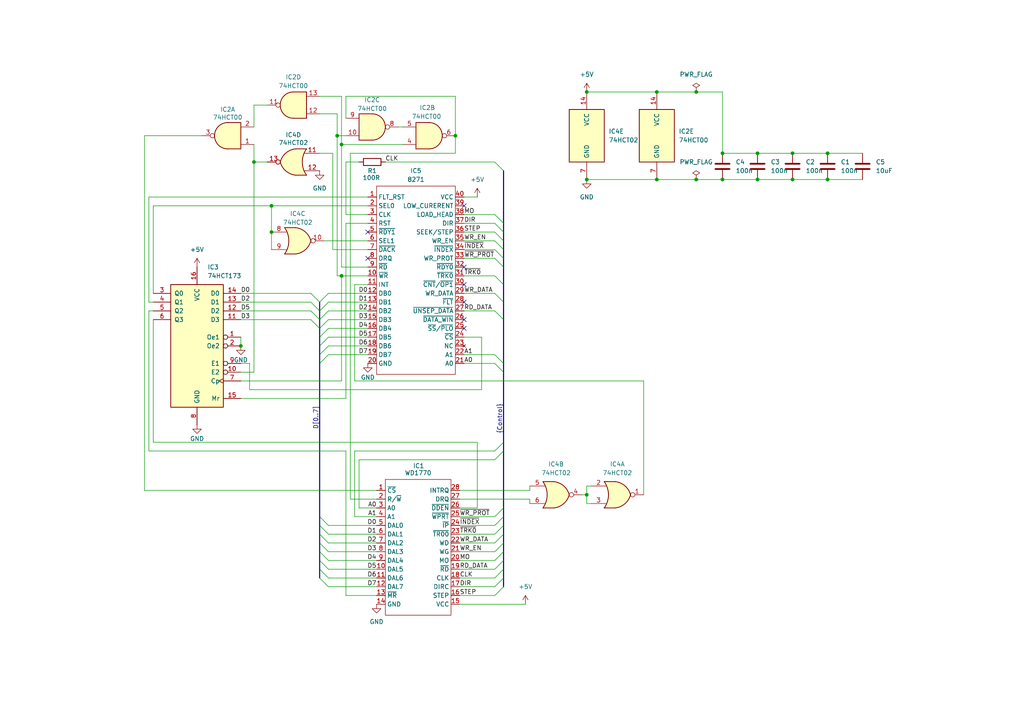
<source format=kicad_sch>
(kicad_sch
	(version 20250114)
	(generator "eeschema")
	(generator_version "9.0")
	(uuid "1505f6ab-8a61-41ac-a088-7f6ddb4001c2")
	(paper "A4")
	(title_block
		(title "Model B - 1770 Disc Interface")
		(date "2025-01-07")
		(rev "02")
		(company "Ken Lowe")
		(comment 1 "Rev 01: Initial Release")
		(comment 2 "Rev 02: Correct wiring error")
	)
	(lib_symbols
		(symbol "74xx:74LS00"
			(pin_names
				(offset 1.016)
			)
			(exclude_from_sim no)
			(in_bom yes)
			(on_board yes)
			(property "Reference" "U"
				(at 0 1.27 0)
				(effects
					(font
						(size 1.27 1.27)
					)
				)
			)
			(property "Value" "74LS00"
				(at 0 -1.27 0)
				(effects
					(font
						(size 1.27 1.27)
					)
				)
			)
			(property "Footprint" ""
				(at 0 0 0)
				(effects
					(font
						(size 1.27 1.27)
					)
					(hide yes)
				)
			)
			(property "Datasheet" "http://www.ti.com/lit/gpn/sn74ls00"
				(at 0 0 0)
				(effects
					(font
						(size 1.27 1.27)
					)
					(hide yes)
				)
			)
			(property "Description" "quad 2-input NAND gate"
				(at 0 0 0)
				(effects
					(font
						(size 1.27 1.27)
					)
					(hide yes)
				)
			)
			(property "ki_locked" ""
				(at 0 0 0)
				(effects
					(font
						(size 1.27 1.27)
					)
				)
			)
			(property "ki_keywords" "TTL nand 2-input"
				(at 0 0 0)
				(effects
					(font
						(size 1.27 1.27)
					)
					(hide yes)
				)
			)
			(property "ki_fp_filters" "DIP*W7.62mm* SO14*"
				(at 0 0 0)
				(effects
					(font
						(size 1.27 1.27)
					)
					(hide yes)
				)
			)
			(symbol "74LS00_1_1"
				(arc
					(start 0 3.81)
					(mid 3.7934 0)
					(end 0 -3.81)
					(stroke
						(width 0.254)
						(type default)
					)
					(fill
						(type background)
					)
				)
				(polyline
					(pts
						(xy 0 3.81) (xy -3.81 3.81) (xy -3.81 -3.81) (xy 0 -3.81)
					)
					(stroke
						(width 0.254)
						(type default)
					)
					(fill
						(type background)
					)
				)
				(pin input line
					(at -7.62 2.54 0)
					(length 3.81)
					(name "~"
						(effects
							(font
								(size 1.27 1.27)
							)
						)
					)
					(number "1"
						(effects
							(font
								(size 1.27 1.27)
							)
						)
					)
				)
				(pin input line
					(at -7.62 -2.54 0)
					(length 3.81)
					(name "~"
						(effects
							(font
								(size 1.27 1.27)
							)
						)
					)
					(number "2"
						(effects
							(font
								(size 1.27 1.27)
							)
						)
					)
				)
				(pin output inverted
					(at 7.62 0 180)
					(length 3.81)
					(name "~"
						(effects
							(font
								(size 1.27 1.27)
							)
						)
					)
					(number "3"
						(effects
							(font
								(size 1.27 1.27)
							)
						)
					)
				)
			)
			(symbol "74LS00_1_2"
				(arc
					(start -3.81 3.81)
					(mid -2.589 0)
					(end -3.81 -3.81)
					(stroke
						(width 0.254)
						(type default)
					)
					(fill
						(type none)
					)
				)
				(polyline
					(pts
						(xy -3.81 3.81) (xy -0.635 3.81)
					)
					(stroke
						(width 0.254)
						(type default)
					)
					(fill
						(type background)
					)
				)
				(polyline
					(pts
						(xy -3.81 -3.81) (xy -0.635 -3.81)
					)
					(stroke
						(width 0.254)
						(type default)
					)
					(fill
						(type background)
					)
				)
				(arc
					(start 3.81 0)
					(mid 2.1855 -2.584)
					(end -0.6096 -3.81)
					(stroke
						(width 0.254)
						(type default)
					)
					(fill
						(type background)
					)
				)
				(arc
					(start -0.6096 3.81)
					(mid 2.1928 2.5924)
					(end 3.81 0)
					(stroke
						(width 0.254)
						(type default)
					)
					(fill
						(type background)
					)
				)
				(polyline
					(pts
						(xy -0.635 3.81) (xy -3.81 3.81) (xy -3.81 3.81) (xy -3.556 3.4036) (xy -3.0226 2.2606) (xy -2.6924 1.0414)
						(xy -2.6162 -0.254) (xy -2.7686 -1.4986) (xy -3.175 -2.7178) (xy -3.81 -3.81) (xy -3.81 -3.81)
						(xy -0.635 -3.81)
					)
					(stroke
						(width -25.4)
						(type default)
					)
					(fill
						(type background)
					)
				)
				(pin input inverted
					(at -7.62 2.54 0)
					(length 4.318)
					(name "~"
						(effects
							(font
								(size 1.27 1.27)
							)
						)
					)
					(number "1"
						(effects
							(font
								(size 1.27 1.27)
							)
						)
					)
				)
				(pin input inverted
					(at -7.62 -2.54 0)
					(length 4.318)
					(name "~"
						(effects
							(font
								(size 1.27 1.27)
							)
						)
					)
					(number "2"
						(effects
							(font
								(size 1.27 1.27)
							)
						)
					)
				)
				(pin output line
					(at 7.62 0 180)
					(length 3.81)
					(name "~"
						(effects
							(font
								(size 1.27 1.27)
							)
						)
					)
					(number "3"
						(effects
							(font
								(size 1.27 1.27)
							)
						)
					)
				)
			)
			(symbol "74LS00_2_1"
				(arc
					(start 0 3.81)
					(mid 3.7934 0)
					(end 0 -3.81)
					(stroke
						(width 0.254)
						(type default)
					)
					(fill
						(type background)
					)
				)
				(polyline
					(pts
						(xy 0 3.81) (xy -3.81 3.81) (xy -3.81 -3.81) (xy 0 -3.81)
					)
					(stroke
						(width 0.254)
						(type default)
					)
					(fill
						(type background)
					)
				)
				(pin input line
					(at -7.62 2.54 0)
					(length 3.81)
					(name "~"
						(effects
							(font
								(size 1.27 1.27)
							)
						)
					)
					(number "4"
						(effects
							(font
								(size 1.27 1.27)
							)
						)
					)
				)
				(pin input line
					(at -7.62 -2.54 0)
					(length 3.81)
					(name "~"
						(effects
							(font
								(size 1.27 1.27)
							)
						)
					)
					(number "5"
						(effects
							(font
								(size 1.27 1.27)
							)
						)
					)
				)
				(pin output inverted
					(at 7.62 0 180)
					(length 3.81)
					(name "~"
						(effects
							(font
								(size 1.27 1.27)
							)
						)
					)
					(number "6"
						(effects
							(font
								(size 1.27 1.27)
							)
						)
					)
				)
			)
			(symbol "74LS00_2_2"
				(arc
					(start -3.81 3.81)
					(mid -2.589 0)
					(end -3.81 -3.81)
					(stroke
						(width 0.254)
						(type default)
					)
					(fill
						(type none)
					)
				)
				(polyline
					(pts
						(xy -3.81 3.81) (xy -0.635 3.81)
					)
					(stroke
						(width 0.254)
						(type default)
					)
					(fill
						(type background)
					)
				)
				(polyline
					(pts
						(xy -3.81 -3.81) (xy -0.635 -3.81)
					)
					(stroke
						(width 0.254)
						(type default)
					)
					(fill
						(type background)
					)
				)
				(arc
					(start 3.81 0)
					(mid 2.1855 -2.584)
					(end -0.6096 -3.81)
					(stroke
						(width 0.254)
						(type default)
					)
					(fill
						(type background)
					)
				)
				(arc
					(start -0.6096 3.81)
					(mid 2.1928 2.5924)
					(end 3.81 0)
					(stroke
						(width 0.254)
						(type default)
					)
					(fill
						(type background)
					)
				)
				(polyline
					(pts
						(xy -0.635 3.81) (xy -3.81 3.81) (xy -3.81 3.81) (xy -3.556 3.4036) (xy -3.0226 2.2606) (xy -2.6924 1.0414)
						(xy -2.6162 -0.254) (xy -2.7686 -1.4986) (xy -3.175 -2.7178) (xy -3.81 -3.81) (xy -3.81 -3.81)
						(xy -0.635 -3.81)
					)
					(stroke
						(width -25.4)
						(type default)
					)
					(fill
						(type background)
					)
				)
				(pin input inverted
					(at -7.62 2.54 0)
					(length 4.318)
					(name "~"
						(effects
							(font
								(size 1.27 1.27)
							)
						)
					)
					(number "4"
						(effects
							(font
								(size 1.27 1.27)
							)
						)
					)
				)
				(pin input inverted
					(at -7.62 -2.54 0)
					(length 4.318)
					(name "~"
						(effects
							(font
								(size 1.27 1.27)
							)
						)
					)
					(number "5"
						(effects
							(font
								(size 1.27 1.27)
							)
						)
					)
				)
				(pin output line
					(at 7.62 0 180)
					(length 3.81)
					(name "~"
						(effects
							(font
								(size 1.27 1.27)
							)
						)
					)
					(number "6"
						(effects
							(font
								(size 1.27 1.27)
							)
						)
					)
				)
			)
			(symbol "74LS00_3_1"
				(arc
					(start 0 3.81)
					(mid 3.7934 0)
					(end 0 -3.81)
					(stroke
						(width 0.254)
						(type default)
					)
					(fill
						(type background)
					)
				)
				(polyline
					(pts
						(xy 0 3.81) (xy -3.81 3.81) (xy -3.81 -3.81) (xy 0 -3.81)
					)
					(stroke
						(width 0.254)
						(type default)
					)
					(fill
						(type background)
					)
				)
				(pin input line
					(at -7.62 2.54 0)
					(length 3.81)
					(name "~"
						(effects
							(font
								(size 1.27 1.27)
							)
						)
					)
					(number "9"
						(effects
							(font
								(size 1.27 1.27)
							)
						)
					)
				)
				(pin input line
					(at -7.62 -2.54 0)
					(length 3.81)
					(name "~"
						(effects
							(font
								(size 1.27 1.27)
							)
						)
					)
					(number "10"
						(effects
							(font
								(size 1.27 1.27)
							)
						)
					)
				)
				(pin output inverted
					(at 7.62 0 180)
					(length 3.81)
					(name "~"
						(effects
							(font
								(size 1.27 1.27)
							)
						)
					)
					(number "8"
						(effects
							(font
								(size 1.27 1.27)
							)
						)
					)
				)
			)
			(symbol "74LS00_3_2"
				(arc
					(start -3.81 3.81)
					(mid -2.589 0)
					(end -3.81 -3.81)
					(stroke
						(width 0.254)
						(type default)
					)
					(fill
						(type none)
					)
				)
				(polyline
					(pts
						(xy -3.81 3.81) (xy -0.635 3.81)
					)
					(stroke
						(width 0.254)
						(type default)
					)
					(fill
						(type background)
					)
				)
				(polyline
					(pts
						(xy -3.81 -3.81) (xy -0.635 -3.81)
					)
					(stroke
						(width 0.254)
						(type default)
					)
					(fill
						(type background)
					)
				)
				(arc
					(start 3.81 0)
					(mid 2.1855 -2.584)
					(end -0.6096 -3.81)
					(stroke
						(width 0.254)
						(type default)
					)
					(fill
						(type background)
					)
				)
				(arc
					(start -0.6096 3.81)
					(mid 2.1928 2.5924)
					(end 3.81 0)
					(stroke
						(width 0.254)
						(type default)
					)
					(fill
						(type background)
					)
				)
				(polyline
					(pts
						(xy -0.635 3.81) (xy -3.81 3.81) (xy -3.81 3.81) (xy -3.556 3.4036) (xy -3.0226 2.2606) (xy -2.6924 1.0414)
						(xy -2.6162 -0.254) (xy -2.7686 -1.4986) (xy -3.175 -2.7178) (xy -3.81 -3.81) (xy -3.81 -3.81)
						(xy -0.635 -3.81)
					)
					(stroke
						(width -25.4)
						(type default)
					)
					(fill
						(type background)
					)
				)
				(pin input inverted
					(at -7.62 2.54 0)
					(length 4.318)
					(name "~"
						(effects
							(font
								(size 1.27 1.27)
							)
						)
					)
					(number "9"
						(effects
							(font
								(size 1.27 1.27)
							)
						)
					)
				)
				(pin input inverted
					(at -7.62 -2.54 0)
					(length 4.318)
					(name "~"
						(effects
							(font
								(size 1.27 1.27)
							)
						)
					)
					(number "10"
						(effects
							(font
								(size 1.27 1.27)
							)
						)
					)
				)
				(pin output line
					(at 7.62 0 180)
					(length 3.81)
					(name "~"
						(effects
							(font
								(size 1.27 1.27)
							)
						)
					)
					(number "8"
						(effects
							(font
								(size 1.27 1.27)
							)
						)
					)
				)
			)
			(symbol "74LS00_4_1"
				(arc
					(start 0 3.81)
					(mid 3.7934 0)
					(end 0 -3.81)
					(stroke
						(width 0.254)
						(type default)
					)
					(fill
						(type background)
					)
				)
				(polyline
					(pts
						(xy 0 3.81) (xy -3.81 3.81) (xy -3.81 -3.81) (xy 0 -3.81)
					)
					(stroke
						(width 0.254)
						(type default)
					)
					(fill
						(type background)
					)
				)
				(pin input line
					(at -7.62 2.54 0)
					(length 3.81)
					(name "~"
						(effects
							(font
								(size 1.27 1.27)
							)
						)
					)
					(number "12"
						(effects
							(font
								(size 1.27 1.27)
							)
						)
					)
				)
				(pin input line
					(at -7.62 -2.54 0)
					(length 3.81)
					(name "~"
						(effects
							(font
								(size 1.27 1.27)
							)
						)
					)
					(number "13"
						(effects
							(font
								(size 1.27 1.27)
							)
						)
					)
				)
				(pin output inverted
					(at 7.62 0 180)
					(length 3.81)
					(name "~"
						(effects
							(font
								(size 1.27 1.27)
							)
						)
					)
					(number "11"
						(effects
							(font
								(size 1.27 1.27)
							)
						)
					)
				)
			)
			(symbol "74LS00_4_2"
				(arc
					(start -3.81 3.81)
					(mid -2.589 0)
					(end -3.81 -3.81)
					(stroke
						(width 0.254)
						(type default)
					)
					(fill
						(type none)
					)
				)
				(polyline
					(pts
						(xy -3.81 3.81) (xy -0.635 3.81)
					)
					(stroke
						(width 0.254)
						(type default)
					)
					(fill
						(type background)
					)
				)
				(polyline
					(pts
						(xy -3.81 -3.81) (xy -0.635 -3.81)
					)
					(stroke
						(width 0.254)
						(type default)
					)
					(fill
						(type background)
					)
				)
				(arc
					(start 3.81 0)
					(mid 2.1855 -2.584)
					(end -0.6096 -3.81)
					(stroke
						(width 0.254)
						(type default)
					)
					(fill
						(type background)
					)
				)
				(arc
					(start -0.6096 3.81)
					(mid 2.1928 2.5924)
					(end 3.81 0)
					(stroke
						(width 0.254)
						(type default)
					)
					(fill
						(type background)
					)
				)
				(polyline
					(pts
						(xy -0.635 3.81) (xy -3.81 3.81) (xy -3.81 3.81) (xy -3.556 3.4036) (xy -3.0226 2.2606) (xy -2.6924 1.0414)
						(xy -2.6162 -0.254) (xy -2.7686 -1.4986) (xy -3.175 -2.7178) (xy -3.81 -3.81) (xy -3.81 -3.81)
						(xy -0.635 -3.81)
					)
					(stroke
						(width -25.4)
						(type default)
					)
					(fill
						(type background)
					)
				)
				(pin input inverted
					(at -7.62 2.54 0)
					(length 4.318)
					(name "~"
						(effects
							(font
								(size 1.27 1.27)
							)
						)
					)
					(number "12"
						(effects
							(font
								(size 1.27 1.27)
							)
						)
					)
				)
				(pin input inverted
					(at -7.62 -2.54 0)
					(length 4.318)
					(name "~"
						(effects
							(font
								(size 1.27 1.27)
							)
						)
					)
					(number "13"
						(effects
							(font
								(size 1.27 1.27)
							)
						)
					)
				)
				(pin output line
					(at 7.62 0 180)
					(length 3.81)
					(name "~"
						(effects
							(font
								(size 1.27 1.27)
							)
						)
					)
					(number "11"
						(effects
							(font
								(size 1.27 1.27)
							)
						)
					)
				)
			)
			(symbol "74LS00_5_0"
				(pin power_in line
					(at 0 12.7 270)
					(length 5.08)
					(name "VCC"
						(effects
							(font
								(size 1.27 1.27)
							)
						)
					)
					(number "14"
						(effects
							(font
								(size 1.27 1.27)
							)
						)
					)
				)
				(pin power_in line
					(at 0 -12.7 90)
					(length 5.08)
					(name "GND"
						(effects
							(font
								(size 1.27 1.27)
							)
						)
					)
					(number "7"
						(effects
							(font
								(size 1.27 1.27)
							)
						)
					)
				)
			)
			(symbol "74LS00_5_1"
				(rectangle
					(start -5.08 7.62)
					(end 5.08 -7.62)
					(stroke
						(width 0.254)
						(type default)
					)
					(fill
						(type background)
					)
				)
			)
			(embedded_fonts no)
		)
		(symbol "74xx:74LS02"
			(pin_names
				(offset 1.016)
			)
			(exclude_from_sim no)
			(in_bom yes)
			(on_board yes)
			(property "Reference" "U"
				(at 0 1.27 0)
				(effects
					(font
						(size 1.27 1.27)
					)
				)
			)
			(property "Value" "74LS02"
				(at 0 -1.27 0)
				(effects
					(font
						(size 1.27 1.27)
					)
				)
			)
			(property "Footprint" ""
				(at 0 0 0)
				(effects
					(font
						(size 1.27 1.27)
					)
					(hide yes)
				)
			)
			(property "Datasheet" "http://www.ti.com/lit/gpn/sn74ls02"
				(at 0 0 0)
				(effects
					(font
						(size 1.27 1.27)
					)
					(hide yes)
				)
			)
			(property "Description" "quad 2-input NOR gate"
				(at 0 0 0)
				(effects
					(font
						(size 1.27 1.27)
					)
					(hide yes)
				)
			)
			(property "ki_locked" ""
				(at 0 0 0)
				(effects
					(font
						(size 1.27 1.27)
					)
				)
			)
			(property "ki_keywords" "TTL Nor2"
				(at 0 0 0)
				(effects
					(font
						(size 1.27 1.27)
					)
					(hide yes)
				)
			)
			(property "ki_fp_filters" "SO14* DIP*W7.62mm*"
				(at 0 0 0)
				(effects
					(font
						(size 1.27 1.27)
					)
					(hide yes)
				)
			)
			(symbol "74LS02_1_1"
				(arc
					(start -3.81 3.81)
					(mid -2.589 0)
					(end -3.81 -3.81)
					(stroke
						(width 0.254)
						(type default)
					)
					(fill
						(type none)
					)
				)
				(polyline
					(pts
						(xy -3.81 3.81) (xy -0.635 3.81)
					)
					(stroke
						(width 0.254)
						(type default)
					)
					(fill
						(type background)
					)
				)
				(polyline
					(pts
						(xy -3.81 -3.81) (xy -0.635 -3.81)
					)
					(stroke
						(width 0.254)
						(type default)
					)
					(fill
						(type background)
					)
				)
				(arc
					(start 3.81 0)
					(mid 2.1855 -2.584)
					(end -0.6096 -3.81)
					(stroke
						(width 0.254)
						(type default)
					)
					(fill
						(type background)
					)
				)
				(arc
					(start -0.6096 3.81)
					(mid 2.1928 2.5924)
					(end 3.81 0)
					(stroke
						(width 0.254)
						(type default)
					)
					(fill
						(type background)
					)
				)
				(polyline
					(pts
						(xy -0.635 3.81) (xy -3.81 3.81) (xy -3.81 3.81) (xy -3.556 3.4036) (xy -3.0226 2.2606) (xy -2.6924 1.0414)
						(xy -2.6162 -0.254) (xy -2.7686 -1.4986) (xy -3.175 -2.7178) (xy -3.81 -3.81) (xy -3.81 -3.81)
						(xy -0.635 -3.81)
					)
					(stroke
						(width -25.4)
						(type default)
					)
					(fill
						(type background)
					)
				)
				(pin input line
					(at -7.62 2.54 0)
					(length 4.318)
					(name "~"
						(effects
							(font
								(size 1.27 1.27)
							)
						)
					)
					(number "2"
						(effects
							(font
								(size 1.27 1.27)
							)
						)
					)
				)
				(pin input line
					(at -7.62 -2.54 0)
					(length 4.318)
					(name "~"
						(effects
							(font
								(size 1.27 1.27)
							)
						)
					)
					(number "3"
						(effects
							(font
								(size 1.27 1.27)
							)
						)
					)
				)
				(pin output inverted
					(at 7.62 0 180)
					(length 3.81)
					(name "~"
						(effects
							(font
								(size 1.27 1.27)
							)
						)
					)
					(number "1"
						(effects
							(font
								(size 1.27 1.27)
							)
						)
					)
				)
			)
			(symbol "74LS02_1_2"
				(arc
					(start 0 3.81)
					(mid 3.7934 0)
					(end 0 -3.81)
					(stroke
						(width 0.254)
						(type default)
					)
					(fill
						(type background)
					)
				)
				(polyline
					(pts
						(xy 0 3.81) (xy -3.81 3.81) (xy -3.81 -3.81) (xy 0 -3.81)
					)
					(stroke
						(width 0.254)
						(type default)
					)
					(fill
						(type background)
					)
				)
				(pin input inverted
					(at -7.62 2.54 0)
					(length 3.81)
					(name "~"
						(effects
							(font
								(size 1.27 1.27)
							)
						)
					)
					(number "2"
						(effects
							(font
								(size 1.27 1.27)
							)
						)
					)
				)
				(pin input inverted
					(at -7.62 -2.54 0)
					(length 3.81)
					(name "~"
						(effects
							(font
								(size 1.27 1.27)
							)
						)
					)
					(number "3"
						(effects
							(font
								(size 1.27 1.27)
							)
						)
					)
				)
				(pin output line
					(at 7.62 0 180)
					(length 3.81)
					(name "~"
						(effects
							(font
								(size 1.27 1.27)
							)
						)
					)
					(number "1"
						(effects
							(font
								(size 1.27 1.27)
							)
						)
					)
				)
			)
			(symbol "74LS02_2_1"
				(arc
					(start -3.81 3.81)
					(mid -2.589 0)
					(end -3.81 -3.81)
					(stroke
						(width 0.254)
						(type default)
					)
					(fill
						(type none)
					)
				)
				(polyline
					(pts
						(xy -3.81 3.81) (xy -0.635 3.81)
					)
					(stroke
						(width 0.254)
						(type default)
					)
					(fill
						(type background)
					)
				)
				(polyline
					(pts
						(xy -3.81 -3.81) (xy -0.635 -3.81)
					)
					(stroke
						(width 0.254)
						(type default)
					)
					(fill
						(type background)
					)
				)
				(arc
					(start 3.81 0)
					(mid 2.1855 -2.584)
					(end -0.6096 -3.81)
					(stroke
						(width 0.254)
						(type default)
					)
					(fill
						(type background)
					)
				)
				(arc
					(start -0.6096 3.81)
					(mid 2.1928 2.5924)
					(end 3.81 0)
					(stroke
						(width 0.254)
						(type default)
					)
					(fill
						(type background)
					)
				)
				(polyline
					(pts
						(xy -0.635 3.81) (xy -3.81 3.81) (xy -3.81 3.81) (xy -3.556 3.4036) (xy -3.0226 2.2606) (xy -2.6924 1.0414)
						(xy -2.6162 -0.254) (xy -2.7686 -1.4986) (xy -3.175 -2.7178) (xy -3.81 -3.81) (xy -3.81 -3.81)
						(xy -0.635 -3.81)
					)
					(stroke
						(width -25.4)
						(type default)
					)
					(fill
						(type background)
					)
				)
				(pin input line
					(at -7.62 2.54 0)
					(length 4.318)
					(name "~"
						(effects
							(font
								(size 1.27 1.27)
							)
						)
					)
					(number "5"
						(effects
							(font
								(size 1.27 1.27)
							)
						)
					)
				)
				(pin input line
					(at -7.62 -2.54 0)
					(length 4.318)
					(name "~"
						(effects
							(font
								(size 1.27 1.27)
							)
						)
					)
					(number "6"
						(effects
							(font
								(size 1.27 1.27)
							)
						)
					)
				)
				(pin output inverted
					(at 7.62 0 180)
					(length 3.81)
					(name "~"
						(effects
							(font
								(size 1.27 1.27)
							)
						)
					)
					(number "4"
						(effects
							(font
								(size 1.27 1.27)
							)
						)
					)
				)
			)
			(symbol "74LS02_2_2"
				(arc
					(start 0 3.81)
					(mid 3.7934 0)
					(end 0 -3.81)
					(stroke
						(width 0.254)
						(type default)
					)
					(fill
						(type background)
					)
				)
				(polyline
					(pts
						(xy 0 3.81) (xy -3.81 3.81) (xy -3.81 -3.81) (xy 0 -3.81)
					)
					(stroke
						(width 0.254)
						(type default)
					)
					(fill
						(type background)
					)
				)
				(pin input inverted
					(at -7.62 2.54 0)
					(length 3.81)
					(name "~"
						(effects
							(font
								(size 1.27 1.27)
							)
						)
					)
					(number "5"
						(effects
							(font
								(size 1.27 1.27)
							)
						)
					)
				)
				(pin input inverted
					(at -7.62 -2.54 0)
					(length 3.81)
					(name "~"
						(effects
							(font
								(size 1.27 1.27)
							)
						)
					)
					(number "6"
						(effects
							(font
								(size 1.27 1.27)
							)
						)
					)
				)
				(pin output line
					(at 7.62 0 180)
					(length 3.81)
					(name "~"
						(effects
							(font
								(size 1.27 1.27)
							)
						)
					)
					(number "4"
						(effects
							(font
								(size 1.27 1.27)
							)
						)
					)
				)
			)
			(symbol "74LS02_3_1"
				(arc
					(start -3.81 3.81)
					(mid -2.589 0)
					(end -3.81 -3.81)
					(stroke
						(width 0.254)
						(type default)
					)
					(fill
						(type none)
					)
				)
				(polyline
					(pts
						(xy -3.81 3.81) (xy -0.635 3.81)
					)
					(stroke
						(width 0.254)
						(type default)
					)
					(fill
						(type background)
					)
				)
				(polyline
					(pts
						(xy -3.81 -3.81) (xy -0.635 -3.81)
					)
					(stroke
						(width 0.254)
						(type default)
					)
					(fill
						(type background)
					)
				)
				(arc
					(start 3.81 0)
					(mid 2.1855 -2.584)
					(end -0.6096 -3.81)
					(stroke
						(width 0.254)
						(type default)
					)
					(fill
						(type background)
					)
				)
				(arc
					(start -0.6096 3.81)
					(mid 2.1928 2.5924)
					(end 3.81 0)
					(stroke
						(width 0.254)
						(type default)
					)
					(fill
						(type background)
					)
				)
				(polyline
					(pts
						(xy -0.635 3.81) (xy -3.81 3.81) (xy -3.81 3.81) (xy -3.556 3.4036) (xy -3.0226 2.2606) (xy -2.6924 1.0414)
						(xy -2.6162 -0.254) (xy -2.7686 -1.4986) (xy -3.175 -2.7178) (xy -3.81 -3.81) (xy -3.81 -3.81)
						(xy -0.635 -3.81)
					)
					(stroke
						(width -25.4)
						(type default)
					)
					(fill
						(type background)
					)
				)
				(pin input line
					(at -7.62 2.54 0)
					(length 4.318)
					(name "~"
						(effects
							(font
								(size 1.27 1.27)
							)
						)
					)
					(number "8"
						(effects
							(font
								(size 1.27 1.27)
							)
						)
					)
				)
				(pin input line
					(at -7.62 -2.54 0)
					(length 4.318)
					(name "~"
						(effects
							(font
								(size 1.27 1.27)
							)
						)
					)
					(number "9"
						(effects
							(font
								(size 1.27 1.27)
							)
						)
					)
				)
				(pin output inverted
					(at 7.62 0 180)
					(length 3.81)
					(name "~"
						(effects
							(font
								(size 1.27 1.27)
							)
						)
					)
					(number "10"
						(effects
							(font
								(size 1.27 1.27)
							)
						)
					)
				)
			)
			(symbol "74LS02_3_2"
				(arc
					(start 0 3.81)
					(mid 3.7934 0)
					(end 0 -3.81)
					(stroke
						(width 0.254)
						(type default)
					)
					(fill
						(type background)
					)
				)
				(polyline
					(pts
						(xy 0 3.81) (xy -3.81 3.81) (xy -3.81 -3.81) (xy 0 -3.81)
					)
					(stroke
						(width 0.254)
						(type default)
					)
					(fill
						(type background)
					)
				)
				(pin input inverted
					(at -7.62 2.54 0)
					(length 3.81)
					(name "~"
						(effects
							(font
								(size 1.27 1.27)
							)
						)
					)
					(number "8"
						(effects
							(font
								(size 1.27 1.27)
							)
						)
					)
				)
				(pin input inverted
					(at -7.62 -2.54 0)
					(length 3.81)
					(name "~"
						(effects
							(font
								(size 1.27 1.27)
							)
						)
					)
					(number "9"
						(effects
							(font
								(size 1.27 1.27)
							)
						)
					)
				)
				(pin output line
					(at 7.62 0 180)
					(length 3.81)
					(name "~"
						(effects
							(font
								(size 1.27 1.27)
							)
						)
					)
					(number "10"
						(effects
							(font
								(size 1.27 1.27)
							)
						)
					)
				)
			)
			(symbol "74LS02_4_1"
				(arc
					(start -3.81 3.81)
					(mid -2.589 0)
					(end -3.81 -3.81)
					(stroke
						(width 0.254)
						(type default)
					)
					(fill
						(type none)
					)
				)
				(polyline
					(pts
						(xy -3.81 3.81) (xy -0.635 3.81)
					)
					(stroke
						(width 0.254)
						(type default)
					)
					(fill
						(type background)
					)
				)
				(polyline
					(pts
						(xy -3.81 -3.81) (xy -0.635 -3.81)
					)
					(stroke
						(width 0.254)
						(type default)
					)
					(fill
						(type background)
					)
				)
				(arc
					(start 3.81 0)
					(mid 2.1855 -2.584)
					(end -0.6096 -3.81)
					(stroke
						(width 0.254)
						(type default)
					)
					(fill
						(type background)
					)
				)
				(arc
					(start -0.6096 3.81)
					(mid 2.1928 2.5924)
					(end 3.81 0)
					(stroke
						(width 0.254)
						(type default)
					)
					(fill
						(type background)
					)
				)
				(polyline
					(pts
						(xy -0.635 3.81) (xy -3.81 3.81) (xy -3.81 3.81) (xy -3.556 3.4036) (xy -3.0226 2.2606) (xy -2.6924 1.0414)
						(xy -2.6162 -0.254) (xy -2.7686 -1.4986) (xy -3.175 -2.7178) (xy -3.81 -3.81) (xy -3.81 -3.81)
						(xy -0.635 -3.81)
					)
					(stroke
						(width -25.4)
						(type default)
					)
					(fill
						(type background)
					)
				)
				(pin input line
					(at -7.62 2.54 0)
					(length 4.318)
					(name "~"
						(effects
							(font
								(size 1.27 1.27)
							)
						)
					)
					(number "11"
						(effects
							(font
								(size 1.27 1.27)
							)
						)
					)
				)
				(pin input line
					(at -7.62 -2.54 0)
					(length 4.318)
					(name "~"
						(effects
							(font
								(size 1.27 1.27)
							)
						)
					)
					(number "12"
						(effects
							(font
								(size 1.27 1.27)
							)
						)
					)
				)
				(pin output inverted
					(at 7.62 0 180)
					(length 3.81)
					(name "~"
						(effects
							(font
								(size 1.27 1.27)
							)
						)
					)
					(number "13"
						(effects
							(font
								(size 1.27 1.27)
							)
						)
					)
				)
			)
			(symbol "74LS02_4_2"
				(arc
					(start 0 3.81)
					(mid 3.7934 0)
					(end 0 -3.81)
					(stroke
						(width 0.254)
						(type default)
					)
					(fill
						(type background)
					)
				)
				(polyline
					(pts
						(xy 0 3.81) (xy -3.81 3.81) (xy -3.81 -3.81) (xy 0 -3.81)
					)
					(stroke
						(width 0.254)
						(type default)
					)
					(fill
						(type background)
					)
				)
				(pin input inverted
					(at -7.62 2.54 0)
					(length 3.81)
					(name "~"
						(effects
							(font
								(size 1.27 1.27)
							)
						)
					)
					(number "11"
						(effects
							(font
								(size 1.27 1.27)
							)
						)
					)
				)
				(pin input inverted
					(at -7.62 -2.54 0)
					(length 3.81)
					(name "~"
						(effects
							(font
								(size 1.27 1.27)
							)
						)
					)
					(number "12"
						(effects
							(font
								(size 1.27 1.27)
							)
						)
					)
				)
				(pin output line
					(at 7.62 0 180)
					(length 3.81)
					(name "~"
						(effects
							(font
								(size 1.27 1.27)
							)
						)
					)
					(number "13"
						(effects
							(font
								(size 1.27 1.27)
							)
						)
					)
				)
			)
			(symbol "74LS02_5_0"
				(pin power_in line
					(at 0 12.7 270)
					(length 5.08)
					(name "VCC"
						(effects
							(font
								(size 1.27 1.27)
							)
						)
					)
					(number "14"
						(effects
							(font
								(size 1.27 1.27)
							)
						)
					)
				)
				(pin power_in line
					(at 0 -12.7 90)
					(length 5.08)
					(name "GND"
						(effects
							(font
								(size 1.27 1.27)
							)
						)
					)
					(number "7"
						(effects
							(font
								(size 1.27 1.27)
							)
						)
					)
				)
			)
			(symbol "74LS02_5_1"
				(rectangle
					(start -5.08 7.62)
					(end 5.08 -7.62)
					(stroke
						(width 0.254)
						(type default)
					)
					(fill
						(type background)
					)
				)
			)
			(embedded_fonts no)
		)
		(symbol "74xx:74LS173"
			(pin_names
				(offset 1.016)
			)
			(exclude_from_sim no)
			(in_bom yes)
			(on_board yes)
			(property "Reference" "U"
				(at -7.62 19.05 0)
				(effects
					(font
						(size 1.27 1.27)
					)
				)
			)
			(property "Value" "74LS173"
				(at -7.62 -19.05 0)
				(effects
					(font
						(size 1.27 1.27)
					)
				)
			)
			(property "Footprint" ""
				(at 0 0 0)
				(effects
					(font
						(size 1.27 1.27)
					)
					(hide yes)
				)
			)
			(property "Datasheet" "http://www.ti.com/lit/gpn/sn74LS173"
				(at 0 0 0)
				(effects
					(font
						(size 1.27 1.27)
					)
					(hide yes)
				)
			)
			(property "Description" "4-bit D-type Register, 3 state out"
				(at 0 0 0)
				(effects
					(font
						(size 1.27 1.27)
					)
					(hide yes)
				)
			)
			(property "ki_locked" ""
				(at 0 0 0)
				(effects
					(font
						(size 1.27 1.27)
					)
				)
			)
			(property "ki_keywords" "TTL REG REG4 3State DFF"
				(at 0 0 0)
				(effects
					(font
						(size 1.27 1.27)
					)
					(hide yes)
				)
			)
			(property "ki_fp_filters" "DIP?16*"
				(at 0 0 0)
				(effects
					(font
						(size 1.27 1.27)
					)
					(hide yes)
				)
			)
			(symbol "74LS173_1_0"
				(pin input line
					(at -12.7 15.24 0)
					(length 5.08)
					(name "D0"
						(effects
							(font
								(size 1.27 1.27)
							)
						)
					)
					(number "14"
						(effects
							(font
								(size 1.27 1.27)
							)
						)
					)
				)
				(pin input line
					(at -12.7 12.7 0)
					(length 5.08)
					(name "D1"
						(effects
							(font
								(size 1.27 1.27)
							)
						)
					)
					(number "13"
						(effects
							(font
								(size 1.27 1.27)
							)
						)
					)
				)
				(pin input line
					(at -12.7 10.16 0)
					(length 5.08)
					(name "D2"
						(effects
							(font
								(size 1.27 1.27)
							)
						)
					)
					(number "12"
						(effects
							(font
								(size 1.27 1.27)
							)
						)
					)
				)
				(pin input line
					(at -12.7 7.62 0)
					(length 5.08)
					(name "D3"
						(effects
							(font
								(size 1.27 1.27)
							)
						)
					)
					(number "11"
						(effects
							(font
								(size 1.27 1.27)
							)
						)
					)
				)
				(pin input inverted
					(at -12.7 2.54 0)
					(length 5.08)
					(name "Oe1"
						(effects
							(font
								(size 1.27 1.27)
							)
						)
					)
					(number "1"
						(effects
							(font
								(size 1.27 1.27)
							)
						)
					)
				)
				(pin input inverted
					(at -12.7 0 0)
					(length 5.08)
					(name "Oe2"
						(effects
							(font
								(size 1.27 1.27)
							)
						)
					)
					(number "2"
						(effects
							(font
								(size 1.27 1.27)
							)
						)
					)
				)
				(pin input inverted
					(at -12.7 -5.08 0)
					(length 5.08)
					(name "E1"
						(effects
							(font
								(size 1.27 1.27)
							)
						)
					)
					(number "9"
						(effects
							(font
								(size 1.27 1.27)
							)
						)
					)
				)
				(pin input inverted
					(at -12.7 -7.62 0)
					(length 5.08)
					(name "E2"
						(effects
							(font
								(size 1.27 1.27)
							)
						)
					)
					(number "10"
						(effects
							(font
								(size 1.27 1.27)
							)
						)
					)
				)
				(pin input clock
					(at -12.7 -10.16 0)
					(length 5.08)
					(name "Cp"
						(effects
							(font
								(size 1.27 1.27)
							)
						)
					)
					(number "7"
						(effects
							(font
								(size 1.27 1.27)
							)
						)
					)
				)
				(pin input line
					(at -12.7 -15.24 0)
					(length 5.08)
					(name "Mr"
						(effects
							(font
								(size 1.27 1.27)
							)
						)
					)
					(number "15"
						(effects
							(font
								(size 1.27 1.27)
							)
						)
					)
				)
				(pin power_in line
					(at 0 22.86 270)
					(length 5.08)
					(name "VCC"
						(effects
							(font
								(size 1.27 1.27)
							)
						)
					)
					(number "16"
						(effects
							(font
								(size 1.27 1.27)
							)
						)
					)
				)
				(pin power_in line
					(at 0 -22.86 90)
					(length 5.08)
					(name "GND"
						(effects
							(font
								(size 1.27 1.27)
							)
						)
					)
					(number "8"
						(effects
							(font
								(size 1.27 1.27)
							)
						)
					)
				)
				(pin tri_state line
					(at 12.7 15.24 180)
					(length 5.08)
					(name "Q0"
						(effects
							(font
								(size 1.27 1.27)
							)
						)
					)
					(number "3"
						(effects
							(font
								(size 1.27 1.27)
							)
						)
					)
				)
				(pin tri_state line
					(at 12.7 12.7 180)
					(length 5.08)
					(name "Q1"
						(effects
							(font
								(size 1.27 1.27)
							)
						)
					)
					(number "4"
						(effects
							(font
								(size 1.27 1.27)
							)
						)
					)
				)
				(pin tri_state line
					(at 12.7 10.16 180)
					(length 5.08)
					(name "Q2"
						(effects
							(font
								(size 1.27 1.27)
							)
						)
					)
					(number "5"
						(effects
							(font
								(size 1.27 1.27)
							)
						)
					)
				)
				(pin tri_state line
					(at 12.7 7.62 180)
					(length 5.08)
					(name "Q3"
						(effects
							(font
								(size 1.27 1.27)
							)
						)
					)
					(number "6"
						(effects
							(font
								(size 1.27 1.27)
							)
						)
					)
				)
			)
			(symbol "74LS173_1_1"
				(rectangle
					(start -7.62 17.78)
					(end 7.62 -17.78)
					(stroke
						(width 0.254)
						(type default)
					)
					(fill
						(type background)
					)
				)
			)
			(embedded_fonts no)
		)
		(symbol "Device:C"
			(pin_numbers
				(hide yes)
			)
			(pin_names
				(offset 0.254)
			)
			(exclude_from_sim no)
			(in_bom yes)
			(on_board yes)
			(property "Reference" "C"
				(at 0.635 2.54 0)
				(effects
					(font
						(size 1.27 1.27)
					)
					(justify left)
				)
			)
			(property "Value" "C"
				(at 0.635 -2.54 0)
				(effects
					(font
						(size 1.27 1.27)
					)
					(justify left)
				)
			)
			(property "Footprint" ""
				(at 0.9652 -3.81 0)
				(effects
					(font
						(size 1.27 1.27)
					)
					(hide yes)
				)
			)
			(property "Datasheet" "~"
				(at 0 0 0)
				(effects
					(font
						(size 1.27 1.27)
					)
					(hide yes)
				)
			)
			(property "Description" "Unpolarized capacitor"
				(at 0 0 0)
				(effects
					(font
						(size 1.27 1.27)
					)
					(hide yes)
				)
			)
			(property "ki_keywords" "cap capacitor"
				(at 0 0 0)
				(effects
					(font
						(size 1.27 1.27)
					)
					(hide yes)
				)
			)
			(property "ki_fp_filters" "C_*"
				(at 0 0 0)
				(effects
					(font
						(size 1.27 1.27)
					)
					(hide yes)
				)
			)
			(symbol "C_0_1"
				(polyline
					(pts
						(xy -2.032 0.762) (xy 2.032 0.762)
					)
					(stroke
						(width 0.508)
						(type default)
					)
					(fill
						(type none)
					)
				)
				(polyline
					(pts
						(xy -2.032 -0.762) (xy 2.032 -0.762)
					)
					(stroke
						(width 0.508)
						(type default)
					)
					(fill
						(type none)
					)
				)
			)
			(symbol "C_1_1"
				(pin passive line
					(at 0 3.81 270)
					(length 2.794)
					(name "~"
						(effects
							(font
								(size 1.27 1.27)
							)
						)
					)
					(number "1"
						(effects
							(font
								(size 1.27 1.27)
							)
						)
					)
				)
				(pin passive line
					(at 0 -3.81 90)
					(length 2.794)
					(name "~"
						(effects
							(font
								(size 1.27 1.27)
							)
						)
					)
					(number "2"
						(effects
							(font
								(size 1.27 1.27)
							)
						)
					)
				)
			)
			(embedded_fonts no)
		)
		(symbol "Device:R"
			(pin_numbers
				(hide yes)
			)
			(pin_names
				(offset 0)
			)
			(exclude_from_sim no)
			(in_bom yes)
			(on_board yes)
			(property "Reference" "R"
				(at 2.032 0 90)
				(effects
					(font
						(size 1.27 1.27)
					)
				)
			)
			(property "Value" "R"
				(at 0 0 90)
				(effects
					(font
						(size 1.27 1.27)
					)
				)
			)
			(property "Footprint" ""
				(at -1.778 0 90)
				(effects
					(font
						(size 1.27 1.27)
					)
					(hide yes)
				)
			)
			(property "Datasheet" "~"
				(at 0 0 0)
				(effects
					(font
						(size 1.27 1.27)
					)
					(hide yes)
				)
			)
			(property "Description" "Resistor"
				(at 0 0 0)
				(effects
					(font
						(size 1.27 1.27)
					)
					(hide yes)
				)
			)
			(property "ki_keywords" "R res resistor"
				(at 0 0 0)
				(effects
					(font
						(size 1.27 1.27)
					)
					(hide yes)
				)
			)
			(property "ki_fp_filters" "R_*"
				(at 0 0 0)
				(effects
					(font
						(size 1.27 1.27)
					)
					(hide yes)
				)
			)
			(symbol "R_0_1"
				(rectangle
					(start -1.016 -2.54)
					(end 1.016 2.54)
					(stroke
						(width 0.254)
						(type default)
					)
					(fill
						(type none)
					)
				)
			)
			(symbol "R_1_1"
				(pin passive line
					(at 0 3.81 270)
					(length 1.27)
					(name "~"
						(effects
							(font
								(size 1.27 1.27)
							)
						)
					)
					(number "1"
						(effects
							(font
								(size 1.27 1.27)
							)
						)
					)
				)
				(pin passive line
					(at 0 -3.81 90)
					(length 1.27)
					(name "~"
						(effects
							(font
								(size 1.27 1.27)
							)
						)
					)
					(number "2"
						(effects
							(font
								(size 1.27 1.27)
							)
						)
					)
				)
			)
			(embedded_fonts no)
		)
		(symbol "Disc_Library:1770"
			(exclude_from_sim no)
			(in_bom yes)
			(on_board yes)
			(property "Reference" "U"
				(at 0 0 0)
				(effects
					(font
						(size 1.27 1.27)
					)
				)
			)
			(property "Value" "WD1770"
				(at -11.43 0 0)
				(effects
					(font
						(size 1.27 1.27)
					)
				)
			)
			(property "Footprint" "Package_DIP:DIP-28_W15.24mm"
				(at -11.43 0 0)
				(effects
					(font
						(size 1.27 1.27)
					)
					(hide yes)
				)
			)
			(property "Datasheet" ""
				(at -11.43 0 0)
				(effects
					(font
						(size 1.27 1.27)
					)
					(hide yes)
				)
			)
			(property "Description" "WD1770 Disc Controller"
				(at -11.43 0 0)
				(effects
					(font
						(size 1.27 1.27)
					)
					(hide yes)
				)
			)
			(symbol "1770_0_0"
				(pin input line
					(at -11.43 -5.08 0)
					(length 2.54)
					(name "A0"
						(effects
							(font
								(size 1.27 1.27)
							)
						)
					)
					(number "3"
						(effects
							(font
								(size 1.27 1.27)
							)
						)
					)
				)
				(pin input line
					(at -11.43 -7.62 0)
					(length 2.54)
					(name "A1"
						(effects
							(font
								(size 1.27 1.27)
							)
						)
					)
					(number "4"
						(effects
							(font
								(size 1.27 1.27)
							)
						)
					)
				)
				(pin bidirectional line
					(at -11.43 -10.16 0)
					(length 2.54)
					(name "DAL0"
						(effects
							(font
								(size 1.27 1.27)
							)
						)
					)
					(number "5"
						(effects
							(font
								(size 1.27 1.27)
							)
						)
					)
				)
				(pin bidirectional line
					(at -11.43 -12.7 0)
					(length 2.54)
					(name "DAL1"
						(effects
							(font
								(size 1.27 1.27)
							)
						)
					)
					(number "6"
						(effects
							(font
								(size 1.27 1.27)
							)
						)
					)
				)
				(pin bidirectional line
					(at -11.43 -15.24 0)
					(length 2.54)
					(name "DAL2"
						(effects
							(font
								(size 1.27 1.27)
							)
						)
					)
					(number "7"
						(effects
							(font
								(size 1.27 1.27)
							)
						)
					)
				)
				(pin bidirectional line
					(at -11.43 -17.78 0)
					(length 2.54)
					(name "DAL3"
						(effects
							(font
								(size 1.27 1.27)
							)
						)
					)
					(number "8"
						(effects
							(font
								(size 1.27 1.27)
							)
						)
					)
				)
				(pin bidirectional line
					(at -11.43 -20.32 0)
					(length 2.54)
					(name "DAL4"
						(effects
							(font
								(size 1.27 1.27)
							)
						)
					)
					(number "9"
						(effects
							(font
								(size 1.27 1.27)
							)
						)
					)
				)
				(pin bidirectional line
					(at -11.43 -22.86 0)
					(length 2.54)
					(name "DAL5"
						(effects
							(font
								(size 1.27 1.27)
							)
						)
					)
					(number "10"
						(effects
							(font
								(size 1.27 1.27)
							)
						)
					)
				)
				(pin bidirectional line
					(at -11.43 -25.4 0)
					(length 2.54)
					(name "DAL6"
						(effects
							(font
								(size 1.27 1.27)
							)
						)
					)
					(number "11"
						(effects
							(font
								(size 1.27 1.27)
							)
						)
					)
				)
				(pin bidirectional line
					(at -11.43 -27.94 0)
					(length 2.54)
					(name "DAL7"
						(effects
							(font
								(size 1.27 1.27)
							)
						)
					)
					(number "12"
						(effects
							(font
								(size 1.27 1.27)
							)
						)
					)
				)
				(pin power_in line
					(at -11.43 -33.02 0)
					(length 2.54)
					(name "GND"
						(effects
							(font
								(size 1.27 1.27)
							)
						)
					)
					(number "14"
						(effects
							(font
								(size 1.27 1.27)
							)
						)
					)
				)
				(pin output line
					(at 12.7 0 180)
					(length 2.54)
					(name "INTRQ"
						(effects
							(font
								(size 1.27 1.27)
							)
						)
					)
					(number "28"
						(effects
							(font
								(size 1.27 1.27)
							)
						)
					)
				)
				(pin output line
					(at 12.7 -2.54 180)
					(length 2.54)
					(name "DRQ"
						(effects
							(font
								(size 1.27 1.27)
							)
						)
					)
					(number "27"
						(effects
							(font
								(size 1.27 1.27)
							)
						)
					)
				)
				(pin output line
					(at 12.7 -15.24 180)
					(length 2.54)
					(name "WD"
						(effects
							(font
								(size 1.27 1.27)
							)
						)
					)
					(number "22"
						(effects
							(font
								(size 1.27 1.27)
							)
						)
					)
				)
				(pin output line
					(at 12.7 -17.78 180)
					(length 2.54)
					(name "WG"
						(effects
							(font
								(size 1.27 1.27)
							)
						)
					)
					(number "21"
						(effects
							(font
								(size 1.27 1.27)
							)
						)
					)
				)
				(pin output line
					(at 12.7 -20.32 180)
					(length 2.54)
					(name "MO"
						(effects
							(font
								(size 1.27 1.27)
							)
						)
					)
					(number "20"
						(effects
							(font
								(size 1.27 1.27)
							)
						)
					)
				)
				(pin input line
					(at 12.7 -25.4 180)
					(length 2.54)
					(name "CLK"
						(effects
							(font
								(size 1.27 1.27)
							)
						)
					)
					(number "18"
						(effects
							(font
								(size 1.27 1.27)
							)
						)
					)
				)
				(pin output line
					(at 12.7 -27.94 180)
					(length 2.54)
					(name "DIRC"
						(effects
							(font
								(size 1.27 1.27)
							)
						)
					)
					(number "17"
						(effects
							(font
								(size 1.27 1.27)
							)
						)
					)
				)
				(pin output line
					(at 12.7 -30.48 180)
					(length 2.54)
					(name "STEP"
						(effects
							(font
								(size 1.27 1.27)
							)
						)
					)
					(number "16"
						(effects
							(font
								(size 1.27 1.27)
							)
						)
					)
				)
				(pin power_in line
					(at 12.7 -33.02 180)
					(length 2.54)
					(name "VCC"
						(effects
							(font
								(size 1.27 1.27)
							)
						)
					)
					(number "15"
						(effects
							(font
								(size 1.27 1.27)
							)
						)
					)
				)
			)
			(symbol "1770_0_1"
				(rectangle
					(start -8.89 3.175)
					(end 10.16 -36.195)
					(stroke
						(width 0)
						(type default)
					)
					(fill
						(type none)
					)
				)
			)
			(symbol "1770_1_0"
				(pin input line
					(at -11.43 0 0)
					(length 2.54)
					(name "~{CS}"
						(effects
							(font
								(size 1.27 1.27)
							)
						)
					)
					(number "1"
						(effects
							(font
								(size 1.27 1.27)
							)
						)
					)
				)
				(pin input line
					(at -11.43 -2.54 0)
					(length 2.54)
					(name "R/~{W}"
						(effects
							(font
								(size 1.27 1.27)
							)
						)
					)
					(number "2"
						(effects
							(font
								(size 1.27 1.27)
							)
						)
					)
				)
				(pin input line
					(at -11.43 -30.48 0)
					(length 2.54)
					(name "~{MR}"
						(effects
							(font
								(size 1.27 1.27)
							)
						)
					)
					(number "13"
						(effects
							(font
								(size 1.27 1.27)
							)
						)
					)
				)
				(pin input line
					(at 12.7 -5.08 180)
					(length 2.54)
					(name "~{DDEN}"
						(effects
							(font
								(size 1.27 1.27)
							)
						)
					)
					(number "26"
						(effects
							(font
								(size 1.27 1.27)
							)
						)
					)
				)
				(pin input line
					(at 12.7 -7.62 180)
					(length 2.54)
					(name "~{WPRT}"
						(effects
							(font
								(size 1.27 1.27)
							)
						)
					)
					(number "25"
						(effects
							(font
								(size 1.27 1.27)
							)
						)
					)
				)
				(pin input line
					(at 12.7 -10.16 180)
					(length 2.54)
					(name "~{IP}"
						(effects
							(font
								(size 1.27 1.27)
							)
						)
					)
					(number "24"
						(effects
							(font
								(size 1.27 1.27)
							)
						)
					)
				)
				(pin input line
					(at 12.7 -12.7 180)
					(length 2.54)
					(name "~{TR00}"
						(effects
							(font
								(size 1.27 1.27)
							)
						)
					)
					(number "23"
						(effects
							(font
								(size 1.27 1.27)
							)
						)
					)
				)
				(pin input line
					(at 12.7 -22.86 180)
					(length 2.54)
					(name "~{RD}"
						(effects
							(font
								(size 1.27 1.27)
							)
						)
					)
					(number "19"
						(effects
							(font
								(size 1.27 1.27)
							)
						)
					)
				)
			)
			(embedded_fonts no)
		)
		(symbol "Disc_Library:8271"
			(exclude_from_sim no)
			(in_bom yes)
			(on_board yes)
			(property "Reference" "U"
				(at 0 0 0)
				(effects
					(font
						(size 1.27 1.27)
					)
				)
			)
			(property "Value" "8271"
				(at -13.97 0 0)
				(effects
					(font
						(size 1.27 1.27)
					)
				)
			)
			(property "Footprint" "Package_DIP:DIP-40_W15.24mm"
				(at -13.97 0 0)
				(effects
					(font
						(size 1.27 1.27)
					)
					(hide yes)
				)
			)
			(property "Datasheet" ""
				(at -13.97 0 0)
				(effects
					(font
						(size 1.27 1.27)
					)
					(hide yes)
				)
			)
			(property "Description" "Intel 8271 Disc Controller"
				(at -13.97 0 0)
				(effects
					(font
						(size 1.27 1.27)
					)
					(hide yes)
				)
			)
			(symbol "8271_0_0"
				(pin passive line
					(at -13.97 0 0)
					(length 2.54)
					(name "FLT_RST"
						(effects
							(font
								(size 1.27 1.27)
							)
						)
					)
					(number "1"
						(effects
							(font
								(size 1.27 1.27)
							)
						)
					)
				)
				(pin passive line
					(at -13.97 -2.54 0)
					(length 2.54)
					(name "SEL0"
						(effects
							(font
								(size 1.27 1.27)
							)
						)
					)
					(number "2"
						(effects
							(font
								(size 1.27 1.27)
							)
						)
					)
				)
				(pin passive line
					(at -13.97 -5.08 0)
					(length 2.54)
					(name "CLK"
						(effects
							(font
								(size 1.27 1.27)
							)
						)
					)
					(number "3"
						(effects
							(font
								(size 1.27 1.27)
							)
						)
					)
				)
				(pin passive line
					(at -13.97 -7.62 0)
					(length 2.54)
					(name "RST"
						(effects
							(font
								(size 1.27 1.27)
							)
						)
					)
					(number "4"
						(effects
							(font
								(size 1.27 1.27)
							)
						)
					)
				)
				(pin passive line
					(at -13.97 -10.16 0)
					(length 2.54)
					(name "~{RDY1}"
						(effects
							(font
								(size 1.27 1.27)
							)
						)
					)
					(number "5"
						(effects
							(font
								(size 1.27 1.27)
							)
						)
					)
				)
				(pin passive line
					(at -13.97 -12.7 0)
					(length 2.54)
					(name "SEL1"
						(effects
							(font
								(size 1.27 1.27)
							)
						)
					)
					(number "6"
						(effects
							(font
								(size 1.27 1.27)
							)
						)
					)
				)
				(pin passive line
					(at -13.97 -15.24 0)
					(length 2.54)
					(name "~{DACK}"
						(effects
							(font
								(size 1.27 1.27)
							)
						)
					)
					(number "7"
						(effects
							(font
								(size 1.27 1.27)
							)
						)
					)
				)
				(pin passive line
					(at -13.97 -17.78 0)
					(length 2.54)
					(name "DRQ"
						(effects
							(font
								(size 1.27 1.27)
							)
						)
					)
					(number "8"
						(effects
							(font
								(size 1.27 1.27)
							)
						)
					)
				)
				(pin passive line
					(at -13.97 -20.32 0)
					(length 2.54)
					(name "~{RD}"
						(effects
							(font
								(size 1.27 1.27)
							)
						)
					)
					(number "9"
						(effects
							(font
								(size 1.27 1.27)
							)
						)
					)
				)
				(pin passive line
					(at -13.97 -22.86 0)
					(length 2.54)
					(name "~{WR}"
						(effects
							(font
								(size 1.27 1.27)
							)
						)
					)
					(number "10"
						(effects
							(font
								(size 1.27 1.27)
							)
						)
					)
				)
				(pin passive line
					(at -13.97 -25.4 0)
					(length 2.54)
					(name "INT"
						(effects
							(font
								(size 1.27 1.27)
							)
						)
					)
					(number "11"
						(effects
							(font
								(size 1.27 1.27)
							)
						)
					)
				)
				(pin bidirectional line
					(at -13.97 -27.94 0)
					(length 2.54)
					(name "DB0"
						(effects
							(font
								(size 1.27 1.27)
							)
						)
					)
					(number "12"
						(effects
							(font
								(size 1.27 1.27)
							)
						)
					)
				)
				(pin bidirectional line
					(at -13.97 -30.48 0)
					(length 2.54)
					(name "DB1"
						(effects
							(font
								(size 1.27 1.27)
							)
						)
					)
					(number "13"
						(effects
							(font
								(size 1.27 1.27)
							)
						)
					)
				)
				(pin bidirectional line
					(at -13.97 -33.02 0)
					(length 2.54)
					(name "DB2"
						(effects
							(font
								(size 1.27 1.27)
							)
						)
					)
					(number "14"
						(effects
							(font
								(size 1.27 1.27)
							)
						)
					)
				)
				(pin bidirectional line
					(at -13.97 -35.56 0)
					(length 2.54)
					(name "DB3"
						(effects
							(font
								(size 1.27 1.27)
							)
						)
					)
					(number "15"
						(effects
							(font
								(size 1.27 1.27)
							)
						)
					)
				)
				(pin bidirectional line
					(at -13.97 -38.1 0)
					(length 2.54)
					(name "DB4"
						(effects
							(font
								(size 1.27 1.27)
							)
						)
					)
					(number "16"
						(effects
							(font
								(size 1.27 1.27)
							)
						)
					)
				)
				(pin bidirectional line
					(at -13.97 -40.64 0)
					(length 2.54)
					(name "DB5"
						(effects
							(font
								(size 1.27 1.27)
							)
						)
					)
					(number "17"
						(effects
							(font
								(size 1.27 1.27)
							)
						)
					)
				)
				(pin bidirectional line
					(at -13.97 -43.18 0)
					(length 2.54)
					(name "DB6"
						(effects
							(font
								(size 1.27 1.27)
							)
						)
					)
					(number "18"
						(effects
							(font
								(size 1.27 1.27)
							)
						)
					)
				)
				(pin bidirectional line
					(at -13.97 -45.72 0)
					(length 2.54)
					(name "DB7"
						(effects
							(font
								(size 1.27 1.27)
							)
						)
					)
					(number "19"
						(effects
							(font
								(size 1.27 1.27)
							)
						)
					)
				)
				(pin power_in line
					(at -13.97 -48.26 0)
					(length 2.54)
					(name "GND"
						(effects
							(font
								(size 1.27 1.27)
							)
						)
					)
					(number "20"
						(effects
							(font
								(size 1.27 1.27)
							)
						)
					)
				)
				(pin power_in line
					(at 13.97 0 180)
					(length 2.54)
					(name "VCC"
						(effects
							(font
								(size 1.27 1.27)
							)
						)
					)
					(number "40"
						(effects
							(font
								(size 1.27 1.27)
							)
						)
					)
				)
				(pin passive line
					(at 13.97 -2.54 180)
					(length 2.54)
					(name "LOW_CURERENT"
						(effects
							(font
								(size 1.27 1.27)
							)
						)
					)
					(number "39"
						(effects
							(font
								(size 1.27 1.27)
							)
						)
					)
				)
				(pin passive line
					(at 13.97 -5.08 180)
					(length 2.54)
					(name "LOAD_HEAD"
						(effects
							(font
								(size 1.27 1.27)
							)
						)
					)
					(number "38"
						(effects
							(font
								(size 1.27 1.27)
							)
						)
					)
				)
				(pin passive line
					(at 13.97 -7.62 180)
					(length 2.54)
					(name "DIR"
						(effects
							(font
								(size 1.27 1.27)
							)
						)
					)
					(number "37"
						(effects
							(font
								(size 1.27 1.27)
							)
						)
					)
				)
				(pin passive line
					(at 13.97 -10.16 180)
					(length 2.54)
					(name "SEEK/STEP"
						(effects
							(font
								(size 1.27 1.27)
							)
						)
					)
					(number "36"
						(effects
							(font
								(size 1.27 1.27)
							)
						)
					)
				)
				(pin passive line
					(at 13.97 -12.7 180)
					(length 2.54)
					(name "WR_EN"
						(effects
							(font
								(size 1.27 1.27)
							)
						)
					)
					(number "35"
						(effects
							(font
								(size 1.27 1.27)
							)
						)
					)
				)
				(pin passive line
					(at 13.97 -15.24 180)
					(length 2.54)
					(name "~{INDEX}"
						(effects
							(font
								(size 1.27 1.27)
							)
						)
					)
					(number "34"
						(effects
							(font
								(size 1.27 1.27)
							)
						)
					)
				)
				(pin passive line
					(at 13.97 -17.78 180)
					(length 2.54)
					(name "WR_PROT"
						(effects
							(font
								(size 1.27 1.27)
							)
						)
					)
					(number "33"
						(effects
							(font
								(size 1.27 1.27)
							)
						)
					)
				)
				(pin passive line
					(at 13.97 -20.32 180)
					(length 2.54)
					(name "~{RDY0}"
						(effects
							(font
								(size 1.27 1.27)
							)
						)
					)
					(number "32"
						(effects
							(font
								(size 1.27 1.27)
							)
						)
					)
				)
				(pin passive line
					(at 13.97 -22.86 180)
					(length 2.54)
					(name "~{TRK0}"
						(effects
							(font
								(size 1.27 1.27)
							)
						)
					)
					(number "31"
						(effects
							(font
								(size 1.27 1.27)
							)
						)
					)
				)
				(pin passive line
					(at 13.97 -25.4 180)
					(length 2.54)
					(name "~{CNT}/~{OP1}"
						(effects
							(font
								(size 1.27 1.27)
							)
						)
					)
					(number "30"
						(effects
							(font
								(size 1.27 1.27)
							)
						)
					)
				)
				(pin passive line
					(at 13.97 -27.94 180)
					(length 2.54)
					(name "WR_DATA"
						(effects
							(font
								(size 1.27 1.27)
							)
						)
					)
					(number "29"
						(effects
							(font
								(size 1.27 1.27)
							)
						)
					)
				)
				(pin passive line
					(at 13.97 -30.48 180)
					(length 2.54)
					(name "~{FLT}"
						(effects
							(font
								(size 1.27 1.27)
							)
						)
					)
					(number "28"
						(effects
							(font
								(size 1.27 1.27)
							)
						)
					)
				)
				(pin passive line
					(at 13.97 -33.02 180)
					(length 2.54)
					(name "~{UNSEP_DATA}"
						(effects
							(font
								(size 1.27 1.27)
							)
						)
					)
					(number "27"
						(effects
							(font
								(size 1.27 1.27)
							)
						)
					)
				)
				(pin passive line
					(at 13.97 -35.56 180)
					(length 2.54)
					(name "~{DATA_WIN}"
						(effects
							(font
								(size 1.27 1.27)
							)
						)
					)
					(number "26"
						(effects
							(font
								(size 1.27 1.27)
							)
						)
					)
				)
				(pin passive line
					(at 13.97 -38.1 180)
					(length 2.54)
					(name "~{SS}/~{PLO}"
						(effects
							(font
								(size 1.27 1.27)
							)
						)
					)
					(number "25"
						(effects
							(font
								(size 1.27 1.27)
							)
						)
					)
				)
				(pin passive line
					(at 13.97 -40.64 180)
					(length 2.54)
					(name "~{CS}"
						(effects
							(font
								(size 1.27 1.27)
							)
						)
					)
					(number "24"
						(effects
							(font
								(size 1.27 1.27)
							)
						)
					)
				)
				(pin no_connect line
					(at 13.97 -43.18 180)
					(length 2.54)
					(name "NC"
						(effects
							(font
								(size 1.27 1.27)
							)
						)
					)
					(number "23"
						(effects
							(font
								(size 1.27 1.27)
							)
						)
					)
				)
				(pin passive line
					(at 13.97 -45.72 180)
					(length 2.54)
					(name "A1"
						(effects
							(font
								(size 1.27 1.27)
							)
						)
					)
					(number "22"
						(effects
							(font
								(size 1.27 1.27)
							)
						)
					)
				)
				(pin passive line
					(at 13.97 -48.26 180)
					(length 2.54)
					(name "A0"
						(effects
							(font
								(size 1.27 1.27)
							)
						)
					)
					(number "21"
						(effects
							(font
								(size 1.27 1.27)
							)
						)
					)
				)
			)
			(symbol "8271_0_1"
				(rectangle
					(start -11.43 3.175)
					(end 11.43 -51.435)
					(stroke
						(width 0)
						(type default)
					)
					(fill
						(type none)
					)
				)
			)
			(embedded_fonts no)
		)
		(symbol "power:+5V"
			(power)
			(pin_numbers
				(hide yes)
			)
			(pin_names
				(offset 0)
				(hide yes)
			)
			(exclude_from_sim no)
			(in_bom yes)
			(on_board yes)
			(property "Reference" "#PWR"
				(at 0 -3.81 0)
				(effects
					(font
						(size 1.27 1.27)
					)
					(hide yes)
				)
			)
			(property "Value" "+5V"
				(at 0 3.556 0)
				(effects
					(font
						(size 1.27 1.27)
					)
				)
			)
			(property "Footprint" ""
				(at 0 0 0)
				(effects
					(font
						(size 1.27 1.27)
					)
					(hide yes)
				)
			)
			(property "Datasheet" ""
				(at 0 0 0)
				(effects
					(font
						(size 1.27 1.27)
					)
					(hide yes)
				)
			)
			(property "Description" "Power symbol creates a global label with name \"+5V\""
				(at 0 0 0)
				(effects
					(font
						(size 1.27 1.27)
					)
					(hide yes)
				)
			)
			(property "ki_keywords" "global power"
				(at 0 0 0)
				(effects
					(font
						(size 1.27 1.27)
					)
					(hide yes)
				)
			)
			(symbol "+5V_0_1"
				(polyline
					(pts
						(xy -0.762 1.27) (xy 0 2.54)
					)
					(stroke
						(width 0)
						(type default)
					)
					(fill
						(type none)
					)
				)
				(polyline
					(pts
						(xy 0 2.54) (xy 0.762 1.27)
					)
					(stroke
						(width 0)
						(type default)
					)
					(fill
						(type none)
					)
				)
				(polyline
					(pts
						(xy 0 0) (xy 0 2.54)
					)
					(stroke
						(width 0)
						(type default)
					)
					(fill
						(type none)
					)
				)
			)
			(symbol "+5V_1_1"
				(pin power_in line
					(at 0 0 90)
					(length 0)
					(name "~"
						(effects
							(font
								(size 1.27 1.27)
							)
						)
					)
					(number "1"
						(effects
							(font
								(size 1.27 1.27)
							)
						)
					)
				)
			)
			(embedded_fonts no)
		)
		(symbol "power:GND"
			(power)
			(pin_numbers
				(hide yes)
			)
			(pin_names
				(offset 0)
				(hide yes)
			)
			(exclude_from_sim no)
			(in_bom yes)
			(on_board yes)
			(property "Reference" "#PWR"
				(at 0 -6.35 0)
				(effects
					(font
						(size 1.27 1.27)
					)
					(hide yes)
				)
			)
			(property "Value" "GND"
				(at 0 -3.81 0)
				(effects
					(font
						(size 1.27 1.27)
					)
				)
			)
			(property "Footprint" ""
				(at 0 0 0)
				(effects
					(font
						(size 1.27 1.27)
					)
					(hide yes)
				)
			)
			(property "Datasheet" ""
				(at 0 0 0)
				(effects
					(font
						(size 1.27 1.27)
					)
					(hide yes)
				)
			)
			(property "Description" "Power symbol creates a global label with name \"GND\" , ground"
				(at 0 0 0)
				(effects
					(font
						(size 1.27 1.27)
					)
					(hide yes)
				)
			)
			(property "ki_keywords" "global power"
				(at 0 0 0)
				(effects
					(font
						(size 1.27 1.27)
					)
					(hide yes)
				)
			)
			(symbol "GND_0_1"
				(polyline
					(pts
						(xy 0 0) (xy 0 -1.27) (xy 1.27 -1.27) (xy 0 -2.54) (xy -1.27 -1.27) (xy 0 -1.27)
					)
					(stroke
						(width 0)
						(type default)
					)
					(fill
						(type none)
					)
				)
			)
			(symbol "GND_1_1"
				(pin power_in line
					(at 0 0 270)
					(length 0)
					(name "~"
						(effects
							(font
								(size 1.27 1.27)
							)
						)
					)
					(number "1"
						(effects
							(font
								(size 1.27 1.27)
							)
						)
					)
				)
			)
			(embedded_fonts no)
		)
		(symbol "power:PWR_FLAG"
			(power)
			(pin_numbers
				(hide yes)
			)
			(pin_names
				(offset 0)
				(hide yes)
			)
			(exclude_from_sim no)
			(in_bom yes)
			(on_board yes)
			(property "Reference" "#FLG"
				(at 0 1.905 0)
				(effects
					(font
						(size 1.27 1.27)
					)
					(hide yes)
				)
			)
			(property "Value" "PWR_FLAG"
				(at 0 3.81 0)
				(effects
					(font
						(size 1.27 1.27)
					)
				)
			)
			(property "Footprint" ""
				(at 0 0 0)
				(effects
					(font
						(size 1.27 1.27)
					)
					(hide yes)
				)
			)
			(property "Datasheet" "~"
				(at 0 0 0)
				(effects
					(font
						(size 1.27 1.27)
					)
					(hide yes)
				)
			)
			(property "Description" "Special symbol for telling ERC where power comes from"
				(at 0 0 0)
				(effects
					(font
						(size 1.27 1.27)
					)
					(hide yes)
				)
			)
			(property "ki_keywords" "flag power"
				(at 0 0 0)
				(effects
					(font
						(size 1.27 1.27)
					)
					(hide yes)
				)
			)
			(symbol "PWR_FLAG_0_0"
				(pin power_out line
					(at 0 0 90)
					(length 0)
					(name "~"
						(effects
							(font
								(size 1.27 1.27)
							)
						)
					)
					(number "1"
						(effects
							(font
								(size 1.27 1.27)
							)
						)
					)
				)
			)
			(symbol "PWR_FLAG_0_1"
				(polyline
					(pts
						(xy 0 0) (xy 0 1.27) (xy -1.016 1.905) (xy 0 2.54) (xy 1.016 1.905) (xy 0 1.27)
					)
					(stroke
						(width 0)
						(type default)
					)
					(fill
						(type none)
					)
				)
			)
			(embedded_fonts no)
		)
	)
	(bus_alias "Control"
		(members "MO" "DIR" "STEP" "WR_EN" "~{INDEX}" "~{WR_PROT}" "~{TRK0}" "WR_DATA"
			"RD_DATA" "A1" "A0" "CLK"
		)
	)
	(junction
		(at 240.03 52.07)
		(diameter 0)
		(color 0 0 0 0)
		(uuid "238fc05a-16cc-4eb7-898a-63b496c08dd7")
	)
	(junction
		(at 73.66 46.99)
		(diameter 0)
		(color 0 0 0 0)
		(uuid "25d123c9-7f5a-4d3d-89ea-266663eb601a")
	)
	(junction
		(at 132.08 39.37)
		(diameter 0)
		(color 0 0 0 0)
		(uuid "34b57bf8-f540-4788-9c82-761fc3b081e0")
	)
	(junction
		(at 201.93 52.07)
		(diameter 0)
		(color 0 0 0 0)
		(uuid "392009a3-6680-4ee0-a739-16b93a8b3f9b")
	)
	(junction
		(at 229.87 52.07)
		(diameter 0)
		(color 0 0 0 0)
		(uuid "3be1131d-4d22-4624-9703-1971f760c192")
	)
	(junction
		(at 97.79 39.37)
		(diameter 0)
		(color 0 0 0 0)
		(uuid "494dbd85-5850-40fe-a1ab-ef753367aeb6")
	)
	(junction
		(at 219.71 52.07)
		(diameter 0)
		(color 0 0 0 0)
		(uuid "4d8ff577-8155-4fff-a151-fd8ecdc6f812")
	)
	(junction
		(at 170.18 26.67)
		(diameter 0)
		(color 0 0 0 0)
		(uuid "50f31119-3a7a-427d-9968-2a3a2df977bb")
	)
	(junction
		(at 209.55 44.45)
		(diameter 0)
		(color 0 0 0 0)
		(uuid "5167b230-a002-4edf-a582-18bd5ea6c320")
	)
	(junction
		(at 219.71 44.45)
		(diameter 0)
		(color 0 0 0 0)
		(uuid "68df7f17-ade9-457a-b1bb-4b8ff5df6bd9")
	)
	(junction
		(at 69.85 100.33)
		(diameter 0)
		(color 0 0 0 0)
		(uuid "6ee7d405-5868-421f-84be-c6476e8c2541")
	)
	(junction
		(at 78.74 59.69)
		(diameter 0)
		(color 0 0 0 0)
		(uuid "791da497-146f-4b24-9c3a-89ee82589401")
	)
	(junction
		(at 78.74 67.31)
		(diameter 0)
		(color 0 0 0 0)
		(uuid "7e67b027-e7b4-498b-9a92-6a90e3bb4363")
	)
	(junction
		(at 190.5 52.07)
		(diameter 0)
		(color 0 0 0 0)
		(uuid "9d90d63d-f527-4775-b199-198004698de1")
	)
	(junction
		(at 209.55 52.07)
		(diameter 0)
		(color 0 0 0 0)
		(uuid "aa789dc9-df26-4ee4-82d8-c4e9157f3ef6")
	)
	(junction
		(at 201.93 26.67)
		(diameter 0)
		(color 0 0 0 0)
		(uuid "b0b24412-88f9-4033-9471-e59bb417efaa")
	)
	(junction
		(at 240.03 44.45)
		(diameter 0)
		(color 0 0 0 0)
		(uuid "b4ebb463-14dc-4bf5-9d66-a33a646270fa")
	)
	(junction
		(at 229.87 44.45)
		(diameter 0)
		(color 0 0 0 0)
		(uuid "c2e7fc83-e011-440a-acdc-a38fdfc17634")
	)
	(junction
		(at 170.18 143.51)
		(diameter 0)
		(color 0 0 0 0)
		(uuid "c81eb8c2-8d11-48a6-8c00-ea89692316b9")
	)
	(junction
		(at 190.5 26.67)
		(diameter 0)
		(color 0 0 0 0)
		(uuid "cfdff1c4-c46f-460f-a7f2-2f3b9b4face9")
	)
	(junction
		(at 99.06 80.01)
		(diameter 0)
		(color 0 0 0 0)
		(uuid "e4fdfba0-3ae1-4373-9210-33ecc7b0f881")
	)
	(junction
		(at 99.06 41.91)
		(diameter 0)
		(color 0 0 0 0)
		(uuid "ec641054-c41f-4c4b-bb2b-6a9ac4d6fc8c")
	)
	(junction
		(at 170.18 52.07)
		(diameter 0)
		(color 0 0 0 0)
		(uuid "ef594aac-e4bf-44da-a4e1-323c6b609334")
	)
	(no_connect
		(at 134.62 95.25)
		(uuid "1f447866-3dd9-46ff-bd93-74c9058af48f")
	)
	(no_connect
		(at 134.62 77.47)
		(uuid "3283e426-fed3-41c5-b8f3-e929e562732e")
	)
	(no_connect
		(at 134.62 92.71)
		(uuid "35eacad3-b577-45cd-8e37-35ef0e9efd3f")
	)
	(no_connect
		(at 134.62 59.69)
		(uuid "4e10bbc5-5ee5-4a17-a28f-7a5e045048c9")
	)
	(no_connect
		(at 106.68 74.93)
		(uuid "726bd6b7-2e53-470d-a03d-2c6da22bb219")
	)
	(no_connect
		(at 134.62 82.55)
		(uuid "7eec1582-b5ea-4944-8a0e-e96d2178dc90")
	)
	(no_connect
		(at 106.68 67.31)
		(uuid "8a0e26d9-49c4-425e-aa21-ba3a58023673")
	)
	(no_connect
		(at 134.62 87.63)
		(uuid "e6c1f1c5-f5c5-463d-a863-bdd258307c2a")
	)
	(bus_entry
		(at 92.71 92.71)
		(size 2.54 -2.54)
		(stroke
			(width 0)
			(type default)
		)
		(uuid "000fc9be-7ee1-4646-9ac3-1b98d62e0837")
	)
	(bus_entry
		(at 95.25 162.56)
		(size -2.54 -2.54)
		(stroke
			(width 0)
			(type default)
		)
		(uuid "11b33131-b4fe-438f-9943-6f5cb7b39744")
	)
	(bus_entry
		(at 143.51 133.35)
		(size 2.54 -2.54)
		(stroke
			(width 0)
			(type default)
		)
		(uuid "17c2ef88-b48c-4f4d-9897-c5a76d2daac3")
	)
	(bus_entry
		(at 146.05 105.41)
		(size -2.54 -2.54)
		(stroke
			(width 0)
			(type default)
		)
		(uuid "197e04a9-7a31-46f2-aba1-8cfd40d109b9")
	)
	(bus_entry
		(at 95.25 154.94)
		(size -2.54 -2.54)
		(stroke
			(width 0)
			(type default)
		)
		(uuid "1a06822f-4e04-4148-bbbb-8caf2b56c007")
	)
	(bus_entry
		(at 90.17 87.63)
		(size 2.54 2.54)
		(stroke
			(width 0)
			(type default)
		)
		(uuid "1b3d5aec-7ff6-4b4b-983f-9cb53b963a4e")
	)
	(bus_entry
		(at 143.51 162.56)
		(size 2.54 -2.54)
		(stroke
			(width 0)
			(type default)
		)
		(uuid "21db36ee-f3ee-48f3-bea8-8ce9e0c2e877")
	)
	(bus_entry
		(at 95.25 165.1)
		(size -2.54 -2.54)
		(stroke
			(width 0)
			(type default)
		)
		(uuid "24811f93-b58b-46ea-b09b-02c2745ddfa9")
	)
	(bus_entry
		(at 143.51 130.81)
		(size 2.54 -2.54)
		(stroke
			(width 0)
			(type default)
		)
		(uuid "27801b4b-d478-42a2-a310-9cf0ff65ea22")
	)
	(bus_entry
		(at 143.51 170.18)
		(size 2.54 -2.54)
		(stroke
			(width 0)
			(type default)
		)
		(uuid "30d615ce-8e62-463d-ad86-7105ba5d0127")
	)
	(bus_entry
		(at 92.71 87.63)
		(size 2.54 -2.54)
		(stroke
			(width 0)
			(type default)
		)
		(uuid "332502c1-ed07-4b5f-a343-347680fe3cc5")
	)
	(bus_entry
		(at 92.71 97.79)
		(size 2.54 -2.54)
		(stroke
			(width 0)
			(type default)
		)
		(uuid "3a73a72b-6bd5-451a-9851-91a79fd481ba")
	)
	(bus_entry
		(at 95.25 157.48)
		(size -2.54 -2.54)
		(stroke
			(width 0)
			(type default)
		)
		(uuid "3d0aff8b-5519-406b-b147-b50baabba46e")
	)
	(bus_entry
		(at 90.17 85.09)
		(size 2.54 2.54)
		(stroke
			(width 0)
			(type default)
		)
		(uuid "47c75b43-a716-42b3-8d32-4b78e7e74061")
	)
	(bus_entry
		(at 146.05 72.39)
		(size -2.54 -2.54)
		(stroke
			(width 0)
			(type default)
		)
		(uuid "50daa3c5-0153-49ec-a50e-ff7a7ec6d397")
	)
	(bus_entry
		(at 92.71 102.87)
		(size 2.54 -2.54)
		(stroke
			(width 0)
			(type default)
		)
		(uuid "556b8c63-884f-49f0-9df6-3951dcea941c")
	)
	(bus_entry
		(at 90.17 90.17)
		(size 2.54 2.54)
		(stroke
			(width 0)
			(type default)
		)
		(uuid "62176a25-2b72-469a-b93d-8792e4e9d219")
	)
	(bus_entry
		(at 146.05 77.47)
		(size -2.54 -2.54)
		(stroke
			(width 0)
			(type default)
		)
		(uuid "66c32bc4-6b53-4a24-9e2d-5bd9b8c7cc8e")
	)
	(bus_entry
		(at 92.71 100.33)
		(size 2.54 -2.54)
		(stroke
			(width 0)
			(type default)
		)
		(uuid "6d5997cb-2fa5-404b-8e32-0286ef6ec462")
	)
	(bus_entry
		(at 143.51 46.99)
		(size 2.54 2.54)
		(stroke
			(width 0)
			(type default)
		)
		(uuid "782740bf-6a28-492f-ad6d-50f8b1fdb95c")
	)
	(bus_entry
		(at 95.25 170.18)
		(size -2.54 -2.54)
		(stroke
			(width 0)
			(type default)
		)
		(uuid "7c2ea4ec-1284-41d0-8922-4bf524856a06")
	)
	(bus_entry
		(at 92.71 105.41)
		(size 2.54 -2.54)
		(stroke
			(width 0)
			(type default)
		)
		(uuid "7ef4ecd3-908a-4545-9680-2c8c8392ccac")
	)
	(bus_entry
		(at 146.05 74.93)
		(size -2.54 -2.54)
		(stroke
			(width 0)
			(type default)
		)
		(uuid "80b56d8e-cff7-42ac-9d91-d30c497c9e80")
	)
	(bus_entry
		(at 95.25 152.4)
		(size -2.54 -2.54)
		(stroke
			(width 0)
			(type default)
		)
		(uuid "82a7a7cc-6e89-4a03-b5a7-2f4fd928bae5")
	)
	(bus_entry
		(at 92.71 90.17)
		(size 2.54 -2.54)
		(stroke
			(width 0)
			(type default)
		)
		(uuid "8424f309-727a-4f54-82a0-07c79c4110de")
	)
	(bus_entry
		(at 146.05 162.56)
		(size -2.54 2.54)
		(stroke
			(width 0)
			(type default)
		)
		(uuid "9249b6ca-51c8-4c19-a262-2e006d58523e")
	)
	(bus_entry
		(at 146.05 170.18)
		(size -2.54 2.54)
		(stroke
			(width 0)
			(type default)
		)
		(uuid "9a055c80-c363-42f1-a2ab-0750cf4c5ca1")
	)
	(bus_entry
		(at 95.25 167.64)
		(size -2.54 -2.54)
		(stroke
			(width 0)
			(type default)
		)
		(uuid "acbbadce-929d-4469-9a0c-208db3b14517")
	)
	(bus_entry
		(at 146.05 82.55)
		(size -2.54 -2.54)
		(stroke
			(width 0)
			(type default)
		)
		(uuid "b29a1690-9e66-4b7a-8b7f-21f14a2f73a6")
	)
	(bus_entry
		(at 146.05 67.31)
		(size -2.54 -2.54)
		(stroke
			(width 0)
			(type default)
		)
		(uuid "c119c8d3-812d-40c3-abff-bf677c9735cc")
	)
	(bus_entry
		(at 146.05 154.94)
		(size -2.54 2.54)
		(stroke
			(width 0)
			(type default)
		)
		(uuid "c129cb8d-c76d-4e75-a3f1-c0d6c1168f1d")
	)
	(bus_entry
		(at 146.05 157.48)
		(size -2.54 2.54)
		(stroke
			(width 0)
			(type default)
		)
		(uuid "c4b2769b-320f-4f41-8a7c-b951d9acc1b6")
	)
	(bus_entry
		(at 146.05 87.63)
		(size -2.54 -2.54)
		(stroke
			(width 0)
			(type default)
		)
		(uuid "c8ecc2e3-a6f7-44f5-9668-5b2598e5149f")
	)
	(bus_entry
		(at 146.05 69.85)
		(size -2.54 -2.54)
		(stroke
			(width 0)
			(type default)
		)
		(uuid "cb548148-3b3d-47f9-98e5-0d76b783a905")
	)
	(bus_entry
		(at 146.05 147.32)
		(size -2.54 2.54)
		(stroke
			(width 0)
			(type default)
		)
		(uuid "d3b27a8e-534d-4248-b9aa-f82189255abb")
	)
	(bus_entry
		(at 146.05 149.86)
		(size -2.54 2.54)
		(stroke
			(width 0)
			(type default)
		)
		(uuid "d89cdd0b-91cf-4a2a-ab1d-b086b8e97e4b")
	)
	(bus_entry
		(at 92.71 95.25)
		(size 2.54 -2.54)
		(stroke
			(width 0)
			(type default)
		)
		(uuid "e0a88849-231c-4b88-a045-1d706d4a7e1a")
	)
	(bus_entry
		(at 146.05 107.95)
		(size -2.54 -2.54)
		(stroke
			(width 0)
			(type default)
		)
		(uuid "e2676488-a481-48e2-84ea-a1d03caad8bf")
	)
	(bus_entry
		(at 146.05 92.71)
		(size -2.54 -2.54)
		(stroke
			(width 0)
			(type default)
		)
		(uuid "e3ac2330-f11a-470e-9f99-c7a19a88e133")
	)
	(bus_entry
		(at 95.25 160.02)
		(size -2.54 -2.54)
		(stroke
			(width 0)
			(type default)
		)
		(uuid "eac28aee-e8ed-476c-a03e-594a52474369")
	)
	(bus_entry
		(at 90.17 92.71)
		(size 2.54 2.54)
		(stroke
			(width 0)
			(type default)
		)
		(uuid "f4eb46b2-8f9b-4801-b520-47744f4cd0c8")
	)
	(bus_entry
		(at 143.51 62.23)
		(size 2.54 2.54)
		(stroke
			(width 0)
			(type default)
		)
		(uuid "f63261e9-19f9-40bc-95e3-244192698031")
	)
	(bus_entry
		(at 146.05 165.1)
		(size -2.54 2.54)
		(stroke
			(width 0)
			(type default)
		)
		(uuid "f9357c14-8ad0-4d07-a66c-dc1a8722aefa")
	)
	(bus_entry
		(at 146.05 152.4)
		(size -2.54 2.54)
		(stroke
			(width 0)
			(type default)
		)
		(uuid "fae7b0b9-d1c7-4d94-9c89-8f575848e661")
	)
	(wire
		(pts
			(xy 209.55 44.45) (xy 219.71 44.45)
		)
		(stroke
			(width 0)
			(type default)
		)
		(uuid "014a8885-018d-4302-8e4c-eb588bc38b72")
	)
	(wire
		(pts
			(xy 133.35 142.24) (xy 153.67 142.24)
		)
		(stroke
			(width 0)
			(type default)
		)
		(uuid "02623f48-4a79-4573-92c2-cd40b023f08e")
	)
	(wire
		(pts
			(xy 43.18 57.15) (xy 43.18 87.63)
		)
		(stroke
			(width 0)
			(type default)
		)
		(uuid "02be96b3-56e0-4f7e-86ed-afcec80f799c")
	)
	(wire
		(pts
			(xy 95.25 102.87) (xy 106.68 102.87)
		)
		(stroke
			(width 0)
			(type default)
		)
		(uuid "0347b6e2-33c4-4377-9353-69f20ffa5c21")
	)
	(wire
		(pts
			(xy 209.55 26.67) (xy 201.93 26.67)
		)
		(stroke
			(width 0)
			(type default)
		)
		(uuid "04c04c24-94bf-4e22-b401-0b53e49cd671")
	)
	(wire
		(pts
			(xy 100.33 46.99) (xy 100.33 62.23)
		)
		(stroke
			(width 0)
			(type default)
		)
		(uuid "07387e8f-9e02-44d2-96ea-39eda4879804")
	)
	(wire
		(pts
			(xy 153.67 140.97) (xy 153.67 142.24)
		)
		(stroke
			(width 0)
			(type default)
		)
		(uuid "07d5a945-0b07-432c-8fb7-0f768f42482f")
	)
	(wire
		(pts
			(xy 133.35 144.78) (xy 153.67 144.78)
		)
		(stroke
			(width 0)
			(type default)
		)
		(uuid "08877691-2a8b-4247-bc9e-8ed471687da9")
	)
	(wire
		(pts
			(xy 134.62 74.93) (xy 143.51 74.93)
		)
		(stroke
			(width 0)
			(type default)
		)
		(uuid "0b121b7a-8de5-4e01-a44b-2a52f16f4adf")
	)
	(wire
		(pts
			(xy 139.7 97.79) (xy 139.7 113.03)
		)
		(stroke
			(width 0)
			(type default)
		)
		(uuid "0b7aa761-e811-4df4-9b31-31f80298f739")
	)
	(wire
		(pts
			(xy 73.66 30.48) (xy 73.66 36.83)
		)
		(stroke
			(width 0)
			(type default)
		)
		(uuid "0c978a83-877f-4f63-a779-7f666a4685d1")
	)
	(bus
		(pts
			(xy 146.05 154.94) (xy 146.05 157.48)
		)
		(stroke
			(width 0)
			(type default)
		)
		(uuid "0e5683b1-f605-4a17-9132-f105b803dbaa")
	)
	(wire
		(pts
			(xy 73.66 107.95) (xy 69.85 107.95)
		)
		(stroke
			(width 0)
			(type default)
		)
		(uuid "0eab5288-2df2-448a-8313-9489d2231fcf")
	)
	(wire
		(pts
			(xy 72.39 113.03) (xy 139.7 113.03)
		)
		(stroke
			(width 0)
			(type default)
		)
		(uuid "107b09c2-cb2d-45ce-a5a4-a43189f84d24")
	)
	(wire
		(pts
			(xy 134.62 80.01) (xy 143.51 80.01)
		)
		(stroke
			(width 0)
			(type default)
		)
		(uuid "1629aa24-c43c-46e4-b1bb-c908d40709af")
	)
	(bus
		(pts
			(xy 92.71 87.63) (xy 92.71 90.17)
		)
		(stroke
			(width 0)
			(type default)
		)
		(uuid "16ff4888-afef-47d2-a05a-9f892ad320e9")
	)
	(wire
		(pts
			(xy 44.45 59.69) (xy 78.74 59.69)
		)
		(stroke
			(width 0)
			(type default)
		)
		(uuid "1739a0fc-4e7e-4797-8ba3-7a5a11c93672")
	)
	(wire
		(pts
			(xy 102.87 130.81) (xy 102.87 149.86)
		)
		(stroke
			(width 0)
			(type default)
		)
		(uuid "196d0e8f-2826-4c0e-a895-41647f445157")
	)
	(wire
		(pts
			(xy 133.35 167.64) (xy 143.51 167.64)
		)
		(stroke
			(width 0)
			(type default)
		)
		(uuid "1a79a152-47fa-46cc-92c2-bb84576e5222")
	)
	(bus
		(pts
			(xy 146.05 64.77) (xy 146.05 67.31)
		)
		(stroke
			(width 0)
			(type default)
		)
		(uuid "1ae31821-b0a3-45a3-bd91-6c7067be7177")
	)
	(wire
		(pts
			(xy 133.35 152.4) (xy 143.51 152.4)
		)
		(stroke
			(width 0)
			(type default)
		)
		(uuid "1affd7e8-0c90-4a7b-9fba-e48998bd9eb2")
	)
	(wire
		(pts
			(xy 43.18 130.81) (xy 100.33 130.81)
		)
		(stroke
			(width 0)
			(type default)
		)
		(uuid "1e00ca57-2fec-47bf-ae84-36e813b6d0f0")
	)
	(bus
		(pts
			(xy 146.05 160.02) (xy 146.05 162.56)
		)
		(stroke
			(width 0)
			(type default)
		)
		(uuid "2060ae2c-7b92-46e9-9765-74e1e58d413c")
	)
	(bus
		(pts
			(xy 146.05 128.27) (xy 146.05 130.81)
		)
		(stroke
			(width 0)
			(type default)
		)
		(uuid "20b4acc0-7cfd-42ae-8dd3-59daf35bbf48")
	)
	(wire
		(pts
			(xy 95.25 97.79) (xy 106.68 97.79)
		)
		(stroke
			(width 0)
			(type default)
		)
		(uuid "20e8d302-9d60-40a5-bfe4-6213c64a6dc1")
	)
	(wire
		(pts
			(xy 78.74 59.69) (xy 78.74 67.31)
		)
		(stroke
			(width 0)
			(type default)
		)
		(uuid "24058773-f359-45c1-ac0b-0d80eb5c7011")
	)
	(wire
		(pts
			(xy 201.93 52.07) (xy 209.55 52.07)
		)
		(stroke
			(width 0)
			(type default)
		)
		(uuid "253af22b-8fdf-47a4-a373-d0e1a48d1396")
	)
	(wire
		(pts
			(xy 102.87 149.86) (xy 109.22 149.86)
		)
		(stroke
			(width 0)
			(type default)
		)
		(uuid "26f00da6-4f21-47de-8b37-34a54859b2ba")
	)
	(wire
		(pts
			(xy 95.25 92.71) (xy 106.68 92.71)
		)
		(stroke
			(width 0)
			(type default)
		)
		(uuid "26f70093-9601-4703-9b56-893388f82d04")
	)
	(wire
		(pts
			(xy 95.25 100.33) (xy 106.68 100.33)
		)
		(stroke
			(width 0)
			(type default)
		)
		(uuid "28f8d098-e5f1-4e75-8c39-a7c3e8f2a3bd")
	)
	(wire
		(pts
			(xy 134.62 97.79) (xy 139.7 97.79)
		)
		(stroke
			(width 0)
			(type default)
		)
		(uuid "299d6b6c-4fc0-4565-968e-e43165c2785e")
	)
	(wire
		(pts
			(xy 134.62 72.39) (xy 143.51 72.39)
		)
		(stroke
			(width 0)
			(type default)
		)
		(uuid "29c1961a-9a1f-41b9-b8ea-769e674b5ad0")
	)
	(wire
		(pts
			(xy 240.03 52.07) (xy 250.19 52.07)
		)
		(stroke
			(width 0)
			(type default)
		)
		(uuid "2acbb1ee-635a-4f2f-b142-7c7cb234c2b0")
	)
	(wire
		(pts
			(xy 134.62 85.09) (xy 143.51 85.09)
		)
		(stroke
			(width 0)
			(type default)
		)
		(uuid "2bcc1dbf-a9e8-4870-b7c5-a53980ae2b82")
	)
	(wire
		(pts
			(xy 133.35 147.32) (xy 138.43 147.32)
		)
		(stroke
			(width 0)
			(type default)
		)
		(uuid "2caec0b4-c087-4bfe-9ad1-43a9c6970f0b")
	)
	(wire
		(pts
			(xy 95.25 85.09) (xy 106.68 85.09)
		)
		(stroke
			(width 0)
			(type default)
		)
		(uuid "2caf17c8-f030-4060-891a-78dfa1c6b49d")
	)
	(bus
		(pts
			(xy 92.71 92.71) (xy 92.71 95.25)
		)
		(stroke
			(width 0)
			(type default)
		)
		(uuid "2e46a573-12a3-4bc9-995c-1607e4d61937")
	)
	(bus
		(pts
			(xy 92.71 95.25) (xy 92.71 97.79)
		)
		(stroke
			(width 0)
			(type default)
		)
		(uuid "2ee7bf6f-b6fb-4a33-8f47-92f80b5b8b6b")
	)
	(wire
		(pts
			(xy 138.43 147.32) (xy 138.43 128.27)
		)
		(stroke
			(width 0)
			(type default)
		)
		(uuid "31b57ab6-9f91-441c-b377-dbb6557b981f")
	)
	(wire
		(pts
			(xy 170.18 140.97) (xy 171.45 140.97)
		)
		(stroke
			(width 0)
			(type default)
		)
		(uuid "32c6b32d-baab-48c2-82f1-de407f90347c")
	)
	(wire
		(pts
			(xy 209.55 44.45) (xy 209.55 26.67)
		)
		(stroke
			(width 0)
			(type default)
		)
		(uuid "351fddd8-5874-44fa-908b-86190c835c01")
	)
	(wire
		(pts
			(xy 99.06 80.01) (xy 99.06 110.49)
		)
		(stroke
			(width 0)
			(type default)
		)
		(uuid "382db2b6-62ea-4beb-874b-ca482d5e9e7b")
	)
	(wire
		(pts
			(xy 133.35 172.72) (xy 143.51 172.72)
		)
		(stroke
			(width 0)
			(type default)
		)
		(uuid "3839b01d-3c02-427a-986d-68170c92cbd6")
	)
	(wire
		(pts
			(xy 134.62 62.23) (xy 143.51 62.23)
		)
		(stroke
			(width 0)
			(type default)
		)
		(uuid "39651d2b-2e1f-49ca-a9d7-bf83c0836efc")
	)
	(wire
		(pts
			(xy 133.35 175.26) (xy 152.4 175.26)
		)
		(stroke
			(width 0)
			(type default)
		)
		(uuid "39d7fbf0-1033-443d-88c3-e5bafdec5d75")
	)
	(wire
		(pts
			(xy 134.62 67.31) (xy 143.51 67.31)
		)
		(stroke
			(width 0)
			(type default)
		)
		(uuid "3a05bfc3-003e-4fa1-ad3e-ef592f744ae5")
	)
	(bus
		(pts
			(xy 146.05 82.55) (xy 146.05 87.63)
		)
		(stroke
			(width 0)
			(type default)
		)
		(uuid "3a0d9841-c710-4046-a06a-d4da830da3aa")
	)
	(bus
		(pts
			(xy 92.71 97.79) (xy 92.71 100.33)
		)
		(stroke
			(width 0)
			(type default)
		)
		(uuid "3ded4476-b3cc-49d0-b37c-dcd30c2c4f2f")
	)
	(bus
		(pts
			(xy 146.05 152.4) (xy 146.05 154.94)
		)
		(stroke
			(width 0)
			(type default)
		)
		(uuid "43d1a370-b6ca-4d8b-b93c-96f3a8296c8d")
	)
	(bus
		(pts
			(xy 146.05 77.47) (xy 146.05 82.55)
		)
		(stroke
			(width 0)
			(type default)
		)
		(uuid "4461fbd6-5aa6-4069-a674-97746f00eec7")
	)
	(wire
		(pts
			(xy 92.71 27.94) (xy 99.06 27.94)
		)
		(stroke
			(width 0)
			(type default)
		)
		(uuid "4892f01a-a293-45c2-a70e-b362729597f3")
	)
	(wire
		(pts
			(xy 186.69 110.49) (xy 186.69 143.51)
		)
		(stroke
			(width 0)
			(type default)
		)
		(uuid "4aab2c63-0663-420d-8c86-b83223d71f6f")
	)
	(bus
		(pts
			(xy 146.05 105.41) (xy 146.05 107.95)
		)
		(stroke
			(width 0)
			(type default)
		)
		(uuid "4d1ecb7f-424a-42bc-96bd-2ed88ea8d42e")
	)
	(wire
		(pts
			(xy 153.67 144.78) (xy 153.67 146.05)
		)
		(stroke
			(width 0)
			(type default)
		)
		(uuid "4f4e68b2-a10e-4065-91ad-824d90878970")
	)
	(wire
		(pts
			(xy 101.6 144.78) (xy 109.22 144.78)
		)
		(stroke
			(width 0)
			(type default)
		)
		(uuid "4faec09a-2875-41b0-a3fa-2668f2cfd9f8")
	)
	(wire
		(pts
			(xy 73.66 41.91) (xy 73.66 46.99)
		)
		(stroke
			(width 0)
			(type default)
		)
		(uuid "516820fe-a3c7-4644-986f-69379be9a8a2")
	)
	(bus
		(pts
			(xy 92.71 100.33) (xy 92.71 102.87)
		)
		(stroke
			(width 0)
			(type default)
		)
		(uuid "52c89407-c588-4254-833c-7574cd41bf77")
	)
	(wire
		(pts
			(xy 95.25 167.64) (xy 109.22 167.64)
		)
		(stroke
			(width 0)
			(type default)
		)
		(uuid "571ac9aa-db9c-4d6b-af2d-409e5907d294")
	)
	(bus
		(pts
			(xy 92.71 157.48) (xy 92.71 160.02)
		)
		(stroke
			(width 0)
			(type default)
		)
		(uuid "5b3c060e-48f1-47b2-b2ac-8a74536cb4c4")
	)
	(wire
		(pts
			(xy 95.25 157.48) (xy 109.22 157.48)
		)
		(stroke
			(width 0)
			(type default)
		)
		(uuid "5c5c8935-f639-478f-b7bb-ab2166074364")
	)
	(wire
		(pts
			(xy 43.18 90.17) (xy 44.45 90.17)
		)
		(stroke
			(width 0)
			(type default)
		)
		(uuid "5c5f3f08-07c3-49f5-b5f7-69831e5a17dd")
	)
	(wire
		(pts
			(xy 133.35 160.02) (xy 143.51 160.02)
		)
		(stroke
			(width 0)
			(type default)
		)
		(uuid "5ca6fae4-c9b9-4c73-b1f5-77488c638895")
	)
	(wire
		(pts
			(xy 96.52 72.39) (xy 106.68 72.39)
		)
		(stroke
			(width 0)
			(type default)
		)
		(uuid "5cb92cff-154e-49d5-a7ce-9a20a219f282")
	)
	(bus
		(pts
			(xy 146.05 107.95) (xy 146.05 128.27)
		)
		(stroke
			(width 0)
			(type default)
		)
		(uuid "5e63385a-78b3-4d07-ae1d-8826907d6bc8")
	)
	(wire
		(pts
			(xy 78.74 59.69) (xy 106.68 59.69)
		)
		(stroke
			(width 0)
			(type default)
		)
		(uuid "600bb621-4ca5-40d0-8b49-d8a51b1e48f0")
	)
	(wire
		(pts
			(xy 100.33 64.77) (xy 100.33 115.57)
		)
		(stroke
			(width 0)
			(type default)
		)
		(uuid "6010672f-0e15-4346-9f03-79e084f7e685")
	)
	(bus
		(pts
			(xy 92.71 149.86) (xy 92.71 152.4)
		)
		(stroke
			(width 0)
			(type default)
		)
		(uuid "615d14ba-812d-49ae-9c4f-a01f08cd5eba")
	)
	(wire
		(pts
			(xy 100.33 130.81) (xy 100.33 172.72)
		)
		(stroke
			(width 0)
			(type default)
		)
		(uuid "61fa2311-c2b2-4a44-a00c-afc1e4ff06d6")
	)
	(wire
		(pts
			(xy 69.85 110.49) (xy 99.06 110.49)
		)
		(stroke
			(width 0)
			(type default)
		)
		(uuid "61fb6992-3a28-4613-9a64-e489ce3f6cfb")
	)
	(bus
		(pts
			(xy 92.71 165.1) (xy 92.71 167.64)
		)
		(stroke
			(width 0)
			(type default)
		)
		(uuid "642f067c-51b5-4765-8092-d66f8684362a")
	)
	(bus
		(pts
			(xy 146.05 149.86) (xy 146.05 152.4)
		)
		(stroke
			(width 0)
			(type default)
		)
		(uuid "6533acae-49c1-4c18-b648-46457dcb12fc")
	)
	(wire
		(pts
			(xy 72.39 105.41) (xy 69.85 105.41)
		)
		(stroke
			(width 0)
			(type default)
		)
		(uuid "656e59c9-1cd3-4690-a013-7c5305c6637d")
	)
	(wire
		(pts
			(xy 69.85 87.63) (xy 90.17 87.63)
		)
		(stroke
			(width 0)
			(type default)
		)
		(uuid "657d04bc-0f6a-4834-a59c-5387991cb158")
	)
	(wire
		(pts
			(xy 134.62 69.85) (xy 143.51 69.85)
		)
		(stroke
			(width 0)
			(type default)
		)
		(uuid "65ceddeb-f8e8-4129-b796-5ccd7b49acf9")
	)
	(wire
		(pts
			(xy 111.76 46.99) (xy 143.51 46.99)
		)
		(stroke
			(width 0)
			(type default)
		)
		(uuid "667444f0-bc57-4c0c-8673-038a0431dabf")
	)
	(wire
		(pts
			(xy 209.55 52.07) (xy 219.71 52.07)
		)
		(stroke
			(width 0)
			(type default)
		)
		(uuid "66b0555a-a5d5-4fc1-9d9d-6345b9c1b1f9")
	)
	(wire
		(pts
			(xy 92.71 33.02) (xy 97.79 33.02)
		)
		(stroke
			(width 0)
			(type default)
		)
		(uuid "67e3e127-76b6-4904-b5f2-ee485e72aa5e")
	)
	(wire
		(pts
			(xy 41.91 39.37) (xy 41.91 142.24)
		)
		(stroke
			(width 0)
			(type default)
		)
		(uuid "69874a38-09f0-4ffc-9896-070f6b31b8aa")
	)
	(wire
		(pts
			(xy 106.68 80.01) (xy 99.06 80.01)
		)
		(stroke
			(width 0)
			(type default)
		)
		(uuid "69daddc6-9940-45d8-b800-c7f0a4d2d06d")
	)
	(wire
		(pts
			(xy 95.25 170.18) (xy 109.22 170.18)
		)
		(stroke
			(width 0)
			(type default)
		)
		(uuid "6a1f31b5-2ed8-4f2d-827d-ac56a84fa9da")
	)
	(wire
		(pts
			(xy 132.08 27.94) (xy 132.08 39.37)
		)
		(stroke
			(width 0)
			(type default)
		)
		(uuid "6c6f8d71-8d75-4138-8bc4-f57225746ab0")
	)
	(bus
		(pts
			(xy 146.05 72.39) (xy 146.05 74.93)
		)
		(stroke
			(width 0)
			(type default)
		)
		(uuid "6ddcf786-bf7d-4e93-93f3-dc9771cbe523")
	)
	(wire
		(pts
			(xy 190.5 26.67) (xy 201.93 26.67)
		)
		(stroke
			(width 0)
			(type default)
		)
		(uuid "70522175-d5bb-468b-b517-76dfcde881e7")
	)
	(wire
		(pts
			(xy 102.87 82.55) (xy 102.87 110.49)
		)
		(stroke
			(width 0)
			(type default)
		)
		(uuid "70fc34e0-d2d3-4e7b-8392-1e9bf8cd4fcd")
	)
	(wire
		(pts
			(xy 97.79 39.37) (xy 100.33 39.37)
		)
		(stroke
			(width 0)
			(type default)
		)
		(uuid "71389336-b589-46bb-8993-5c886e3b20c6")
	)
	(wire
		(pts
			(xy 44.45 128.27) (xy 44.45 92.71)
		)
		(stroke
			(width 0)
			(type default)
		)
		(uuid "722fbe82-240c-443f-a014-4a7617f57618")
	)
	(wire
		(pts
			(xy 95.25 160.02) (xy 109.22 160.02)
		)
		(stroke
			(width 0)
			(type default)
		)
		(uuid "755d95b6-7fdf-4715-a2a2-7d9a60233a9c")
	)
	(wire
		(pts
			(xy 69.85 85.09) (xy 90.17 85.09)
		)
		(stroke
			(width 0)
			(type default)
		)
		(uuid "758acf9b-b452-4eda-aad4-4f60a5a9a46f")
	)
	(wire
		(pts
			(xy 69.85 92.71) (xy 90.17 92.71)
		)
		(stroke
			(width 0)
			(type default)
		)
		(uuid "75e62d0b-9101-436d-b644-af8ed8161d98")
	)
	(wire
		(pts
			(xy 97.79 33.02) (xy 97.79 39.37)
		)
		(stroke
			(width 0)
			(type default)
		)
		(uuid "79258252-664e-493a-adb4-147bdeac83a3")
	)
	(wire
		(pts
			(xy 97.79 39.37) (xy 97.79 80.01)
		)
		(stroke
			(width 0)
			(type default)
		)
		(uuid "7b3872de-90f5-4636-9a18-c25d2d771729")
	)
	(wire
		(pts
			(xy 132.08 39.37) (xy 132.08 44.45)
		)
		(stroke
			(width 0)
			(type default)
		)
		(uuid "7d528b98-f19c-4739-b628-11c932a9224f")
	)
	(wire
		(pts
			(xy 133.35 170.18) (xy 143.51 170.18)
		)
		(stroke
			(width 0)
			(type default)
		)
		(uuid "7dbb966d-a689-454d-882b-344ea5dc471a")
	)
	(bus
		(pts
			(xy 146.05 67.31) (xy 146.05 69.85)
		)
		(stroke
			(width 0)
			(type default)
		)
		(uuid "81697008-f3d4-4708-945d-a453cd946874")
	)
	(bus
		(pts
			(xy 92.71 162.56) (xy 92.71 165.1)
		)
		(stroke
			(width 0)
			(type default)
		)
		(uuid "850e8ff9-62e3-48dd-ab61-3570fd818164")
	)
	(wire
		(pts
			(xy 95.25 87.63) (xy 106.68 87.63)
		)
		(stroke
			(width 0)
			(type default)
		)
		(uuid "85944bfd-49d0-4d77-a541-d82b22785ba8")
	)
	(bus
		(pts
			(xy 92.71 90.17) (xy 92.71 92.71)
		)
		(stroke
			(width 0)
			(type default)
		)
		(uuid "85c1b6fc-ce74-4682-9217-dab41379bcef")
	)
	(wire
		(pts
			(xy 99.06 41.91) (xy 99.06 77.47)
		)
		(stroke
			(width 0)
			(type default)
		)
		(uuid "8773fb19-9e60-482a-aa8f-1c7d3ccc8cd4")
	)
	(wire
		(pts
			(xy 100.33 62.23) (xy 106.68 62.23)
		)
		(stroke
			(width 0)
			(type default)
		)
		(uuid "8a0a8c5a-465b-4be9-93bc-6126632c3042")
	)
	(wire
		(pts
			(xy 92.71 44.45) (xy 96.52 44.45)
		)
		(stroke
			(width 0)
			(type default)
		)
		(uuid "8b02b57d-d1a2-4490-b4a0-9ae2300eb052")
	)
	(wire
		(pts
			(xy 95.25 90.17) (xy 106.68 90.17)
		)
		(stroke
			(width 0)
			(type default)
		)
		(uuid "8cdf5b13-089c-4991-a181-2de1609d7e75")
	)
	(wire
		(pts
			(xy 170.18 52.07) (xy 190.5 52.07)
		)
		(stroke
			(width 0)
			(type default)
		)
		(uuid "8e1cf40a-dc22-4503-8b7b-19db69a264de")
	)
	(bus
		(pts
			(xy 92.71 105.41) (xy 92.71 149.86)
		)
		(stroke
			(width 0)
			(type default)
		)
		(uuid "8e3707ca-bcc2-4af7-9b62-12135b469fb0")
	)
	(wire
		(pts
			(xy 134.62 102.87) (xy 143.51 102.87)
		)
		(stroke
			(width 0)
			(type default)
		)
		(uuid "8eefb666-3d8c-459a-b36c-2cddca262d98")
	)
	(wire
		(pts
			(xy 41.91 142.24) (xy 109.22 142.24)
		)
		(stroke
			(width 0)
			(type default)
		)
		(uuid "8f156bbf-693b-4c23-9f56-eea84448adc7")
	)
	(wire
		(pts
			(xy 229.87 52.07) (xy 240.03 52.07)
		)
		(stroke
			(width 0)
			(type default)
		)
		(uuid "8fcd6eee-e1ea-4f8c-b3d5-d251cfc5c7bf")
	)
	(bus
		(pts
			(xy 146.05 69.85) (xy 146.05 72.39)
		)
		(stroke
			(width 0)
			(type default)
		)
		(uuid "9033c513-6429-4197-b7d0-fe5b6f60fa9e")
	)
	(bus
		(pts
			(xy 92.71 152.4) (xy 92.71 154.94)
		)
		(stroke
			(width 0)
			(type default)
		)
		(uuid "90f52933-d312-4843-a88a-6b8550fc16c5")
	)
	(wire
		(pts
			(xy 43.18 90.17) (xy 43.18 130.81)
		)
		(stroke
			(width 0)
			(type default)
		)
		(uuid "925bbf3d-60f2-4fa1-bee3-64e79ad4594e")
	)
	(wire
		(pts
			(xy 133.35 157.48) (xy 143.51 157.48)
		)
		(stroke
			(width 0)
			(type default)
		)
		(uuid "92b10985-6664-4023-9b8a-149e01e4f17a")
	)
	(wire
		(pts
			(xy 95.25 152.4) (xy 109.22 152.4)
		)
		(stroke
			(width 0)
			(type default)
		)
		(uuid "9658b4d3-4656-4e01-9510-60bf31def6df")
	)
	(wire
		(pts
			(xy 69.85 115.57) (xy 100.33 115.57)
		)
		(stroke
			(width 0)
			(type default)
		)
		(uuid "97e62d39-adb8-4edc-b928-1e57e6991a44")
	)
	(wire
		(pts
			(xy 106.68 82.55) (xy 102.87 82.55)
		)
		(stroke
			(width 0)
			(type default)
		)
		(uuid "99053702-593c-4611-8d6d-2c2bba0ca8c0")
	)
	(wire
		(pts
			(xy 44.45 59.69) (xy 44.45 85.09)
		)
		(stroke
			(width 0)
			(type default)
		)
		(uuid "997f3955-91f4-4073-bd85-e37919995b6a")
	)
	(bus
		(pts
			(xy 92.71 154.94) (xy 92.71 157.48)
		)
		(stroke
			(width 0)
			(type default)
		)
		(uuid "9a9ab2a2-6c01-4180-8c8f-f520f073b524")
	)
	(wire
		(pts
			(xy 168.91 143.51) (xy 170.18 143.51)
		)
		(stroke
			(width 0)
			(type default)
		)
		(uuid "9ac7b7c6-8ed7-4285-a866-d7f0e7e4fc0a")
	)
	(wire
		(pts
			(xy 73.66 46.99) (xy 77.47 46.99)
		)
		(stroke
			(width 0)
			(type default)
		)
		(uuid "9c7fd451-8c5a-47d6-9053-397a37054361")
	)
	(wire
		(pts
			(xy 109.22 172.72) (xy 100.33 172.72)
		)
		(stroke
			(width 0)
			(type default)
		)
		(uuid "9cc3a3c6-c3d3-4075-a565-d039348f5647")
	)
	(wire
		(pts
			(xy 170.18 140.97) (xy 170.18 143.51)
		)
		(stroke
			(width 0)
			(type default)
		)
		(uuid "9ceb316b-d346-4c7e-bd59-b249874afa00")
	)
	(wire
		(pts
			(xy 133.35 154.94) (xy 143.51 154.94)
		)
		(stroke
			(width 0)
			(type default)
		)
		(uuid "9ea894dd-f853-4ccb-affb-81f3e24622d6")
	)
	(wire
		(pts
			(xy 43.18 57.15) (xy 106.68 57.15)
		)
		(stroke
			(width 0)
			(type default)
		)
		(uuid "a055416e-5709-4bc1-93f7-a8efff9af6a3")
	)
	(bus
		(pts
			(xy 146.05 162.56) (xy 146.05 165.1)
		)
		(stroke
			(width 0)
			(type default)
		)
		(uuid "a2c468c8-a1eb-4c20-afa8-b533a2f2de42")
	)
	(wire
		(pts
			(xy 134.62 90.17) (xy 143.51 90.17)
		)
		(stroke
			(width 0)
			(type default)
		)
		(uuid "a42809f8-f951-4bd5-b3a7-6add3143fb8e")
	)
	(wire
		(pts
			(xy 190.5 52.07) (xy 201.93 52.07)
		)
		(stroke
			(width 0)
			(type default)
		)
		(uuid "a87674a4-9e81-4afa-b365-dbca15e5d3a7")
	)
	(wire
		(pts
			(xy 170.18 143.51) (xy 170.18 146.05)
		)
		(stroke
			(width 0)
			(type default)
		)
		(uuid "a8d0b16e-5d70-4b87-9768-d046e4201337")
	)
	(bus
		(pts
			(xy 146.05 167.64) (xy 146.05 170.18)
		)
		(stroke
			(width 0)
			(type default)
		)
		(uuid "a907dfe8-5981-4ebf-962a-ff8351917110")
	)
	(bus
		(pts
			(xy 146.05 49.53) (xy 146.05 64.77)
		)
		(stroke
			(width 0)
			(type default)
		)
		(uuid "a9c6f503-2c37-4868-8e2b-c92a753b3387")
	)
	(wire
		(pts
			(xy 104.14 133.35) (xy 143.51 133.35)
		)
		(stroke
			(width 0)
			(type default)
		)
		(uuid "aa61252a-9c2c-4610-9a5a-f43cd00300a5")
	)
	(wire
		(pts
			(xy 115.57 36.83) (xy 116.84 36.83)
		)
		(stroke
			(width 0)
			(type default)
		)
		(uuid "aaee956b-c278-4384-a2f9-9436167da34d")
	)
	(wire
		(pts
			(xy 170.18 146.05) (xy 171.45 146.05)
		)
		(stroke
			(width 0)
			(type default)
		)
		(uuid "ab543f18-e790-4785-8158-829316be323d")
	)
	(wire
		(pts
			(xy 134.62 105.41) (xy 143.51 105.41)
		)
		(stroke
			(width 0)
			(type default)
		)
		(uuid "ae4769a7-f491-442f-b8ad-434379f28e04")
	)
	(wire
		(pts
			(xy 95.25 162.56) (xy 109.22 162.56)
		)
		(stroke
			(width 0)
			(type default)
		)
		(uuid "aeb8c55e-329e-4b26-ac58-8103cdbaf281")
	)
	(wire
		(pts
			(xy 69.85 97.79) (xy 69.85 100.33)
		)
		(stroke
			(width 0)
			(type default)
		)
		(uuid "aec5e2ab-f837-44b2-a905-dac3f26a37e6")
	)
	(bus
		(pts
			(xy 92.71 102.87) (xy 92.71 105.41)
		)
		(stroke
			(width 0)
			(type default)
		)
		(uuid "af2f9bab-cad1-4f7c-ad80-02e937f8bffa")
	)
	(wire
		(pts
			(xy 95.25 154.94) (xy 109.22 154.94)
		)
		(stroke
			(width 0)
			(type default)
		)
		(uuid "af51343d-05a4-456b-85cc-a20bb55a2cf6")
	)
	(wire
		(pts
			(xy 99.06 41.91) (xy 116.84 41.91)
		)
		(stroke
			(width 0)
			(type default)
		)
		(uuid "af8702d4-7c51-4ac1-b8af-8f07128fb206")
	)
	(wire
		(pts
			(xy 219.71 52.07) (xy 229.87 52.07)
		)
		(stroke
			(width 0)
			(type default)
		)
		(uuid "b09f72cc-f672-4cde-bc7e-afa505b9ba08")
	)
	(wire
		(pts
			(xy 134.62 64.77) (xy 143.51 64.77)
		)
		(stroke
			(width 0)
			(type default)
		)
		(uuid "b253d640-be4a-4b50-b1a5-94c4a4e3f1c6")
	)
	(bus
		(pts
			(xy 146.05 92.71) (xy 146.05 105.41)
		)
		(stroke
			(width 0)
			(type default)
		)
		(uuid "b54fb8d4-c2ae-428c-98a3-a5558fe6a3f4")
	)
	(bus
		(pts
			(xy 146.05 165.1) (xy 146.05 167.64)
		)
		(stroke
			(width 0)
			(type default)
		)
		(uuid "b61b04c7-e66c-41f6-b8ad-34b17fd49a1c")
	)
	(wire
		(pts
			(xy 133.35 165.1) (xy 143.51 165.1)
		)
		(stroke
			(width 0)
			(type default)
		)
		(uuid "b6b8ec87-3a30-4127-a103-30ade27ee3a9")
	)
	(wire
		(pts
			(xy 69.85 90.17) (xy 90.17 90.17)
		)
		(stroke
			(width 0)
			(type default)
		)
		(uuid "b71e4c3e-9f45-429c-95e9-6de26e35d512")
	)
	(wire
		(pts
			(xy 95.25 165.1) (xy 109.22 165.1)
		)
		(stroke
			(width 0)
			(type default)
		)
		(uuid "b7f225ab-4ba0-4784-a438-b10a00d0c1cc")
	)
	(wire
		(pts
			(xy 102.87 130.81) (xy 143.51 130.81)
		)
		(stroke
			(width 0)
			(type default)
		)
		(uuid "b89914c7-622e-4b39-8c20-fe72120404a0")
	)
	(bus
		(pts
			(xy 146.05 147.32) (xy 146.05 149.86)
		)
		(stroke
			(width 0)
			(type default)
		)
		(uuid "b8c0bdcc-b9a9-4be4-91e9-480ee71ac7aa")
	)
	(wire
		(pts
			(xy 101.6 44.45) (xy 101.6 144.78)
		)
		(stroke
			(width 0)
			(type default)
		)
		(uuid "b945ff46-27c0-4bd9-98d5-0e20f060f4ac")
	)
	(wire
		(pts
			(xy 100.33 27.94) (xy 132.08 27.94)
		)
		(stroke
			(width 0)
			(type default)
		)
		(uuid "b95dc786-9af6-40cf-8740-11a28cfc16dc")
	)
	(wire
		(pts
			(xy 99.06 27.94) (xy 99.06 41.91)
		)
		(stroke
			(width 0)
			(type default)
		)
		(uuid "bbbdf373-597d-4079-ac51-4ef063dd1954")
	)
	(wire
		(pts
			(xy 109.22 147.32) (xy 104.14 147.32)
		)
		(stroke
			(width 0)
			(type default)
		)
		(uuid "bc1ac0ab-d9b5-4f1d-867c-69eb8d65ea08")
	)
	(wire
		(pts
			(xy 229.87 44.45) (xy 240.03 44.45)
		)
		(stroke
			(width 0)
			(type default)
		)
		(uuid "bea78530-faa9-4b4f-8bf8-4fed08ce6003")
	)
	(wire
		(pts
			(xy 100.33 46.99) (xy 104.14 46.99)
		)
		(stroke
			(width 0)
			(type default)
		)
		(uuid "bf43ffbd-82fb-4f70-aab1-d98065790023")
	)
	(wire
		(pts
			(xy 44.45 128.27) (xy 138.43 128.27)
		)
		(stroke
			(width 0)
			(type default)
		)
		(uuid "c0bcb6f6-e2b5-4fab-8af9-9692dc070d26")
	)
	(wire
		(pts
			(xy 78.74 67.31) (xy 78.74 72.39)
		)
		(stroke
			(width 0)
			(type default)
		)
		(uuid "c2368609-a0d9-4452-9c76-6f8dbc43762f")
	)
	(wire
		(pts
			(xy 101.6 44.45) (xy 132.08 44.45)
		)
		(stroke
			(width 0)
			(type default)
		)
		(uuid "c3e74ee1-6f50-472f-836b-d98598a983c6")
	)
	(wire
		(pts
			(xy 73.66 30.48) (xy 77.47 30.48)
		)
		(stroke
			(width 0)
			(type default)
		)
		(uuid "c43f7685-09cc-43e3-9532-043c1fd5f38a")
	)
	(wire
		(pts
			(xy 104.14 147.32) (xy 104.14 133.35)
		)
		(stroke
			(width 0)
			(type default)
		)
		(uuid "c5b57a12-c56f-41a0-8ef7-75f513fb656c")
	)
	(bus
		(pts
			(xy 146.05 74.93) (xy 146.05 77.47)
		)
		(stroke
			(width 0)
			(type default)
		)
		(uuid "c7f537a0-f309-4271-a31b-85b23f38a84f")
	)
	(bus
		(pts
			(xy 146.05 130.81) (xy 146.05 147.32)
		)
		(stroke
			(width 0)
			(type default)
		)
		(uuid "caceb354-c7b1-4cdf-8b07-07fffa878e1f")
	)
	(wire
		(pts
			(xy 41.91 39.37) (xy 58.42 39.37)
		)
		(stroke
			(width 0)
			(type default)
		)
		(uuid "ccf6edff-2b77-4e0e-a22f-4a0f6c376243")
	)
	(wire
		(pts
			(xy 96.52 72.39) (xy 96.52 44.45)
		)
		(stroke
			(width 0)
			(type default)
		)
		(uuid "ce382797-ebb7-422d-a76b-4daab14a8067")
	)
	(bus
		(pts
			(xy 92.71 160.02) (xy 92.71 162.56)
		)
		(stroke
			(width 0)
			(type default)
		)
		(uuid "d06f7537-b1fb-4044-b3fd-d3ce4f27fedc")
	)
	(wire
		(pts
			(xy 100.33 27.94) (xy 100.33 34.29)
		)
		(stroke
			(width 0)
			(type default)
		)
		(uuid "d13ec07b-1bc6-4456-93f0-c76070e5d2f1")
	)
	(wire
		(pts
			(xy 99.06 80.01) (xy 97.79 80.01)
		)
		(stroke
			(width 0)
			(type default)
		)
		(uuid "d35d3a61-4643-4e01-a929-bac8a67429e3")
	)
	(wire
		(pts
			(xy 190.5 26.67) (xy 170.18 26.67)
		)
		(stroke
			(width 0)
			(type default)
		)
		(uuid "d7675539-6123-4181-bb05-d64938fc14d4")
	)
	(wire
		(pts
			(xy 134.62 57.15) (xy 138.43 57.15)
		)
		(stroke
			(width 0)
			(type default)
		)
		(uuid "de884313-03c3-4949-ab12-5d8d31c70952")
	)
	(wire
		(pts
			(xy 95.25 95.25) (xy 106.68 95.25)
		)
		(stroke
			(width 0)
			(type default)
		)
		(uuid "df21c227-5a5b-4678-8d0c-75d4757723ea")
	)
	(bus
		(pts
			(xy 146.05 87.63) (xy 146.05 92.71)
		)
		(stroke
			(width 0)
			(type default)
		)
		(uuid "e4fa931a-f1c4-45b7-a26d-a706324f86eb")
	)
	(wire
		(pts
			(xy 240.03 44.45) (xy 250.19 44.45)
		)
		(stroke
			(width 0)
			(type default)
		)
		(uuid "e6d61285-08c9-476a-9040-b67ce978377c")
	)
	(wire
		(pts
			(xy 73.66 46.99) (xy 73.66 107.95)
		)
		(stroke
			(width 0)
			(type default)
		)
		(uuid "e899817d-b925-47f5-abb7-f34a9ceb1fc5")
	)
	(wire
		(pts
			(xy 106.68 77.47) (xy 99.06 77.47)
		)
		(stroke
			(width 0)
			(type default)
		)
		(uuid "e9e68b43-7edf-4136-8eb2-530c39c41bd3")
	)
	(wire
		(pts
			(xy 219.71 44.45) (xy 229.87 44.45)
		)
		(stroke
			(width 0)
			(type default)
		)
		(uuid "ea6b8cc8-a2e2-4a04-9d1e-b68fb186163f")
	)
	(wire
		(pts
			(xy 133.35 162.56) (xy 143.51 162.56)
		)
		(stroke
			(width 0)
			(type default)
		)
		(uuid "efd57c39-b700-4d1b-acde-45cdbf58b462")
	)
	(wire
		(pts
			(xy 43.18 87.63) (xy 44.45 87.63)
		)
		(stroke
			(width 0)
			(type default)
		)
		(uuid "f0107187-7de2-489a-8f56-a9eb696bb8d6")
	)
	(wire
		(pts
			(xy 102.87 110.49) (xy 186.69 110.49)
		)
		(stroke
			(width 0)
			(type default)
		)
		(uuid "f22564f1-d91d-40e7-85dd-68a0fe792e39")
	)
	(wire
		(pts
			(xy 72.39 105.41) (xy 72.39 113.03)
		)
		(stroke
			(width 0)
			(type default)
		)
		(uuid "f41e5b0f-9c38-4df3-8ac5-9e6c6cc1b5ba")
	)
	(bus
		(pts
			(xy 146.05 157.48) (xy 146.05 160.02)
		)
		(stroke
			(width 0)
			(type default)
		)
		(uuid "f5dafb4d-1d11-40d0-98b6-fdaa4e1e1f71")
	)
	(wire
		(pts
			(xy 106.68 64.77) (xy 100.33 64.77)
		)
		(stroke
			(width 0)
			(type default)
		)
		(uuid "f79457bf-e166-4bc1-a50d-f853813781d1")
	)
	(wire
		(pts
			(xy 133.35 149.86) (xy 143.51 149.86)
		)
		(stroke
			(width 0)
			(type default)
		)
		(uuid "fc3c6abe-7469-4359-853d-a1515cc72ee7")
	)
	(wire
		(pts
			(xy 93.98 69.85) (xy 106.68 69.85)
		)
		(stroke
			(width 0)
			(type default)
		)
		(uuid "fe6b5053-9deb-4fb8-b489-eea28f2c4bb0")
	)
	(label "D7"
		(at 106.68 102.87 180)
		(effects
			(font
				(size 1.27 1.27)
			)
			(justify right bottom)
		)
		(uuid "0a0ed5ed-93f3-4b99-a94e-004b39c3e5fa")
	)
	(label "D6"
		(at 106.68 100.33 180)
		(effects
			(font
				(size 1.27 1.27)
			)
			(justify right bottom)
		)
		(uuid "0a3ac868-2e3f-4fbd-b65d-ba437ababfad")
	)
	(label "DIR"
		(at 133.35 170.18 0)
		(effects
			(font
				(size 1.27 1.27)
			)
			(justify left bottom)
		)
		(uuid "0d379282-8d17-4b76-ae6b-3f84f3c8ed0c")
	)
	(label "D5"
		(at 109.22 165.1 180)
		(effects
			(font
				(size 1.27 1.27)
			)
			(justify right bottom)
		)
		(uuid "12b292cd-5613-42de-a5e1-c095c3da6bbe")
	)
	(label "D1"
		(at 106.68 87.63 180)
		(effects
			(font
				(size 1.27 1.27)
			)
			(justify right bottom)
		)
		(uuid "205886de-e00c-44c6-8625-ac98a5b9613b")
	)
	(label "D3"
		(at 106.68 92.71 180)
		(effects
			(font
				(size 1.27 1.27)
			)
			(justify right bottom)
		)
		(uuid "26df69a0-64e6-44d5-b4d6-b030a79d1291")
	)
	(label "D2"
		(at 106.68 90.17 180)
		(effects
			(font
				(size 1.27 1.27)
			)
			(justify right bottom)
		)
		(uuid "277ca9c7-da31-4698-a479-cc14697727ac")
	)
	(label "D3"
		(at 109.22 160.02 180)
		(effects
			(font
				(size 1.27 1.27)
			)
			(justify right bottom)
		)
		(uuid "44e21b84-56f0-4b19-a4fa-90a5a9f604b0")
	)
	(label "RD_DATA"
		(at 134.62 90.17 0)
		(effects
			(font
				(size 1.27 1.27)
			)
			(justify left bottom)
		)
		(uuid "5467a961-5f37-4761-8162-0a36727d5f17")
	)
	(label "D4"
		(at 106.68 95.25 180)
		(effects
			(font
				(size 1.27 1.27)
			)
			(justify right bottom)
		)
		(uuid "5bad3e43-c92d-4bee-87ed-7aa1a8be9778")
	)
	(label "STEP"
		(at 133.35 172.72 0)
		(effects
			(font
				(size 1.27 1.27)
			)
			(justify left bottom)
		)
		(uuid "5f926071-69ad-4cf4-8191-9cbb9ce31261")
	)
	(label "WR_EN"
		(at 134.62 69.85 0)
		(effects
			(font
				(size 1.27 1.27)
			)
			(justify left bottom)
		)
		(uuid "62c1a6a9-36ce-4be9-991a-1837c6bdcf35")
	)
	(label "D5"
		(at 69.85 90.17 0)
		(effects
			(font
				(size 1.27 1.27)
			)
			(justify left bottom)
		)
		(uuid "6d22cba9-322b-4e17-a65b-cf9d95f747c0")
	)
	(label "~{INDEX}"
		(at 134.62 72.39 0)
		(effects
			(font
				(size 1.27 1.27)
			)
			(justify left bottom)
		)
		(uuid "70f6022c-f7a5-4507-9f58-a66c970eb4db")
	)
	(label "D0"
		(at 69.85 85.09 0)
		(effects
			(font
				(size 1.27 1.27)
			)
			(justify left bottom)
		)
		(uuid "7236b7ff-483d-4b59-9ac5-d40c094b21aa")
	)
	(label "D4"
		(at 109.22 162.56 180)
		(effects
			(font
				(size 1.27 1.27)
			)
			(justify right bottom)
		)
		(uuid "72f52ff9-e04c-41a4-85c4-349384292a64")
	)
	(label "~{WR_PROT}"
		(at 134.62 74.93 0)
		(effects
			(font
				(size 1.27 1.27)
			)
			(justify left bottom)
		)
		(uuid "74d44001-f03f-4149-9dde-8945b2240a6e")
	)
	(label "A1"
		(at 134.62 102.87 0)
		(effects
			(font
				(size 1.27 1.27)
			)
			(justify left bottom)
		)
		(uuid "79c1f748-5dcd-434e-8aff-f5e9700addec")
	)
	(label "WR_DATA"
		(at 133.35 157.48 0)
		(effects
			(font
				(size 1.27 1.27)
			)
			(justify left bottom)
		)
		(uuid "8185cf57-a340-4293-bdbd-041f0e3ff78a")
	)
	(label "D2"
		(at 69.85 87.63 0)
		(effects
			(font
				(size 1.27 1.27)
			)
			(justify left bottom)
		)
		(uuid "821eb0cc-14b9-47a2-8dff-02c293ff06cb")
	)
	(label "D3"
		(at 69.85 92.71 0)
		(effects
			(font
				(size 1.27 1.27)
			)
			(justify left bottom)
		)
		(uuid "848cf025-6a5f-466a-9a65-c007f518b2d5")
	)
	(label "RD_DATA"
		(at 133.35 165.1 0)
		(effects
			(font
				(size 1.27 1.27)
			)
			(justify left bottom)
		)
		(uuid "867edc1f-2f7c-455a-b13d-2493dcd06639")
	)
	(label "STEP"
		(at 134.62 67.31 0)
		(effects
			(font
				(size 1.27 1.27)
			)
			(justify left bottom)
		)
		(uuid "8c26f32b-d7ee-46f8-a46c-71d9dd54b0fc")
	)
	(label "D7"
		(at 109.22 170.18 180)
		(effects
			(font
				(size 1.27 1.27)
			)
			(justify right bottom)
		)
		(uuid "8ed0af73-41bc-4494-9060-3b180ba9a3b5")
	)
	(label "D5"
		(at 106.68 97.79 180)
		(effects
			(font
				(size 1.27 1.27)
			)
			(justify right bottom)
		)
		(uuid "9050d6a4-3c89-4970-ac61-631045189c74")
	)
	(label "A0"
		(at 134.62 105.41 0)
		(effects
			(font
				(size 1.27 1.27)
			)
			(justify left bottom)
		)
		(uuid "90b0a8de-4bb8-420f-b919-c29586d49380")
	)
	(label "WR_EN"
		(at 133.35 160.02 0)
		(effects
			(font
				(size 1.27 1.27)
			)
			(justify left bottom)
		)
		(uuid "952efc8f-a962-424b-8fc1-65317f8ea3f9")
	)
	(label "D[0..7]"
		(at 92.71 124.46 90)
		(effects
			(font
				(size 1.27 1.27)
			)
			(justify left bottom)
		)
		(uuid "9698cdd4-3591-4774-a250-77b3e053d973")
	)
	(label "A0"
		(at 109.22 147.32 180)
		(effects
			(font
				(size 1.27 1.27)
			)
			(justify right bottom)
		)
		(uuid "9773a83f-cab8-4d78-96a6-fe7850c3e6ec")
	)
	(label "WR_DATA"
		(at 134.62 85.09 0)
		(effects
			(font
				(size 1.27 1.27)
			)
			(justify left bottom)
		)
		(uuid "98b989c2-7f8b-4079-b971-550b841c464a")
	)
	(label "~{TRK0}"
		(at 134.62 80.01 0)
		(effects
			(font
				(size 1.27 1.27)
			)
			(justify left bottom)
		)
		(uuid "a3721f4b-8cd3-4db9-935e-7a7d634ba347")
	)
	(label "{Control}"
		(at 146.05 125.73 90)
		(effects
			(font
				(size 1.27 1.27)
			)
			(justify left bottom)
		)
		(uuid "aacd62dd-0012-47ff-aff2-d8e74cf7892d")
	)
	(label "D6"
		(at 109.22 167.64 180)
		(effects
			(font
				(size 1.27 1.27)
			)
			(justify right bottom)
		)
		(uuid "b5cf214d-a658-40ff-b6ed-6e10799a5626")
	)
	(label "MO"
		(at 133.35 162.56 0)
		(effects
			(font
				(size 1.27 1.27)
			)
			(justify left bottom)
		)
		(uuid "b88aca81-f01e-45d9-bce3-92a836e818f3")
	)
	(label "MO"
		(at 134.62 62.23 0)
		(effects
			(font
				(size 1.27 1.27)
			)
			(justify left bottom)
		)
		(uuid "bbdc9955-577e-4ccf-8663-c9c60f6a5a58")
	)
	(label "DIR"
		(at 134.62 64.77 0)
		(effects
			(font
				(size 1.27 1.27)
			)
			(justify left bottom)
		)
		(uuid "be71793a-18b5-4459-a062-31d68116489a")
	)
	(label "~{TRK0}"
		(at 133.35 154.94 0)
		(effects
			(font
				(size 1.27 1.27)
			)
			(justify left bottom)
		)
		(uuid "c108d115-3ab9-404e-892f-ee07964ed323")
	)
	(label "~{INDEX}"
		(at 133.35 152.4 0)
		(effects
			(font
				(size 1.27 1.27)
			)
			(justify left bottom)
		)
		(uuid "c6cbb14f-423c-471e-9ed9-6a762b920a28")
	)
	(label "CLK"
		(at 133.35 167.64 0)
		(effects
			(font
				(size 1.27 1.27)
			)
			(justify left bottom)
		)
		(uuid "c6fd11cf-482b-4a0d-93d7-adbb8cac12cb")
	)
	(label "~{WR_PROT}"
		(at 133.35 149.86 0)
		(effects
			(font
				(size 1.27 1.27)
			)
			(justify left bottom)
		)
		(uuid "d5f942e4-cdfb-4cf2-aa70-4535d31036dd")
	)
	(label "CLK"
		(at 111.76 46.99 0)
		(effects
			(font
				(size 1.27 1.27)
			)
			(justify left bottom)
		)
		(uuid "de0e6836-89a3-43a8-8534-798e10c37082")
	)
	(label "D2"
		(at 109.22 157.48 180)
		(effects
			(font
				(size 1.27 1.27)
			)
			(justify right bottom)
		)
		(uuid "e8e07355-4d2c-49ce-b63e-515544654994")
	)
	(label "D0"
		(at 106.68 85.09 180)
		(effects
			(font
				(size 1.27 1.27)
			)
			(justify right bottom)
		)
		(uuid "fb4a1d64-58ae-4c06-a417-12602732e84e")
	)
	(label "D1"
		(at 109.22 154.94 180)
		(effects
			(font
				(size 1.27 1.27)
			)
			(justify right bottom)
		)
		(uuid "fca96473-0f2c-49ae-965a-894a5d3cfd95")
	)
	(label "A1"
		(at 109.22 149.86 180)
		(effects
			(font
				(size 1.27 1.27)
			)
			(justify right bottom)
		)
		(uuid "fcf26beb-ac60-4b72-966f-d21b8deae4c5")
	)
	(label "D0"
		(at 109.22 152.4 180)
		(effects
			(font
				(size 1.27 1.27)
			)
			(justify right bottom)
		)
		(uuid "fdc257d6-9de1-4a15-9bb5-eaf19ba5532b")
	)
	(symbol
		(lib_id "74xx:74LS02")
		(at 86.36 69.85 0)
		(unit 3)
		(exclude_from_sim no)
		(in_bom yes)
		(on_board yes)
		(dnp no)
		(uuid "02c436b4-85a1-471e-8870-990f2569ca69")
		(property "Reference" "IC4"
			(at 86.36 61.976 0)
			(effects
				(font
					(size 1.27 1.27)
				)
			)
		)
		(property "Value" "74HCT02"
			(at 86.36 64.516 0)
			(effects
				(font
					(size 1.27 1.27)
				)
			)
		)
		(property "Footprint" "Package_SO:SOIC-14_3.9x8.7mm_P1.27mm"
			(at 86.36 69.85 0)
			(effects
				(font
					(size 1.27 1.27)
				)
				(hide yes)
			)
		)
		(property "Datasheet" "http://www.ti.com/lit/gpn/sn74ls02"
			(at 86.36 69.85 0)
			(effects
				(font
					(size 1.27 1.27)
				)
				(hide yes)
			)
		)
		(property "Description" "quad 2-input NOR gate"
			(at 86.36 69.85 0)
			(effects
				(font
					(size 1.27 1.27)
				)
				(hide yes)
			)
		)
		(property "JLC Part Number" "C471050"
			(at 86.36 69.85 0)
			(effects
				(font
					(size 1.27 1.27)
				)
				(hide yes)
			)
		)
		(pin "8"
			(uuid "0987ffc0-e5d4-49fb-a01f-a4f49e7170a7")
		)
		(pin "5"
			(uuid "74e7310a-43ee-4c8f-ba00-427dbf835a46")
		)
		(pin "10"
			(uuid "c812e006-4297-4529-b8d2-878dc0db6be5")
		)
		(pin "2"
			(uuid "915bb6ec-bf1d-4b41-a9e6-7844777223ad")
		)
		(pin "3"
			(uuid "63a6ac4d-d79a-4ebb-822e-b0107b2d73b5")
		)
		(pin "1"
			(uuid "bf7fc302-e1e1-4e23-b09b-d2b56dc3a331")
		)
		(pin "9"
			(uuid "a8f86b31-bd1b-4905-bb40-493cc0911498")
		)
		(pin "11"
			(uuid "262b29d2-973e-4452-8cb0-a95c40e0e0d1")
		)
		(pin "12"
			(uuid "685d0b39-04e1-4f94-bc0d-b809ab98904d")
		)
		(pin "13"
			(uuid "ef305cb5-47da-4828-b2f8-6aeeb97a00b5")
		)
		(pin "4"
			(uuid "6d7e96f2-fb04-4040-9260-d1f1f4c2fae9")
		)
		(pin "14"
			(uuid "50863b75-3862-47b0-9428-1d558aebcf9b")
		)
		(pin "6"
			(uuid "d1f37344-be76-4fb6-9670-4f71a31efba5")
		)
		(pin "7"
			(uuid "fdbc0653-be83-4e45-a811-980f065ae11a")
		)
		(instances
			(project ""
				(path "/1505f6ab-8a61-41ac-a088-7f6ddb4001c2"
					(reference "IC4")
					(unit 3)
				)
			)
		)
	)
	(symbol
		(lib_id "power:+5V")
		(at 57.15 77.47 0)
		(unit 1)
		(exclude_from_sim no)
		(in_bom yes)
		(on_board yes)
		(dnp no)
		(fields_autoplaced yes)
		(uuid "1573e87e-ff98-42a1-ae58-98eaea77346c")
		(property "Reference" "#PWR08"
			(at 57.15 81.28 0)
			(effects
				(font
					(size 1.27 1.27)
				)
				(hide yes)
			)
		)
		(property "Value" "+5V"
			(at 57.15 72.39 0)
			(effects
				(font
					(size 1.27 1.27)
				)
			)
		)
		(property "Footprint" ""
			(at 57.15 77.47 0)
			(effects
				(font
					(size 1.27 1.27)
				)
				(hide yes)
			)
		)
		(property "Datasheet" ""
			(at 57.15 77.47 0)
			(effects
				(font
					(size 1.27 1.27)
				)
				(hide yes)
			)
		)
		(property "Description" "Power symbol creates a global label with name \"+5V\""
			(at 57.15 77.47 0)
			(effects
				(font
					(size 1.27 1.27)
				)
				(hide yes)
			)
		)
		(pin "1"
			(uuid "3f86eb42-b6e4-4f13-a3bd-406a205b0576")
		)
		(instances
			(project "177x"
				(path "/1505f6ab-8a61-41ac-a088-7f6ddb4001c2"
					(reference "#PWR08")
					(unit 1)
				)
			)
		)
	)
	(symbol
		(lib_id "power:PWR_FLAG")
		(at 201.93 52.07 0)
		(unit 1)
		(exclude_from_sim no)
		(in_bom yes)
		(on_board yes)
		(dnp no)
		(fields_autoplaced yes)
		(uuid "18c4758f-a556-4da7-87a9-14d09bea961e")
		(property "Reference" "#FLG02"
			(at 201.93 50.165 0)
			(effects
				(font
					(size 1.27 1.27)
				)
				(hide yes)
			)
		)
		(property "Value" "PWR_FLAG"
			(at 201.93 46.99 0)
			(effects
				(font
					(size 1.27 1.27)
				)
			)
		)
		(property "Footprint" ""
			(at 201.93 52.07 0)
			(effects
				(font
					(size 1.27 1.27)
				)
				(hide yes)
			)
		)
		(property "Datasheet" "~"
			(at 201.93 52.07 0)
			(effects
				(font
					(size 1.27 1.27)
				)
				(hide yes)
			)
		)
		(property "Description" "Special symbol for telling ERC where power comes from"
			(at 201.93 52.07 0)
			(effects
				(font
					(size 1.27 1.27)
				)
				(hide yes)
			)
		)
		(pin "1"
			(uuid "a6e0e068-4f23-4091-9d92-4828978940e2")
		)
		(instances
			(project ""
				(path "/1505f6ab-8a61-41ac-a088-7f6ddb4001c2"
					(reference "#FLG02")
					(unit 1)
				)
			)
		)
	)
	(symbol
		(lib_id "power:GND")
		(at 106.68 105.41 0)
		(unit 1)
		(exclude_from_sim no)
		(in_bom yes)
		(on_board yes)
		(dnp no)
		(uuid "21091017-21f5-490e-b54f-b42536dba7e8")
		(property "Reference" "#PWR01"
			(at 106.68 111.76 0)
			(effects
				(font
					(size 1.27 1.27)
				)
				(hide yes)
			)
		)
		(property "Value" "GND"
			(at 106.68 109.474 0)
			(effects
				(font
					(size 1.27 1.27)
				)
			)
		)
		(property "Footprint" ""
			(at 106.68 105.41 0)
			(effects
				(font
					(size 1.27 1.27)
				)
				(hide yes)
			)
		)
		(property "Datasheet" ""
			(at 106.68 105.41 0)
			(effects
				(font
					(size 1.27 1.27)
				)
				(hide yes)
			)
		)
		(property "Description" "Power symbol creates a global label with name \"GND\" , ground"
			(at 106.68 105.41 0)
			(effects
				(font
					(size 1.27 1.27)
				)
				(hide yes)
			)
		)
		(pin "1"
			(uuid "2af2e762-d23e-4e62-a87a-29b0bac0d523")
		)
		(instances
			(project ""
				(path "/1505f6ab-8a61-41ac-a088-7f6ddb4001c2"
					(reference "#PWR01")
					(unit 1)
				)
			)
		)
	)
	(symbol
		(lib_id "74xx:74LS00")
		(at 85.09 30.48 180)
		(unit 4)
		(exclude_from_sim no)
		(in_bom yes)
		(on_board yes)
		(dnp no)
		(uuid "24f6971c-f507-4267-be6e-84414724270e")
		(property "Reference" "IC2"
			(at 85.09 22.352 0)
			(effects
				(font
					(size 1.27 1.27)
				)
			)
		)
		(property "Value" "74HCT00"
			(at 85.09 24.892 0)
			(effects
				(font
					(size 1.27 1.27)
				)
			)
		)
		(property "Footprint" "Package_SO:SOIC-14_3.9x8.7mm_P1.27mm"
			(at 85.09 30.48 0)
			(effects
				(font
					(size 1.27 1.27)
				)
				(hide yes)
			)
		)
		(property "Datasheet" "http://www.ti.com/lit/gpn/sn74ls00"
			(at 85.09 30.48 0)
			(effects
				(font
					(size 1.27 1.27)
				)
				(hide yes)
			)
		)
		(property "Description" "quad 2-input NAND gate"
			(at 85.09 30.48 0)
			(effects
				(font
					(size 1.27 1.27)
				)
				(hide yes)
			)
		)
		(property "JLC Part Number" "C6764"
			(at 85.09 30.48 0)
			(effects
				(font
					(size 1.27 1.27)
				)
				(hide yes)
			)
		)
		(pin "13"
			(uuid "948a66bf-223d-40fe-9f0d-6b76f6f6e6fa")
		)
		(pin "10"
			(uuid "fd71afbd-c9e1-402d-9d1e-732aca13788f")
		)
		(pin "11"
			(uuid "93e0a259-e87b-4109-b905-5df9611369a5")
		)
		(pin "1"
			(uuid "2709c613-a2a8-40cd-99bf-853a37ebe1aa")
		)
		(pin "7"
			(uuid "ef7ee65f-cf21-497b-aa11-2ffa673ace23")
		)
		(pin "6"
			(uuid "3eb9cfc3-c333-41a7-b0ef-f930cd45480a")
		)
		(pin "14"
			(uuid "5f6e24e3-f2b5-4001-b2a0-959eef4542ef")
		)
		(pin "4"
			(uuid "f06a9688-7a10-49dc-87b8-f9debebcfdbe")
		)
		(pin "3"
			(uuid "fb4839a3-1a32-48dc-9e13-4d4ae7232b2c")
		)
		(pin "5"
			(uuid "e7b60e6d-e0ed-473b-b676-bdbbde9cd9d6")
		)
		(pin "8"
			(uuid "7d56db97-150e-4ec3-9fa9-518a96399e4b")
		)
		(pin "2"
			(uuid "d90e8a88-7810-4379-bbb2-921216d52b67")
		)
		(pin "12"
			(uuid "28268d74-3478-40a9-866d-48e3555c0d41")
		)
		(pin "9"
			(uuid "3aa1b99e-b261-418e-9c17-6015f650aca5")
		)
		(instances
			(project ""
				(path "/1505f6ab-8a61-41ac-a088-7f6ddb4001c2"
					(reference "IC2")
					(unit 4)
				)
			)
		)
	)
	(symbol
		(lib_id "74xx:74LS02")
		(at 179.07 143.51 0)
		(unit 1)
		(exclude_from_sim no)
		(in_bom yes)
		(on_board yes)
		(dnp no)
		(fields_autoplaced yes)
		(uuid "36559466-5eb5-460b-b1a7-31205fa99e6b")
		(property "Reference" "IC4"
			(at 179.07 134.62 0)
			(effects
				(font
					(size 1.27 1.27)
				)
			)
		)
		(property "Value" "74HCT02"
			(at 179.07 137.16 0)
			(effects
				(font
					(size 1.27 1.27)
				)
			)
		)
		(property "Footprint" "Package_SO:SOIC-14_3.9x8.7mm_P1.27mm"
			(at 179.07 143.51 0)
			(effects
				(font
					(size 1.27 1.27)
				)
				(hide yes)
			)
		)
		(property "Datasheet" "http://www.ti.com/lit/gpn/sn74ls02"
			(at 179.07 143.51 0)
			(effects
				(font
					(size 1.27 1.27)
				)
				(hide yes)
			)
		)
		(property "Description" "quad 2-input NOR gate"
			(at 179.07 143.51 0)
			(effects
				(font
					(size 1.27 1.27)
				)
				(hide yes)
			)
		)
		(property "JLC Part Number" "C471050"
			(at 179.07 143.51 0)
			(effects
				(font
					(size 1.27 1.27)
				)
				(hide yes)
			)
		)
		(pin "8"
			(uuid "0987ffc0-e5d4-49fb-a01f-a4f49e7170a8")
		)
		(pin "5"
			(uuid "74e7310a-43ee-4c8f-ba00-427dbf835a47")
		)
		(pin "10"
			(uuid "c812e006-4297-4529-b8d2-878dc0db6be6")
		)
		(pin "2"
			(uuid "915bb6ec-bf1d-4b41-a9e6-7844777223ae")
		)
		(pin "3"
			(uuid "63a6ac4d-d79a-4ebb-822e-b0107b2d73b6")
		)
		(pin "1"
			(uuid "bf7fc302-e1e1-4e23-b09b-d2b56dc3a332")
		)
		(pin "9"
			(uuid "a8f86b31-bd1b-4905-bb40-493cc0911499")
		)
		(pin "11"
			(uuid "262b29d2-973e-4452-8cb0-a95c40e0e0d2")
		)
		(pin "12"
			(uuid "685d0b39-04e1-4f94-bc0d-b809ab98904e")
		)
		(pin "13"
			(uuid "ef305cb5-47da-4828-b2f8-6aeeb97a00b6")
		)
		(pin "4"
			(uuid "6d7e96f2-fb04-4040-9260-d1f1f4c2faea")
		)
		(pin "14"
			(uuid "50863b75-3862-47b0-9428-1d558aebcf9c")
		)
		(pin "6"
			(uuid "d1f37344-be76-4fb6-9670-4f71a31efba6")
		)
		(pin "7"
			(uuid "fdbc0653-be83-4e45-a811-980f065ae11b")
		)
		(instances
			(project ""
				(path "/1505f6ab-8a61-41ac-a088-7f6ddb4001c2"
					(reference "IC4")
					(unit 1)
				)
			)
		)
	)
	(symbol
		(lib_id "power:+5V")
		(at 170.18 26.67 0)
		(unit 1)
		(exclude_from_sim no)
		(in_bom yes)
		(on_board yes)
		(dnp no)
		(fields_autoplaced yes)
		(uuid "3730d6d5-a8e6-4f96-b3fc-170adc663984")
		(property "Reference" "#PWR07"
			(at 170.18 30.48 0)
			(effects
				(font
					(size 1.27 1.27)
				)
				(hide yes)
			)
		)
		(property "Value" "+5V"
			(at 170.18 21.59 0)
			(effects
				(font
					(size 1.27 1.27)
				)
			)
		)
		(property "Footprint" ""
			(at 170.18 26.67 0)
			(effects
				(font
					(size 1.27 1.27)
				)
				(hide yes)
			)
		)
		(property "Datasheet" ""
			(at 170.18 26.67 0)
			(effects
				(font
					(size 1.27 1.27)
				)
				(hide yes)
			)
		)
		(property "Description" "Power symbol creates a global label with name \"+5V\""
			(at 170.18 26.67 0)
			(effects
				(font
					(size 1.27 1.27)
				)
				(hide yes)
			)
		)
		(pin "1"
			(uuid "7434d257-4054-4d49-8ee1-0892ad553e43")
		)
		(instances
			(project ""
				(path "/1505f6ab-8a61-41ac-a088-7f6ddb4001c2"
					(reference "#PWR07")
					(unit 1)
				)
			)
		)
	)
	(symbol
		(lib_id "Device:C")
		(at 250.19 48.26 0)
		(unit 1)
		(exclude_from_sim no)
		(in_bom yes)
		(on_board yes)
		(dnp no)
		(fields_autoplaced yes)
		(uuid "436dbc79-1eff-4468-970f-60308b15f19b")
		(property "Reference" "C5"
			(at 254 46.9899 0)
			(effects
				(font
					(size 1.27 1.27)
				)
				(justify left)
			)
		)
		(property "Value" "10uF"
			(at 254 49.5299 0)
			(effects
				(font
					(size 1.27 1.27)
				)
				(justify left)
			)
		)
		(property "Footprint" "Capacitor_SMD:C_0805_2012Metric"
			(at 251.1552 52.07 0)
			(effects
				(font
					(size 1.27 1.27)
				)
				(hide yes)
			)
		)
		(property "Datasheet" "https://www.lcsc.com/datasheet/lcsc_datasheet_2304140030_Samsung-Electro-Mechanics-CL21A106KAYNNNE_C15850.pdf"
			(at 250.19 48.26 0)
			(effects
				(font
					(size 1.27 1.27)
				)
				(hide yes)
			)
		)
		(property "Description" "Unpolarized capacitor"
			(at 250.19 48.26 0)
			(effects
				(font
					(size 1.27 1.27)
				)
				(hide yes)
			)
		)
		(property "JLC Part Number" " C15850"
			(at 250.19 48.26 0)
			(effects
				(font
					(size 1.27 1.27)
				)
				(hide yes)
			)
		)
		(pin "2"
			(uuid "1ef16a6a-8965-4194-b04b-de3a07312b3c")
		)
		(pin "1"
			(uuid "39d1afc3-4983-4687-a575-ac4b24412fea")
		)
		(instances
			(project "177x"
				(path "/1505f6ab-8a61-41ac-a088-7f6ddb4001c2"
					(reference "C5")
					(unit 1)
				)
			)
		)
	)
	(symbol
		(lib_id "power:PWR_FLAG")
		(at 201.93 26.67 0)
		(unit 1)
		(exclude_from_sim no)
		(in_bom yes)
		(on_board yes)
		(dnp no)
		(fields_autoplaced yes)
		(uuid "43869d3e-6cec-4fa4-a7d1-360862768af4")
		(property "Reference" "#FLG01"
			(at 201.93 24.765 0)
			(effects
				(font
					(size 1.27 1.27)
				)
				(hide yes)
			)
		)
		(property "Value" "PWR_FLAG"
			(at 201.93 21.59 0)
			(effects
				(font
					(size 1.27 1.27)
				)
			)
		)
		(property "Footprint" ""
			(at 201.93 26.67 0)
			(effects
				(font
					(size 1.27 1.27)
				)
				(hide yes)
			)
		)
		(property "Datasheet" "~"
			(at 201.93 26.67 0)
			(effects
				(font
					(size 1.27 1.27)
				)
				(hide yes)
			)
		)
		(property "Description" "Special symbol for telling ERC where power comes from"
			(at 201.93 26.67 0)
			(effects
				(font
					(size 1.27 1.27)
				)
				(hide yes)
			)
		)
		(pin "1"
			(uuid "8b67be81-304f-481d-9068-6c366a6d4729")
		)
		(instances
			(project ""
				(path "/1505f6ab-8a61-41ac-a088-7f6ddb4001c2"
					(reference "#FLG01")
					(unit 1)
				)
			)
		)
	)
	(symbol
		(lib_id "74xx:74LS00")
		(at 124.46 39.37 0)
		(mirror x)
		(unit 2)
		(exclude_from_sim no)
		(in_bom yes)
		(on_board yes)
		(dnp no)
		(uuid "48715d5b-e601-4e1d-9246-334ca5718747")
		(property "Reference" "IC2"
			(at 123.952 31.242 0)
			(effects
				(font
					(size 1.27 1.27)
				)
			)
		)
		(property "Value" "74HCT00"
			(at 123.698 33.782 0)
			(effects
				(font
					(size 1.27 1.27)
				)
			)
		)
		(property "Footprint" "Package_SO:SOIC-14_3.9x8.7mm_P1.27mm"
			(at 124.46 39.37 0)
			(effects
				(font
					(size 1.27 1.27)
				)
				(hide yes)
			)
		)
		(property "Datasheet" "http://www.ti.com/lit/gpn/sn74ls00"
			(at 124.46 39.37 0)
			(effects
				(font
					(size 1.27 1.27)
				)
				(hide yes)
			)
		)
		(property "Description" "quad 2-input NAND gate"
			(at 124.46 39.37 0)
			(effects
				(font
					(size 1.27 1.27)
				)
				(hide yes)
			)
		)
		(property "JLC Part Number" "C6764"
			(at 124.46 39.37 0)
			(effects
				(font
					(size 1.27 1.27)
				)
				(hide yes)
			)
		)
		(pin "13"
			(uuid "948a66bf-223d-40fe-9f0d-6b76f6f6e6fb")
		)
		(pin "10"
			(uuid "fd71afbd-c9e1-402d-9d1e-732aca137890")
		)
		(pin "11"
			(uuid "93e0a259-e87b-4109-b905-5df9611369a6")
		)
		(pin "1"
			(uuid "2709c613-a2a8-40cd-99bf-853a37ebe1ab")
		)
		(pin "7"
			(uuid "ef7ee65f-cf21-497b-aa11-2ffa673ace24")
		)
		(pin "6"
			(uuid "3eb9cfc3-c333-41a7-b0ef-f930cd45480b")
		)
		(pin "14"
			(uuid "5f6e24e3-f2b5-4001-b2a0-959eef4542f0")
		)
		(pin "4"
			(uuid "f06a9688-7a10-49dc-87b8-f9debebcfdbf")
		)
		(pin "3"
			(uuid "fb4839a3-1a32-48dc-9e13-4d4ae7232b2d")
		)
		(pin "5"
			(uuid "e7b60e6d-e0ed-473b-b676-bdbbde9cd9d7")
		)
		(pin "8"
			(uuid "7d56db97-150e-4ec3-9fa9-518a96399e4c")
		)
		(pin "2"
			(uuid "d90e8a88-7810-4379-bbb2-921216d52b68")
		)
		(pin "12"
			(uuid "28268d74-3478-40a9-866d-48e3555c0d42")
		)
		(pin "9"
			(uuid "3aa1b99e-b261-418e-9c17-6015f650aca6")
		)
		(instances
			(project ""
				(path "/1505f6ab-8a61-41ac-a088-7f6ddb4001c2"
					(reference "IC2")
					(unit 2)
				)
			)
		)
	)
	(symbol
		(lib_id "74xx:74LS00")
		(at 107.95 36.83 0)
		(unit 3)
		(exclude_from_sim no)
		(in_bom yes)
		(on_board yes)
		(dnp no)
		(uuid "5fd33ed5-a83d-4c64-8589-c6c3924ed8ad")
		(property "Reference" "IC2"
			(at 107.95 28.956 0)
			(effects
				(font
					(size 1.27 1.27)
				)
			)
		)
		(property "Value" "74HCT00"
			(at 107.95 31.496 0)
			(effects
				(font
					(size 1.27 1.27)
				)
			)
		)
		(property "Footprint" "Package_SO:SOIC-14_3.9x8.7mm_P1.27mm"
			(at 107.95 36.83 0)
			(effects
				(font
					(size 1.27 1.27)
				)
				(hide yes)
			)
		)
		(property "Datasheet" "http://www.ti.com/lit/gpn/sn74ls00"
			(at 107.95 36.83 0)
			(effects
				(font
					(size 1.27 1.27)
				)
				(hide yes)
			)
		)
		(property "Description" "quad 2-input NAND gate"
			(at 107.95 36.83 0)
			(effects
				(font
					(size 1.27 1.27)
				)
				(hide yes)
			)
		)
		(property "JLC Part Number" "C6764"
			(at 107.95 36.83 0)
			(effects
				(font
					(size 1.27 1.27)
				)
				(hide yes)
			)
		)
		(pin "13"
			(uuid "948a66bf-223d-40fe-9f0d-6b76f6f6e6fc")
		)
		(pin "10"
			(uuid "fd71afbd-c9e1-402d-9d1e-732aca137891")
		)
		(pin "11"
			(uuid "93e0a259-e87b-4109-b905-5df9611369a7")
		)
		(pin "1"
			(uuid "2709c613-a2a8-40cd-99bf-853a37ebe1ac")
		)
		(pin "7"
			(uuid "ef7ee65f-cf21-497b-aa11-2ffa673ace25")
		)
		(pin "6"
			(uuid "3eb9cfc3-c333-41a7-b0ef-f930cd45480c")
		)
		(pin "14"
			(uuid "5f6e24e3-f2b5-4001-b2a0-959eef4542f1")
		)
		(pin "4"
			(uuid "f06a9688-7a10-49dc-87b8-f9debebcfdc0")
		)
		(pin "3"
			(uuid "fb4839a3-1a32-48dc-9e13-4d4ae7232b2e")
		)
		(pin "5"
			(uuid "e7b60e6d-e0ed-473b-b676-bdbbde9cd9d8")
		)
		(pin "8"
			(uuid "7d56db97-150e-4ec3-9fa9-518a96399e4d")
		)
		(pin "2"
			(uuid "d90e8a88-7810-4379-bbb2-921216d52b69")
		)
		(pin "12"
			(uuid "28268d74-3478-40a9-866d-48e3555c0d43")
		)
		(pin "9"
			(uuid "3aa1b99e-b261-418e-9c17-6015f650aca7")
		)
		(instances
			(project ""
				(path "/1505f6ab-8a61-41ac-a088-7f6ddb4001c2"
					(reference "IC2")
					(unit 3)
				)
			)
		)
	)
	(symbol
		(lib_id "74xx:74LS02")
		(at 170.18 39.37 0)
		(unit 5)
		(exclude_from_sim no)
		(in_bom yes)
		(on_board yes)
		(dnp no)
		(fields_autoplaced yes)
		(uuid "609b5f2a-aed4-4d84-835d-017a8ccca7cd")
		(property "Reference" "IC4"
			(at 176.53 38.0999 0)
			(effects
				(font
					(size 1.27 1.27)
				)
				(justify left)
			)
		)
		(property "Value" "74HCT02"
			(at 176.53 40.6399 0)
			(effects
				(font
					(size 1.27 1.27)
				)
				(justify left)
			)
		)
		(property "Footprint" "Package_SO:SOIC-14_3.9x8.7mm_P1.27mm"
			(at 170.18 39.37 0)
			(effects
				(font
					(size 1.27 1.27)
				)
				(hide yes)
			)
		)
		(property "Datasheet" "http://www.ti.com/lit/gpn/sn74ls02"
			(at 170.18 39.37 0)
			(effects
				(font
					(size 1.27 1.27)
				)
				(hide yes)
			)
		)
		(property "Description" "quad 2-input NOR gate"
			(at 170.18 39.37 0)
			(effects
				(font
					(size 1.27 1.27)
				)
				(hide yes)
			)
		)
		(property "JLC Part Number" "C471050"
			(at 170.18 39.37 0)
			(effects
				(font
					(size 1.27 1.27)
				)
				(hide yes)
			)
		)
		(pin "8"
			(uuid "0987ffc0-e5d4-49fb-a01f-a4f49e7170a9")
		)
		(pin "5"
			(uuid "74e7310a-43ee-4c8f-ba00-427dbf835a48")
		)
		(pin "10"
			(uuid "c812e006-4297-4529-b8d2-878dc0db6be7")
		)
		(pin "2"
			(uuid "915bb6ec-bf1d-4b41-a9e6-7844777223af")
		)
		(pin "3"
			(uuid "63a6ac4d-d79a-4ebb-822e-b0107b2d73b7")
		)
		(pin "1"
			(uuid "bf7fc302-e1e1-4e23-b09b-d2b56dc3a333")
		)
		(pin "9"
			(uuid "a8f86b31-bd1b-4905-bb40-493cc091149a")
		)
		(pin "11"
			(uuid "262b29d2-973e-4452-8cb0-a95c40e0e0d3")
		)
		(pin "12"
			(uuid "685d0b39-04e1-4f94-bc0d-b809ab98904f")
		)
		(pin "13"
			(uuid "ef305cb5-47da-4828-b2f8-6aeeb97a00b7")
		)
		(pin "4"
			(uuid "6d7e96f2-fb04-4040-9260-d1f1f4c2faeb")
		)
		(pin "14"
			(uuid "50863b75-3862-47b0-9428-1d558aebcf9d")
		)
		(pin "6"
			(uuid "d1f37344-be76-4fb6-9670-4f71a31efba7")
		)
		(pin "7"
			(uuid "fdbc0653-be83-4e45-a811-980f065ae11c")
		)
		(instances
			(project ""
				(path "/1505f6ab-8a61-41ac-a088-7f6ddb4001c2"
					(reference "IC4")
					(unit 5)
				)
			)
		)
	)
	(symbol
		(lib_id "74xx:74LS00")
		(at 190.5 39.37 0)
		(unit 5)
		(exclude_from_sim no)
		(in_bom yes)
		(on_board yes)
		(dnp no)
		(fields_autoplaced yes)
		(uuid "62c77623-0d74-4fed-8b45-83a222ad0d51")
		(property "Reference" "IC2"
			(at 196.85 38.0999 0)
			(effects
				(font
					(size 1.27 1.27)
				)
				(justify left)
			)
		)
		(property "Value" "74HCT00"
			(at 196.85 40.6399 0)
			(effects
				(font
					(size 1.27 1.27)
				)
				(justify left)
			)
		)
		(property "Footprint" "Package_SO:SOIC-14_3.9x8.7mm_P1.27mm"
			(at 190.5 39.37 0)
			(effects
				(font
					(size 1.27 1.27)
				)
				(hide yes)
			)
		)
		(property "Datasheet" "http://www.ti.com/lit/gpn/sn74ls00"
			(at 190.5 39.37 0)
			(effects
				(font
					(size 1.27 1.27)
				)
				(hide yes)
			)
		)
		(property "Description" "quad 2-input NAND gate"
			(at 190.5 39.37 0)
			(effects
				(font
					(size 1.27 1.27)
				)
				(hide yes)
			)
		)
		(property "JLC Part Number" "C6764"
			(at 190.5 39.37 0)
			(effects
				(font
					(size 1.27 1.27)
				)
				(hide yes)
			)
		)
		(pin "13"
			(uuid "948a66bf-223d-40fe-9f0d-6b76f6f6e6fd")
		)
		(pin "10"
			(uuid "fd71afbd-c9e1-402d-9d1e-732aca137892")
		)
		(pin "11"
			(uuid "93e0a259-e87b-4109-b905-5df9611369a8")
		)
		(pin "1"
			(uuid "2709c613-a2a8-40cd-99bf-853a37ebe1ad")
		)
		(pin "7"
			(uuid "ef7ee65f-cf21-497b-aa11-2ffa673ace26")
		)
		(pin "6"
			(uuid "3eb9cfc3-c333-41a7-b0ef-f930cd45480d")
		)
		(pin "14"
			(uuid "5f6e24e3-f2b5-4001-b2a0-959eef4542f2")
		)
		(pin "4"
			(uuid "f06a9688-7a10-49dc-87b8-f9debebcfdc1")
		)
		(pin "3"
			(uuid "fb4839a3-1a32-48dc-9e13-4d4ae7232b2f")
		)
		(pin "5"
			(uuid "e7b60e6d-e0ed-473b-b676-bdbbde9cd9d9")
		)
		(pin "8"
			(uuid "7d56db97-150e-4ec3-9fa9-518a96399e4e")
		)
		(pin "2"
			(uuid "d90e8a88-7810-4379-bbb2-921216d52b6a")
		)
		(pin "12"
			(uuid "28268d74-3478-40a9-866d-48e3555c0d44")
		)
		(pin "9"
			(uuid "3aa1b99e-b261-418e-9c17-6015f650aca8")
		)
		(instances
			(project ""
				(path "/1505f6ab-8a61-41ac-a088-7f6ddb4001c2"
					(reference "IC2")
					(unit 5)
				)
			)
		)
	)
	(symbol
		(lib_id "74xx:74LS00")
		(at 66.04 39.37 180)
		(unit 1)
		(exclude_from_sim no)
		(in_bom yes)
		(on_board yes)
		(dnp no)
		(uuid "740ca1df-a6ac-4a4f-8790-09b115586b5c")
		(property "Reference" "IC2"
			(at 66.04 31.75 0)
			(effects
				(font
					(size 1.27 1.27)
				)
			)
		)
		(property "Value" "74HCT00"
			(at 66.04 34.036 0)
			(effects
				(font
					(size 1.27 1.27)
				)
			)
		)
		(property "Footprint" "Package_SO:SOIC-14_3.9x8.7mm_P1.27mm"
			(at 66.04 39.37 0)
			(effects
				(font
					(size 1.27 1.27)
				)
				(hide yes)
			)
		)
		(property "Datasheet" "http://www.ti.com/lit/gpn/sn74ls00"
			(at 66.04 39.37 0)
			(effects
				(font
					(size 1.27 1.27)
				)
				(hide yes)
			)
		)
		(property "Description" "quad 2-input NAND gate"
			(at 66.04 39.37 0)
			(effects
				(font
					(size 1.27 1.27)
				)
				(hide yes)
			)
		)
		(property "JLC Part Number" "C6764"
			(at 66.04 39.37 0)
			(effects
				(font
					(size 1.27 1.27)
				)
				(hide yes)
			)
		)
		(pin "13"
			(uuid "948a66bf-223d-40fe-9f0d-6b76f6f6e6fe")
		)
		(pin "10"
			(uuid "fd71afbd-c9e1-402d-9d1e-732aca137893")
		)
		(pin "11"
			(uuid "93e0a259-e87b-4109-b905-5df9611369a9")
		)
		(pin "1"
			(uuid "2709c613-a2a8-40cd-99bf-853a37ebe1ae")
		)
		(pin "7"
			(uuid "ef7ee65f-cf21-497b-aa11-2ffa673ace27")
		)
		(pin "6"
			(uuid "3eb9cfc3-c333-41a7-b0ef-f930cd45480e")
		)
		(pin "14"
			(uuid "5f6e24e3-f2b5-4001-b2a0-959eef4542f3")
		)
		(pin "4"
			(uuid "f06a9688-7a10-49dc-87b8-f9debebcfdc2")
		)
		(pin "3"
			(uuid "fb4839a3-1a32-48dc-9e13-4d4ae7232b30")
		)
		(pin "5"
			(uuid "e7b60e6d-e0ed-473b-b676-bdbbde9cd9da")
		)
		(pin "8"
			(uuid "7d56db97-150e-4ec3-9fa9-518a96399e4f")
		)
		(pin "2"
			(uuid "d90e8a88-7810-4379-bbb2-921216d52b6b")
		)
		(pin "12"
			(uuid "28268d74-3478-40a9-866d-48e3555c0d45")
		)
		(pin "9"
			(uuid "3aa1b99e-b261-418e-9c17-6015f650aca9")
		)
		(instances
			(project ""
				(path "/1505f6ab-8a61-41ac-a088-7f6ddb4001c2"
					(reference "IC2")
					(unit 1)
				)
			)
		)
	)
	(symbol
		(lib_id "Device:C")
		(at 209.55 48.26 0)
		(unit 1)
		(exclude_from_sim no)
		(in_bom yes)
		(on_board yes)
		(dnp no)
		(fields_autoplaced yes)
		(uuid "9d039c9d-f33f-4b05-bfa1-92202f60605b")
		(property "Reference" "C4"
			(at 213.36 46.9899 0)
			(effects
				(font
					(size 1.27 1.27)
				)
				(justify left)
			)
		)
		(property "Value" "100n"
			(at 213.36 49.5299 0)
			(effects
				(font
					(size 1.27 1.27)
				)
				(justify left)
			)
		)
		(property "Footprint" "Capacitor_SMD:C_0603_1608Metric"
			(at 210.5152 52.07 0)
			(effects
				(font
					(size 1.27 1.27)
				)
				(hide yes)
			)
		)
		(property "Datasheet" "https://www.lcsc.com/datasheet/lcsc_datasheet_2211101700_YAGEO-CC0603KRX7R9BB104_C14663.pdf"
			(at 209.55 48.26 0)
			(effects
				(font
					(size 1.27 1.27)
				)
				(hide yes)
			)
		)
		(property "Description" "Unpolarized capacitor"
			(at 209.55 48.26 0)
			(effects
				(font
					(size 1.27 1.27)
				)
				(hide yes)
			)
		)
		(property "JLC Part Number" " C14663"
			(at 209.55 48.26 0)
			(effects
				(font
					(size 1.27 1.27)
				)
				(hide yes)
			)
		)
		(pin "2"
			(uuid "d6ca424a-da02-4d64-9f5c-4bddfdb3b0f1")
		)
		(pin "1"
			(uuid "0e1fbb2d-e754-410e-8d48-2844b731a273")
		)
		(instances
			(project ""
				(path "/1505f6ab-8a61-41ac-a088-7f6ddb4001c2"
					(reference "C4")
					(unit 1)
				)
			)
		)
	)
	(symbol
		(lib_id "Device:C")
		(at 219.71 48.26 0)
		(unit 1)
		(exclude_from_sim no)
		(in_bom yes)
		(on_board yes)
		(dnp no)
		(fields_autoplaced yes)
		(uuid "a5f80b94-dfaf-4aee-a1c4-342166c21701")
		(property "Reference" "C3"
			(at 223.52 46.9899 0)
			(effects
				(font
					(size 1.27 1.27)
				)
				(justify left)
			)
		)
		(property "Value" "100n"
			(at 223.52 49.5299 0)
			(effects
				(font
					(size 1.27 1.27)
				)
				(justify left)
			)
		)
		(property "Footprint" "Capacitor_SMD:C_0603_1608Metric"
			(at 220.6752 52.07 0)
			(effects
				(font
					(size 1.27 1.27)
				)
				(hide yes)
			)
		)
		(property "Datasheet" "https://www.lcsc.com/datasheet/lcsc_datasheet_2211101700_YAGEO-CC0603KRX7R9BB104_C14663.pdf"
			(at 219.71 48.26 0)
			(effects
				(font
					(size 1.27 1.27)
				)
				(hide yes)
			)
		)
		(property "Description" "Unpolarized capacitor"
			(at 219.71 48.26 0)
			(effects
				(font
					(size 1.27 1.27)
				)
				(hide yes)
			)
		)
		(property "JLC Part Number" " C14663"
			(at 219.71 48.26 0)
			(effects
				(font
					(size 1.27 1.27)
				)
				(hide yes)
			)
		)
		(pin "2"
			(uuid "016c73fa-220d-451e-b905-93ba1a6f1eed")
		)
		(pin "1"
			(uuid "13794462-fdda-45c1-adfb-71fd8cf7c68a")
		)
		(instances
			(project "177x"
				(path "/1505f6ab-8a61-41ac-a088-7f6ddb4001c2"
					(reference "C3")
					(unit 1)
				)
			)
		)
	)
	(symbol
		(lib_id "Device:C")
		(at 240.03 48.26 0)
		(unit 1)
		(exclude_from_sim no)
		(in_bom yes)
		(on_board yes)
		(dnp no)
		(fields_autoplaced yes)
		(uuid "aa953bac-ba9c-40d9-8661-4bb1ac2b8a22")
		(property "Reference" "C1"
			(at 243.84 46.9899 0)
			(effects
				(font
					(size 1.27 1.27)
				)
				(justify left)
			)
		)
		(property "Value" "100n"
			(at 243.84 49.5299 0)
			(effects
				(font
					(size 1.27 1.27)
				)
				(justify left)
			)
		)
		(property "Footprint" "Capacitor_SMD:C_0603_1608Metric"
			(at 240.9952 52.07 0)
			(effects
				(font
					(size 1.27 1.27)
				)
				(hide yes)
			)
		)
		(property "Datasheet" "https://www.lcsc.com/datasheet/lcsc_datasheet_2211101700_YAGEO-CC0603KRX7R9BB104_C14663.pdf"
			(at 240.03 48.26 0)
			(effects
				(font
					(size 1.27 1.27)
				)
				(hide yes)
			)
		)
		(property "Description" "Unpolarized capacitor"
			(at 240.03 48.26 0)
			(effects
				(font
					(size 1.27 1.27)
				)
				(hide yes)
			)
		)
		(property "JLC Part Number" " C14663"
			(at 240.03 48.26 0)
			(effects
				(font
					(size 1.27 1.27)
				)
				(hide yes)
			)
		)
		(pin "2"
			(uuid "203c6705-0407-4845-a626-fbf707a23060")
		)
		(pin "1"
			(uuid "f83f92ae-c719-4b28-83ab-5b28484f899c")
		)
		(instances
			(project "177x"
				(path "/1505f6ab-8a61-41ac-a088-7f6ddb4001c2"
					(reference "C1")
					(unit 1)
				)
			)
		)
	)
	(symbol
		(lib_id "Disc_Library:1770")
		(at 120.65 142.24 0)
		(unit 1)
		(exclude_from_sim no)
		(in_bom yes)
		(on_board yes)
		(dnp no)
		(uuid "b6e4403d-8dc9-4b89-8320-e392ddd9ab4a")
		(property "Reference" "IC1"
			(at 121.412 135.128 0)
			(effects
				(font
					(size 1.27 1.27)
				)
			)
		)
		(property "Value" "WD1770"
			(at 121.285 137.16 0)
			(effects
				(font
					(size 1.27 1.27)
				)
			)
		)
		(property "Footprint" "Package_DIP:DIP-28_W15.24mm"
			(at 111.76 142.24 0)
			(effects
				(font
					(size 1.27 1.27)
				)
				(hide yes)
			)
		)
		(property "Datasheet" ""
			(at 111.76 142.24 0)
			(effects
				(font
					(size 1.27 1.27)
				)
				(hide yes)
			)
		)
		(property "Description" "WD1770 Disc Controller"
			(at 111.76 142.24 0)
			(effects
				(font
					(size 1.27 1.27)
				)
				(hide yes)
			)
		)
		(pin "11"
			(uuid "bfabf747-8860-43d7-ba0c-24cedd0e7078")
		)
		(pin "15"
			(uuid "56b5ee64-4beb-44d2-9582-04a843e394c3")
		)
		(pin "6"
			(uuid "a92883e5-3b72-4ba9-ab3b-0cb2b7b8621d")
		)
		(pin "7"
			(uuid "f095770a-4d49-402c-a703-83d6ef1917c6")
		)
		(pin "22"
			(uuid "85d0b3eb-a917-4460-86b1-6c149ad01f03")
		)
		(pin "18"
			(uuid "37698ea0-28b1-4d92-90c6-5aa20c9ecbf0")
		)
		(pin "2"
			(uuid "50db9b44-2b3e-451d-b28b-9c07a60d10da")
		)
		(pin "10"
			(uuid "aaba6619-8661-4ee0-8681-eeb124b0eb30")
		)
		(pin "24"
			(uuid "aa6a14f7-2d25-43c0-afb3-ab32e29af681")
		)
		(pin "25"
			(uuid "f20a99d9-59c0-453a-8e66-83001923365c")
		)
		(pin "16"
			(uuid "35d5bb31-5a48-44d8-b7b0-5b2f9e21593b")
		)
		(pin "17"
			(uuid "0479f8c1-ec50-4405-ad01-c2688d0f9da2")
		)
		(pin "8"
			(uuid "9ec83d7b-32d5-4ff4-a6e5-45375826f88c")
		)
		(pin "9"
			(uuid "c0554057-2d41-4e51-a63f-a3310d33b40c")
		)
		(pin "14"
			(uuid "3f4c9147-6007-4ac0-9808-ada5bc903992")
		)
		(pin "27"
			(uuid "19b7c0ef-e78d-43c8-b66b-94eb590d8d7d")
		)
		(pin "5"
			(uuid "57f1f800-f059-424c-a6a8-c5fe9875614a")
		)
		(pin "1"
			(uuid "4ff1c971-5c97-4965-b107-15a50f803695")
		)
		(pin "23"
			(uuid "da698c29-8622-4d79-8b24-f3f86874c060")
		)
		(pin "21"
			(uuid "1cbf189f-019e-4db1-b211-39ebeda48a4e")
		)
		(pin "3"
			(uuid "db895ca7-0e18-4460-9278-d52b19fc524d")
		)
		(pin "13"
			(uuid "787bb87b-d5b2-49ed-872d-d1ff40d36f8f")
		)
		(pin "20"
			(uuid "497dc1e8-3c50-499d-90e2-c4cb08f01a14")
		)
		(pin "19"
			(uuid "b7a19519-8187-4202-9877-38e80a2fcb7b")
		)
		(pin "12"
			(uuid "e9f2fb7a-b571-4ca2-878b-f4c3f365f10b")
		)
		(pin "4"
			(uuid "e972c3d5-ca67-4f0d-9728-976c6843aada")
		)
		(pin "28"
			(uuid "b64b9333-2743-4f0f-8356-eff65ef70c7c")
		)
		(pin "26"
			(uuid "cb60a0a0-d161-447e-bd92-f73841f74122")
		)
		(instances
			(project ""
				(path "/1505f6ab-8a61-41ac-a088-7f6ddb4001c2"
					(reference "IC1")
					(unit 1)
				)
			)
		)
	)
	(symbol
		(lib_id "power:+5V")
		(at 152.4 175.26 0)
		(unit 1)
		(exclude_from_sim no)
		(in_bom yes)
		(on_board yes)
		(dnp no)
		(fields_autoplaced yes)
		(uuid "c6a3049a-4520-4932-9fb5-4874ad52d3fb")
		(property "Reference" "#PWR09"
			(at 152.4 179.07 0)
			(effects
				(font
					(size 1.27 1.27)
				)
				(hide yes)
			)
		)
		(property "Value" "+5V"
			(at 152.4 170.18 0)
			(effects
				(font
					(size 1.27 1.27)
				)
			)
		)
		(property "Footprint" ""
			(at 152.4 175.26 0)
			(effects
				(font
					(size 1.27 1.27)
				)
				(hide yes)
			)
		)
		(property "Datasheet" ""
			(at 152.4 175.26 0)
			(effects
				(font
					(size 1.27 1.27)
				)
				(hide yes)
			)
		)
		(property "Description" "Power symbol creates a global label with name \"+5V\""
			(at 152.4 175.26 0)
			(effects
				(font
					(size 1.27 1.27)
				)
				(hide yes)
			)
		)
		(pin "1"
			(uuid "f2694899-40ba-47c6-acf5-112fd20cc0a0")
		)
		(instances
			(project "177x"
				(path "/1505f6ab-8a61-41ac-a088-7f6ddb4001c2"
					(reference "#PWR09")
					(unit 1)
				)
			)
		)
	)
	(symbol
		(lib_id "power:+5V")
		(at 138.43 57.15 0)
		(unit 1)
		(exclude_from_sim no)
		(in_bom yes)
		(on_board yes)
		(dnp no)
		(fields_autoplaced yes)
		(uuid "cc2a44f8-57d6-4357-9c6f-9510ce7f848d")
		(property "Reference" "#PWR010"
			(at 138.43 60.96 0)
			(effects
				(font
					(size 1.27 1.27)
				)
				(hide yes)
			)
		)
		(property "Value" "+5V"
			(at 138.43 52.07 0)
			(effects
				(font
					(size 1.27 1.27)
				)
			)
		)
		(property "Footprint" ""
			(at 138.43 57.15 0)
			(effects
				(font
					(size 1.27 1.27)
				)
				(hide yes)
			)
		)
		(property "Datasheet" ""
			(at 138.43 57.15 0)
			(effects
				(font
					(size 1.27 1.27)
				)
				(hide yes)
			)
		)
		(property "Description" "Power symbol creates a global label with name \"+5V\""
			(at 138.43 57.15 0)
			(effects
				(font
					(size 1.27 1.27)
				)
				(hide yes)
			)
		)
		(pin "1"
			(uuid "39b53b10-26a4-4e96-9a39-df5bf5bc38ab")
		)
		(instances
			(project "177x"
				(path "/1505f6ab-8a61-41ac-a088-7f6ddb4001c2"
					(reference "#PWR010")
					(unit 1)
				)
			)
		)
	)
	(symbol
		(lib_id "Device:R")
		(at 107.95 46.99 90)
		(unit 1)
		(exclude_from_sim no)
		(in_bom yes)
		(on_board yes)
		(dnp no)
		(uuid "d0f522a4-9868-42c0-b2a7-c98608f7fe23")
		(property "Reference" "R1"
			(at 107.95 49.53 90)
			(effects
				(font
					(size 1.27 1.27)
				)
			)
		)
		(property "Value" "100R"
			(at 107.696 51.562 90)
			(effects
				(font
					(size 1.27 1.27)
				)
			)
		)
		(property "Footprint" "Resistor_SMD:R_0603_1608Metric"
			(at 107.95 48.768 90)
			(effects
				(font
					(size 1.27 1.27)
				)
				(hide yes)
			)
		)
		(property "Datasheet" "https://www.lcsc.com/datasheet/lcsc_datasheet_2206010130_UNI-ROYAL-Uniroyal-Elec-0603WAF1000T5E_C22775.pdf"
			(at 107.95 46.99 0)
			(effects
				(font
					(size 1.27 1.27)
				)
				(hide yes)
			)
		)
		(property "Description" "Resistor"
			(at 107.95 46.99 0)
			(effects
				(font
					(size 1.27 1.27)
				)
				(hide yes)
			)
		)
		(property "JLC Part Number" "C22775"
			(at 107.95 46.99 0)
			(effects
				(font
					(size 1.27 1.27)
				)
				(hide yes)
			)
		)
		(pin "2"
			(uuid "c0886835-ca09-4232-a600-d8de5a7015b3")
		)
		(pin "1"
			(uuid "136f292b-8506-4b38-b349-51924be3d45e")
		)
		(instances
			(project ""
				(path "/1505f6ab-8a61-41ac-a088-7f6ddb4001c2"
					(reference "R1")
					(unit 1)
				)
			)
		)
	)
	(symbol
		(lib_id "power:GND")
		(at 69.85 100.33 0)
		(unit 1)
		(exclude_from_sim no)
		(in_bom yes)
		(on_board yes)
		(dnp no)
		(uuid "d4399712-95c6-4a88-bae3-5fbe6f389032")
		(property "Reference" "#PWR05"
			(at 69.85 106.68 0)
			(effects
				(font
					(size 1.27 1.27)
				)
				(hide yes)
			)
		)
		(property "Value" "GND"
			(at 69.85 104.394 0)
			(effects
				(font
					(size 1.27 1.27)
				)
			)
		)
		(property "Footprint" ""
			(at 69.85 100.33 0)
			(effects
				(font
					(size 1.27 1.27)
				)
				(hide yes)
			)
		)
		(property "Datasheet" ""
			(at 69.85 100.33 0)
			(effects
				(font
					(size 1.27 1.27)
				)
				(hide yes)
			)
		)
		(property "Description" "Power symbol creates a global label with name \"GND\" , ground"
			(at 69.85 100.33 0)
			(effects
				(font
					(size 1.27 1.27)
				)
				(hide yes)
			)
		)
		(pin "1"
			(uuid "d14c83a3-c86f-4ea8-b02a-b6514f192e9a")
		)
		(instances
			(project "177x"
				(path "/1505f6ab-8a61-41ac-a088-7f6ddb4001c2"
					(reference "#PWR05")
					(unit 1)
				)
			)
		)
	)
	(symbol
		(lib_id "power:GND")
		(at 170.18 52.07 0)
		(unit 1)
		(exclude_from_sim no)
		(in_bom yes)
		(on_board yes)
		(dnp no)
		(fields_autoplaced yes)
		(uuid "da69714d-3fd5-4af4-9735-2e6578b23b33")
		(property "Reference" "#PWR06"
			(at 170.18 58.42 0)
			(effects
				(font
					(size 1.27 1.27)
				)
				(hide yes)
			)
		)
		(property "Value" "GND"
			(at 170.18 57.15 0)
			(effects
				(font
					(size 1.27 1.27)
				)
			)
		)
		(property "Footprint" ""
			(at 170.18 52.07 0)
			(effects
				(font
					(size 1.27 1.27)
				)
				(hide yes)
			)
		)
		(property "Datasheet" ""
			(at 170.18 52.07 0)
			(effects
				(font
					(size 1.27 1.27)
				)
				(hide yes)
			)
		)
		(property "Description" "Power symbol creates a global label with name \"GND\" , ground"
			(at 170.18 52.07 0)
			(effects
				(font
					(size 1.27 1.27)
				)
				(hide yes)
			)
		)
		(pin "1"
			(uuid "94371d73-5a4b-430f-8235-9870d6b8ef16")
		)
		(instances
			(project ""
				(path "/1505f6ab-8a61-41ac-a088-7f6ddb4001c2"
					(reference "#PWR06")
					(unit 1)
				)
			)
		)
	)
	(symbol
		(lib_id "74xx:74LS02")
		(at 161.29 143.51 0)
		(unit 2)
		(exclude_from_sim no)
		(in_bom yes)
		(on_board yes)
		(dnp no)
		(fields_autoplaced yes)
		(uuid "df264b37-2910-4acb-8f81-68d4348ce535")
		(property "Reference" "IC4"
			(at 161.29 134.62 0)
			(effects
				(font
					(size 1.27 1.27)
				)
			)
		)
		(property "Value" "74HCT02"
			(at 161.29 137.16 0)
			(effects
				(font
					(size 1.27 1.27)
				)
			)
		)
		(property "Footprint" "Package_SO:SOIC-14_3.9x8.7mm_P1.27mm"
			(at 161.29 143.51 0)
			(effects
				(font
					(size 1.27 1.27)
				)
				(hide yes)
			)
		)
		(property "Datasheet" "http://www.ti.com/lit/gpn/sn74ls02"
			(at 161.29 143.51 0)
			(effects
				(font
					(size 1.27 1.27)
				)
				(hide yes)
			)
		)
		(property "Description" "quad 2-input NOR gate"
			(at 161.29 143.51 0)
			(effects
				(font
					(size 1.27 1.27)
				)
				(hide yes)
			)
		)
		(property "JLC Part Number" "C471050"
			(at 161.29 143.51 0)
			(effects
				(font
					(size 1.27 1.27)
				)
				(hide yes)
			)
		)
		(pin "8"
			(uuid "0987ffc0-e5d4-49fb-a01f-a4f49e7170aa")
		)
		(pin "5"
			(uuid "74e7310a-43ee-4c8f-ba00-427dbf835a49")
		)
		(pin "10"
			(uuid "c812e006-4297-4529-b8d2-878dc0db6be8")
		)
		(pin "2"
			(uuid "915bb6ec-bf1d-4b41-a9e6-7844777223b0")
		)
		(pin "3"
			(uuid "63a6ac4d-d79a-4ebb-822e-b0107b2d73b8")
		)
		(pin "1"
			(uuid "bf7fc302-e1e1-4e23-b09b-d2b56dc3a334")
		)
		(pin "9"
			(uuid "a8f86b31-bd1b-4905-bb40-493cc091149b")
		)
		(pin "11"
			(uuid "262b29d2-973e-4452-8cb0-a95c40e0e0d4")
		)
		(pin "12"
			(uuid "685d0b39-04e1-4f94-bc0d-b809ab989050")
		)
		(pin "13"
			(uuid "ef305cb5-47da-4828-b2f8-6aeeb97a00b8")
		)
		(pin "4"
			(uuid "6d7e96f2-fb04-4040-9260-d1f1f4c2faec")
		)
		(pin "14"
			(uuid "50863b75-3862-47b0-9428-1d558aebcf9e")
		)
		(pin "6"
			(uuid "d1f37344-be76-4fb6-9670-4f71a31efba8")
		)
		(pin "7"
			(uuid "fdbc0653-be83-4e45-a811-980f065ae11d")
		)
		(instances
			(project ""
				(path "/1505f6ab-8a61-41ac-a088-7f6ddb4001c2"
					(reference "IC4")
					(unit 2)
				)
			)
		)
	)
	(symbol
		(lib_id "power:GND")
		(at 57.15 123.19 0)
		(unit 1)
		(exclude_from_sim no)
		(in_bom yes)
		(on_board yes)
		(dnp no)
		(uuid "e3ca4336-ba7c-4adf-9395-b121a1e11cd6")
		(property "Reference" "#PWR03"
			(at 57.15 129.54 0)
			(effects
				(font
					(size 1.27 1.27)
				)
				(hide yes)
			)
		)
		(property "Value" "GND"
			(at 57.15 127.254 0)
			(effects
				(font
					(size 1.27 1.27)
				)
			)
		)
		(property "Footprint" ""
			(at 57.15 123.19 0)
			(effects
				(font
					(size 1.27 1.27)
				)
				(hide yes)
			)
		)
		(property "Datasheet" ""
			(at 57.15 123.19 0)
			(effects
				(font
					(size 1.27 1.27)
				)
				(hide yes)
			)
		)
		(property "Description" "Power symbol creates a global label with name \"GND\" , ground"
			(at 57.15 123.19 0)
			(effects
				(font
					(size 1.27 1.27)
				)
				(hide yes)
			)
		)
		(pin "1"
			(uuid "b7d74057-4a69-408d-9f32-0aa54ff5a052")
		)
		(instances
			(project "177x"
				(path "/1505f6ab-8a61-41ac-a088-7f6ddb4001c2"
					(reference "#PWR03")
					(unit 1)
				)
			)
		)
	)
	(symbol
		(lib_id "74xx:74LS173")
		(at 57.15 100.33 0)
		(mirror y)
		(unit 1)
		(exclude_from_sim no)
		(in_bom yes)
		(on_board yes)
		(dnp no)
		(fields_autoplaced yes)
		(uuid "ea5f4803-e3d1-4135-84e0-d3166af932c1")
		(property "Reference" "IC3"
			(at 60.1665 77.47 0)
			(effects
				(font
					(size 1.27 1.27)
				)
				(justify right)
			)
		)
		(property "Value" "74HCT173"
			(at 60.1665 80.01 0)
			(effects
				(font
					(size 1.27 1.27)
				)
				(justify right)
			)
		)
		(property "Footprint" "Package_SO:SOIC-16_3.9x9.9mm_P1.27mm"
			(at 57.15 100.33 0)
			(effects
				(font
					(size 1.27 1.27)
				)
				(hide yes)
			)
		)
		(property "Datasheet" "https://wmsc.lcsc.com/wmsc/upload/file/pdf/v2/lcsc/2302220430_Texas-Instruments-CD74HCT173M96_C3827006.pdf"
			(at 57.15 100.33 0)
			(effects
				(font
					(size 1.27 1.27)
				)
				(hide yes)
			)
		)
		(property "Description" "4-bit D-type Register, 3 state out"
			(at 57.15 100.33 0)
			(effects
				(font
					(size 1.27 1.27)
				)
				(hide yes)
			)
		)
		(property "JLC Part Number" "C3827006"
			(at 57.15 100.33 0)
			(effects
				(font
					(size 1.27 1.27)
				)
				(hide yes)
			)
		)
		(pin "9"
			(uuid "205e0ba6-908e-4a2e-8e05-511ee845ca41")
		)
		(pin "16"
			(uuid "a01c045d-f7ce-42c7-869c-b04268f3ca9b")
		)
		(pin "2"
			(uuid "bc1f42c0-4b4f-40a1-b422-0a85d18090e2")
		)
		(pin "12"
			(uuid "7ce24574-30f6-47b7-86ac-3a67924723c1")
		)
		(pin "11"
			(uuid "4e5d8d18-7860-4170-88a3-648d73dfbf7d")
		)
		(pin "14"
			(uuid "46d432b5-7a08-4bab-80ab-03691bd7ea07")
		)
		(pin "8"
			(uuid "2ed4011f-3e95-4eee-b973-9d482f0bc73b")
		)
		(pin "10"
			(uuid "389851f0-228a-4be3-8270-c137b1ac2a47")
		)
		(pin "7"
			(uuid "7a736628-9c5d-4a8d-bc34-0bfec09a7ed9")
		)
		(pin "13"
			(uuid "c427c705-a0f4-4362-838f-9f86ef006d7f")
		)
		(pin "1"
			(uuid "7f04afa0-d4f0-4b66-9f39-9d7559e469af")
		)
		(pin "6"
			(uuid "4f0327a2-ed6a-4062-956b-910a09148fb0")
		)
		(pin "5"
			(uuid "14cfb41d-08e9-4d4f-a1f0-edd8ecda3329")
		)
		(pin "4"
			(uuid "d3071ec5-249c-4033-a714-b47158059e9e")
		)
		(pin "3"
			(uuid "7b542347-9ff7-4925-8b34-2bcf0fdcfac1")
		)
		(pin "15"
			(uuid "facb94dc-96e6-4a78-a815-7d323ee78859")
		)
		(instances
			(project ""
				(path "/1505f6ab-8a61-41ac-a088-7f6ddb4001c2"
					(reference "IC3")
					(unit 1)
				)
			)
		)
	)
	(symbol
		(lib_id "power:GND")
		(at 109.22 175.26 0)
		(unit 1)
		(exclude_from_sim no)
		(in_bom yes)
		(on_board yes)
		(dnp no)
		(fields_autoplaced yes)
		(uuid "f25b1020-3218-473a-bc42-20836780164d")
		(property "Reference" "#PWR02"
			(at 109.22 181.61 0)
			(effects
				(font
					(size 1.27 1.27)
				)
				(hide yes)
			)
		)
		(property "Value" "GND"
			(at 109.22 180.34 0)
			(effects
				(font
					(size 1.27 1.27)
				)
			)
		)
		(property "Footprint" ""
			(at 109.22 175.26 0)
			(effects
				(font
					(size 1.27 1.27)
				)
				(hide yes)
			)
		)
		(property "Datasheet" ""
			(at 109.22 175.26 0)
			(effects
				(font
					(size 1.27 1.27)
				)
				(hide yes)
			)
		)
		(property "Description" "Power symbol creates a global label with name \"GND\" , ground"
			(at 109.22 175.26 0)
			(effects
				(font
					(size 1.27 1.27)
				)
				(hide yes)
			)
		)
		(pin "1"
			(uuid "940c6378-1690-48b1-8680-cd155a802080")
		)
		(instances
			(project ""
				(path "/1505f6ab-8a61-41ac-a088-7f6ddb4001c2"
					(reference "#PWR02")
					(unit 1)
				)
			)
		)
	)
	(symbol
		(lib_id "power:GND")
		(at 92.71 49.53 0)
		(unit 1)
		(exclude_from_sim no)
		(in_bom yes)
		(on_board yes)
		(dnp no)
		(fields_autoplaced yes)
		(uuid "f3923ec6-ce94-4957-af46-8275cd039b38")
		(property "Reference" "#PWR04"
			(at 92.71 55.88 0)
			(effects
				(font
					(size 1.27 1.27)
				)
				(hide yes)
			)
		)
		(property "Value" "GND"
			(at 92.71 54.61 0)
			(effects
				(font
					(size 1.27 1.27)
				)
			)
		)
		(property "Footprint" ""
			(at 92.71 49.53 0)
			(effects
				(font
					(size 1.27 1.27)
				)
				(hide yes)
			)
		)
		(property "Datasheet" ""
			(at 92.71 49.53 0)
			(effects
				(font
					(size 1.27 1.27)
				)
				(hide yes)
			)
		)
		(property "Description" "Power symbol creates a global label with name \"GND\" , ground"
			(at 92.71 49.53 0)
			(effects
				(font
					(size 1.27 1.27)
				)
				(hide yes)
			)
		)
		(pin "1"
			(uuid "69b79470-8c7a-4209-a7c0-9dbf27de5ceb")
		)
		(instances
			(project "177x"
				(path "/1505f6ab-8a61-41ac-a088-7f6ddb4001c2"
					(reference "#PWR04")
					(unit 1)
				)
			)
		)
	)
	(symbol
		(lib_id "74xx:74LS02")
		(at 85.09 46.99 0)
		(mirror y)
		(unit 4)
		(exclude_from_sim no)
		(in_bom yes)
		(on_board yes)
		(dnp no)
		(uuid "f7819e32-db68-42d8-8ac5-3e1dc7b905a1")
		(property "Reference" "IC4"
			(at 85.09 39.116 0)
			(effects
				(font
					(size 1.27 1.27)
				)
			)
		)
		(property "Value" "74HCT02"
			(at 85.09 41.402 0)
			(effects
				(font
					(size 1.27 1.27)
				)
			)
		)
		(property "Footprint" "Package_SO:SOIC-14_3.9x8.7mm_P1.27mm"
			(at 85.09 46.99 0)
			(effects
				(font
					(size 1.27 1.27)
				)
				(hide yes)
			)
		)
		(property "Datasheet" "http://www.ti.com/lit/gpn/sn74ls02"
			(at 85.09 46.99 0)
			(effects
				(font
					(size 1.27 1.27)
				)
				(hide yes)
			)
		)
		(property "Description" "quad 2-input NOR gate"
			(at 85.09 46.99 0)
			(effects
				(font
					(size 1.27 1.27)
				)
				(hide yes)
			)
		)
		(property "JLC Part Number" "C471050"
			(at 85.09 46.99 0)
			(effects
				(font
					(size 1.27 1.27)
				)
				(hide yes)
			)
		)
		(pin "8"
			(uuid "0987ffc0-e5d4-49fb-a01f-a4f49e7170ab")
		)
		(pin "5"
			(uuid "74e7310a-43ee-4c8f-ba00-427dbf835a4a")
		)
		(pin "10"
			(uuid "c812e006-4297-4529-b8d2-878dc0db6be9")
		)
		(pin "2"
			(uuid "915bb6ec-bf1d-4b41-a9e6-7844777223b1")
		)
		(pin "3"
			(uuid "63a6ac4d-d79a-4ebb-822e-b0107b2d73b9")
		)
		(pin "1"
			(uuid "bf7fc302-e1e1-4e23-b09b-d2b56dc3a335")
		)
		(pin "9"
			(uuid "a8f86b31-bd1b-4905-bb40-493cc091149c")
		)
		(pin "11"
			(uuid "262b29d2-973e-4452-8cb0-a95c40e0e0d5")
		)
		(pin "12"
			(uuid "685d0b39-04e1-4f94-bc0d-b809ab989051")
		)
		(pin "13"
			(uuid "ef305cb5-47da-4828-b2f8-6aeeb97a00b9")
		)
		(pin "4"
			(uuid "6d7e96f2-fb04-4040-9260-d1f1f4c2faed")
		)
		(pin "14"
			(uuid "50863b75-3862-47b0-9428-1d558aebcf9f")
		)
		(pin "6"
			(uuid "d1f37344-be76-4fb6-9670-4f71a31efba9")
		)
		(pin "7"
			(uuid "fdbc0653-be83-4e45-a811-980f065ae11e")
		)
		(instances
			(project ""
				(path "/1505f6ab-8a61-41ac-a088-7f6ddb4001c2"
					(reference "IC4")
					(unit 4)
				)
			)
		)
	)
	(symbol
		(lib_id "Device:C")
		(at 229.87 48.26 0)
		(unit 1)
		(exclude_from_sim no)
		(in_bom yes)
		(on_board yes)
		(dnp no)
		(fields_autoplaced yes)
		(uuid "fa651e49-e22e-4d40-82fa-77ed72386b14")
		(property "Reference" "C2"
			(at 233.68 46.9899 0)
			(effects
				(font
					(size 1.27 1.27)
				)
				(justify left)
			)
		)
		(property "Value" "100n"
			(at 233.68 49.5299 0)
			(effects
				(font
					(size 1.27 1.27)
				)
				(justify left)
			)
		)
		(property "Footprint" "Capacitor_SMD:C_0603_1608Metric"
			(at 230.8352 52.07 0)
			(effects
				(font
					(size 1.27 1.27)
				)
				(hide yes)
			)
		)
		(property "Datasheet" "https://www.lcsc.com/datasheet/lcsc_datasheet_2211101700_YAGEO-CC0603KRX7R9BB104_C14663.pdf"
			(at 229.87 48.26 0)
			(effects
				(font
					(size 1.27 1.27)
				)
				(hide yes)
			)
		)
		(property "Description" "Unpolarized capacitor"
			(at 229.87 48.26 0)
			(effects
				(font
					(size 1.27 1.27)
				)
				(hide yes)
			)
		)
		(property "JLC Part Number" " C14663"
			(at 229.87 48.26 0)
			(effects
				(font
					(size 1.27 1.27)
				)
				(hide yes)
			)
		)
		(pin "2"
			(uuid "562efc1c-8015-4a78-b9dd-b1da61f4d6e7")
		)
		(pin "1"
			(uuid "c41aa13c-3134-4ab2-8bd5-0b3adfe13b3f")
		)
		(instances
			(project "177x"
				(path "/1505f6ab-8a61-41ac-a088-7f6ddb4001c2"
					(reference "C2")
					(unit 1)
				)
			)
		)
	)
	(symbol
		(lib_id "Disc_Library:8271")
		(at 120.65 57.15 0)
		(unit 1)
		(exclude_from_sim no)
		(in_bom yes)
		(on_board yes)
		(dnp no)
		(fields_autoplaced yes)
		(uuid "feb1271b-044d-428d-9fbf-86bf4182bf4e")
		(property "Reference" "IC5"
			(at 120.65 49.53 0)
			(effects
				(font
					(size 1.27 1.27)
				)
			)
		)
		(property "Value" "8271"
			(at 120.65 52.07 0)
			(effects
				(font
					(size 1.27 1.27)
				)
			)
		)
		(property "Footprint" "Package_DIP:DIP-40_W15.24mm"
			(at 106.68 57.15 0)
			(effects
				(font
					(size 1.27 1.27)
				)
				(hide yes)
			)
		)
		(property "Datasheet" ""
			(at 106.68 57.15 0)
			(effects
				(font
					(size 1.27 1.27)
				)
				(hide yes)
			)
		)
		(property "Description" "Intel 8271 Disc Controller"
			(at 106.68 57.15 0)
			(effects
				(font
					(size 1.27 1.27)
				)
				(hide yes)
			)
		)
		(pin "32"
			(uuid "75b8601b-24c9-4064-be9a-8f636cc236a2")
		)
		(pin "37"
			(uuid "c835d57f-440a-4664-9516-050b30d28732")
		)
		(pin "38"
			(uuid "407c98d9-4866-4c7e-a614-2e5bf468562d")
		)
		(pin "25"
			(uuid "a68b4ccb-6b9c-4cc4-95fd-dd53065bbdb5")
		)
		(pin "4"
			(uuid "1c4c5c15-89f0-4330-b573-5188140812df")
		)
		(pin "24"
			(uuid "aa1d100a-51b0-4977-bcf6-636e08df659e")
		)
		(pin "16"
			(uuid "13f6237c-4db3-456c-8293-46f6ad70b454")
		)
		(pin "9"
			(uuid "2838c615-9eca-40b4-8b93-68cac7a7c318")
		)
		(pin "28"
			(uuid "bed94952-3786-44be-af53-26abca91e988")
		)
		(pin "20"
			(uuid "85572aaa-3dc8-489d-854d-3dc4a9159dac")
		)
		(pin "18"
			(uuid "d9baa5b4-66ef-448e-81d0-86b1954ab629")
		)
		(pin "21"
			(uuid "db6ea703-9753-4e2a-880d-e9d4e46ea2c7")
		)
		(pin "36"
			(uuid "4cccbceb-aa97-4a63-92fa-cd8169bb16bf")
		)
		(pin "3"
			(uuid "6ac710ba-f870-4ead-8fbd-656d39089fe5")
		)
		(pin "22"
			(uuid "cb6d7d58-6971-479e-a900-8c849cdd1b13")
		)
		(pin "6"
			(uuid "1c23c5bc-2071-4a4a-bcb1-0065c9048c82")
		)
		(pin "34"
			(uuid "4ee57299-398e-4362-bd6a-54b2fb538023")
		)
		(pin "8"
			(uuid "977e6eed-4bf1-4bb9-b2bf-6e58ce65aec9")
		)
		(pin "2"
			(uuid "925193d1-cd4d-4311-a5fd-1ec7ad8b41a9")
		)
		(pin "19"
			(uuid "fd7a6334-d451-40cc-9814-83fa02ecfb3b")
		)
		(pin "12"
			(uuid "59ca1ff7-19f1-4b4c-8805-d582596e32bd")
		)
		(pin "29"
			(uuid "28ded6bc-030a-4792-955e-a3176378f321")
		)
		(pin "33"
			(uuid "8822b573-8c0e-4f2e-99bf-acd693f14bc0")
		)
		(pin "35"
			(uuid "c63953d3-12ad-4a0e-8fb5-1070233b5bfc")
		)
		(pin "31"
			(uuid "75f958f4-e300-46fa-9282-05087b850ae7")
		)
		(pin "39"
			(uuid "5a7d9ed7-70e3-413e-8460-373290aba4aa")
		)
		(pin "40"
			(uuid "4a8f45f4-28e3-4133-ac69-63ad3c68cb90")
		)
		(pin "14"
			(uuid "658bed7b-0c2d-46f8-a6a0-013fe0880c82")
		)
		(pin "26"
			(uuid "9ba16f6a-371e-45dd-989c-563a167a11ac")
		)
		(pin "5"
			(uuid "64a9c18b-5fbf-4945-a1be-e192941fd9e6")
		)
		(pin "7"
			(uuid "b27a32a2-82be-4aa2-b7ec-f79b41078109")
		)
		(pin "27"
			(uuid "4b8335b7-0875-45e1-84ed-f58e7d92c69e")
		)
		(pin "10"
			(uuid "e250b674-76ca-4e4a-bcd1-6adb33e88f84")
		)
		(pin "15"
			(uuid "cbf48f19-1422-4028-80b2-840a50b8008f")
		)
		(pin "23"
			(uuid "8f5d8a42-0da3-4fb1-9906-c8c365b19016")
		)
		(pin "1"
			(uuid "8ba7db5f-b19d-4ad3-8c69-0a6cbef90d63")
		)
		(pin "13"
			(uuid "15364d2f-1a2e-428c-9619-1ca81b86c574")
		)
		(pin "17"
			(uuid "a911386b-e751-42f1-879f-8661fc284bd9")
		)
		(pin "11"
			(uuid "06f9c809-e1f8-4ad1-a65c-eeb33452cd4c")
		)
		(pin "30"
			(uuid "07ec2433-fbd3-4cc8-8f08-ea0f20b121da")
		)
		(instances
			(project ""
				(path "/1505f6ab-8a61-41ac-a088-7f6ddb4001c2"
					(reference "IC5")
					(unit 1)
				)
			)
		)
	)
	(sheet_instances
		(path "/"
			(page "1")
		)
	)
	(embedded_fonts no)
)

</source>
